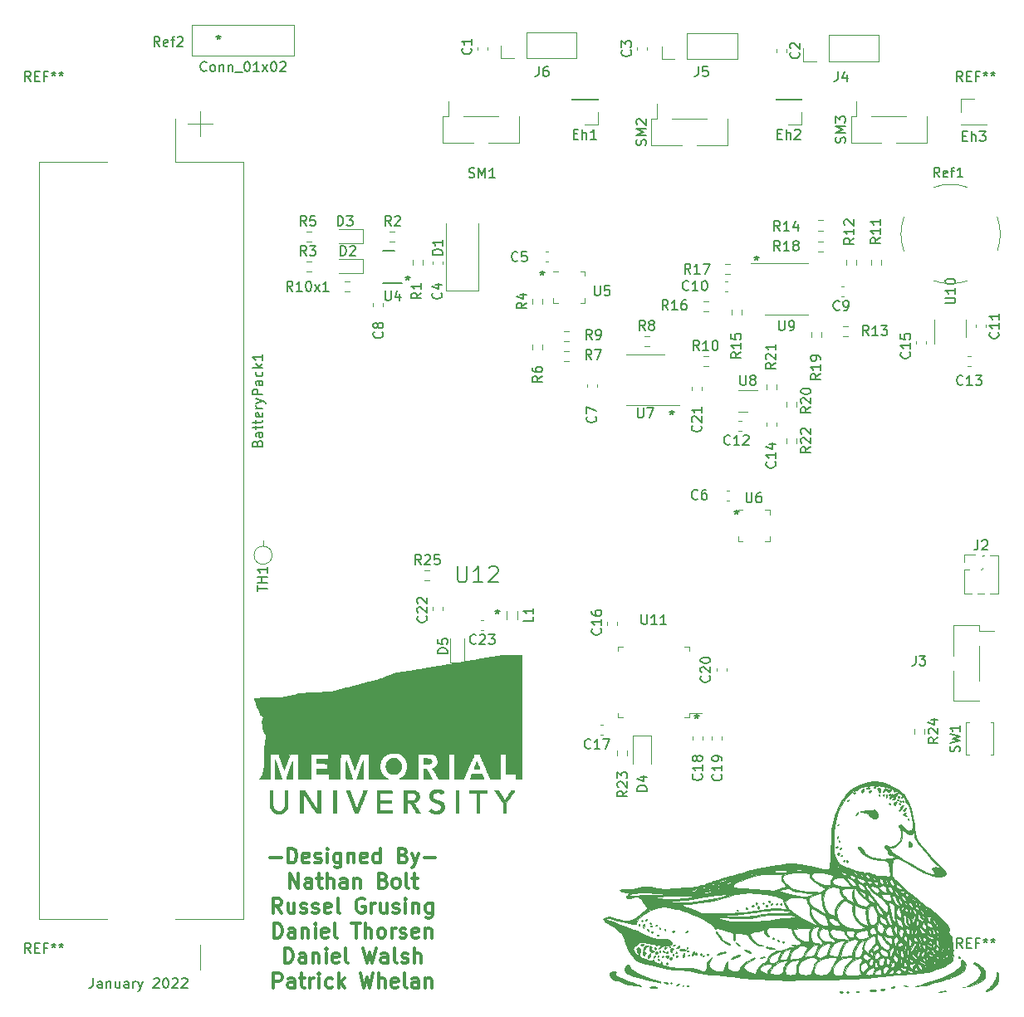
<source format=gbr>
%TF.GenerationSoftware,KiCad,Pcbnew,(5.1.10)-1*%
%TF.CreationDate,2022-01-27T16:49:40-03:30*%
%TF.ProjectId,mallard,6d616c6c-6172-4642-9e6b-696361645f70,rev?*%
%TF.SameCoordinates,Original*%
%TF.FileFunction,Legend,Top*%
%TF.FilePolarity,Positive*%
%FSLAX46Y46*%
G04 Gerber Fmt 4.6, Leading zero omitted, Abs format (unit mm)*
G04 Created by KiCad (PCBNEW (5.1.10)-1) date 2022-01-27 16:49:40*
%MOMM*%
%LPD*%
G01*
G04 APERTURE LIST*
%ADD10C,0.150000*%
%ADD11C,0.300000*%
%ADD12C,0.120000*%
%ADD13C,0.010000*%
G04 APERTURE END LIST*
D10*
X174752000Y-72604380D02*
X174752000Y-72842476D01*
X174513904Y-72747238D02*
X174752000Y-72842476D01*
X174990095Y-72747238D01*
X174609142Y-73032952D02*
X174752000Y-72842476D01*
X174894857Y-73032952D01*
X139192000Y-74636380D02*
X139192000Y-74874476D01*
X138953904Y-74779238D02*
X139192000Y-74874476D01*
X139430095Y-74779238D01*
X139049142Y-75064952D02*
X139192000Y-74874476D01*
X139334857Y-75064952D01*
X152908000Y-74128380D02*
X152908000Y-74366476D01*
X152669904Y-74271238D02*
X152908000Y-74366476D01*
X153146095Y-74271238D01*
X152765142Y-74556952D02*
X152908000Y-74366476D01*
X153050857Y-74556952D01*
X166116000Y-88352380D02*
X166116000Y-88590476D01*
X165877904Y-88495238D02*
X166116000Y-88590476D01*
X166354095Y-88495238D01*
X165973142Y-88780952D02*
X166116000Y-88590476D01*
X166258857Y-88780952D01*
X172720000Y-98512380D02*
X172720000Y-98750476D01*
X172481904Y-98655238D02*
X172720000Y-98750476D01*
X172958095Y-98655238D01*
X172577142Y-98940952D02*
X172720000Y-98750476D01*
X172862857Y-98940952D01*
X168656000Y-119340380D02*
X168656000Y-119578476D01*
X168417904Y-119483238D02*
X168656000Y-119578476D01*
X168894095Y-119483238D01*
X168513142Y-119768952D02*
X168656000Y-119578476D01*
X168798857Y-119768952D01*
X148336000Y-108672380D02*
X148336000Y-108910476D01*
X148097904Y-108815238D02*
X148336000Y-108910476D01*
X148574095Y-108815238D01*
X148193142Y-109100952D02*
X148336000Y-108910476D01*
X148478857Y-109100952D01*
X107117142Y-146264380D02*
X107117142Y-146978666D01*
X107069523Y-147121523D01*
X106974285Y-147216761D01*
X106831428Y-147264380D01*
X106736190Y-147264380D01*
X108021904Y-147264380D02*
X108021904Y-146740571D01*
X107974285Y-146645333D01*
X107879047Y-146597714D01*
X107688571Y-146597714D01*
X107593333Y-146645333D01*
X108021904Y-147216761D02*
X107926666Y-147264380D01*
X107688571Y-147264380D01*
X107593333Y-147216761D01*
X107545714Y-147121523D01*
X107545714Y-147026285D01*
X107593333Y-146931047D01*
X107688571Y-146883428D01*
X107926666Y-146883428D01*
X108021904Y-146835809D01*
X108498095Y-146597714D02*
X108498095Y-147264380D01*
X108498095Y-146692952D02*
X108545714Y-146645333D01*
X108640952Y-146597714D01*
X108783809Y-146597714D01*
X108879047Y-146645333D01*
X108926666Y-146740571D01*
X108926666Y-147264380D01*
X109831428Y-146597714D02*
X109831428Y-147264380D01*
X109402857Y-146597714D02*
X109402857Y-147121523D01*
X109450476Y-147216761D01*
X109545714Y-147264380D01*
X109688571Y-147264380D01*
X109783809Y-147216761D01*
X109831428Y-147169142D01*
X110736190Y-147264380D02*
X110736190Y-146740571D01*
X110688571Y-146645333D01*
X110593333Y-146597714D01*
X110402857Y-146597714D01*
X110307619Y-146645333D01*
X110736190Y-147216761D02*
X110640952Y-147264380D01*
X110402857Y-147264380D01*
X110307619Y-147216761D01*
X110260000Y-147121523D01*
X110260000Y-147026285D01*
X110307619Y-146931047D01*
X110402857Y-146883428D01*
X110640952Y-146883428D01*
X110736190Y-146835809D01*
X111212380Y-147264380D02*
X111212380Y-146597714D01*
X111212380Y-146788190D02*
X111260000Y-146692952D01*
X111307619Y-146645333D01*
X111402857Y-146597714D01*
X111498095Y-146597714D01*
X111736190Y-146597714D02*
X111974285Y-147264380D01*
X112212380Y-146597714D02*
X111974285Y-147264380D01*
X111879047Y-147502476D01*
X111831428Y-147550095D01*
X111736190Y-147597714D01*
X113307619Y-146359619D02*
X113355238Y-146312000D01*
X113450476Y-146264380D01*
X113688571Y-146264380D01*
X113783809Y-146312000D01*
X113831428Y-146359619D01*
X113879047Y-146454857D01*
X113879047Y-146550095D01*
X113831428Y-146692952D01*
X113260000Y-147264380D01*
X113879047Y-147264380D01*
X114498095Y-146264380D02*
X114593333Y-146264380D01*
X114688571Y-146312000D01*
X114736190Y-146359619D01*
X114783809Y-146454857D01*
X114831428Y-146645333D01*
X114831428Y-146883428D01*
X114783809Y-147073904D01*
X114736190Y-147169142D01*
X114688571Y-147216761D01*
X114593333Y-147264380D01*
X114498095Y-147264380D01*
X114402857Y-147216761D01*
X114355238Y-147169142D01*
X114307619Y-147073904D01*
X114260000Y-146883428D01*
X114260000Y-146645333D01*
X114307619Y-146454857D01*
X114355238Y-146359619D01*
X114402857Y-146312000D01*
X114498095Y-146264380D01*
X115212380Y-146359619D02*
X115260000Y-146312000D01*
X115355238Y-146264380D01*
X115593333Y-146264380D01*
X115688571Y-146312000D01*
X115736190Y-146359619D01*
X115783809Y-146454857D01*
X115783809Y-146550095D01*
X115736190Y-146692952D01*
X115164761Y-147264380D01*
X115783809Y-147264380D01*
X116164761Y-146359619D02*
X116212380Y-146312000D01*
X116307619Y-146264380D01*
X116545714Y-146264380D01*
X116640952Y-146312000D01*
X116688571Y-146359619D01*
X116736190Y-146454857D01*
X116736190Y-146550095D01*
X116688571Y-146692952D01*
X116117142Y-147264380D01*
X116736190Y-147264380D01*
D11*
X125175428Y-133940142D02*
X126318285Y-133940142D01*
X127032571Y-134511571D02*
X127032571Y-133011571D01*
X127389714Y-133011571D01*
X127604000Y-133083000D01*
X127746857Y-133225857D01*
X127818285Y-133368714D01*
X127889714Y-133654428D01*
X127889714Y-133868714D01*
X127818285Y-134154428D01*
X127746857Y-134297285D01*
X127604000Y-134440142D01*
X127389714Y-134511571D01*
X127032571Y-134511571D01*
X129104000Y-134440142D02*
X128961142Y-134511571D01*
X128675428Y-134511571D01*
X128532571Y-134440142D01*
X128461142Y-134297285D01*
X128461142Y-133725857D01*
X128532571Y-133583000D01*
X128675428Y-133511571D01*
X128961142Y-133511571D01*
X129104000Y-133583000D01*
X129175428Y-133725857D01*
X129175428Y-133868714D01*
X128461142Y-134011571D01*
X129746857Y-134440142D02*
X129889714Y-134511571D01*
X130175428Y-134511571D01*
X130318285Y-134440142D01*
X130389714Y-134297285D01*
X130389714Y-134225857D01*
X130318285Y-134083000D01*
X130175428Y-134011571D01*
X129961142Y-134011571D01*
X129818285Y-133940142D01*
X129746857Y-133797285D01*
X129746857Y-133725857D01*
X129818285Y-133583000D01*
X129961142Y-133511571D01*
X130175428Y-133511571D01*
X130318285Y-133583000D01*
X131032571Y-134511571D02*
X131032571Y-133511571D01*
X131032571Y-133011571D02*
X130961142Y-133083000D01*
X131032571Y-133154428D01*
X131104000Y-133083000D01*
X131032571Y-133011571D01*
X131032571Y-133154428D01*
X132389714Y-133511571D02*
X132389714Y-134725857D01*
X132318285Y-134868714D01*
X132246857Y-134940142D01*
X132104000Y-135011571D01*
X131889714Y-135011571D01*
X131746857Y-134940142D01*
X132389714Y-134440142D02*
X132246857Y-134511571D01*
X131961142Y-134511571D01*
X131818285Y-134440142D01*
X131746857Y-134368714D01*
X131675428Y-134225857D01*
X131675428Y-133797285D01*
X131746857Y-133654428D01*
X131818285Y-133583000D01*
X131961142Y-133511571D01*
X132246857Y-133511571D01*
X132389714Y-133583000D01*
X133104000Y-133511571D02*
X133104000Y-134511571D01*
X133104000Y-133654428D02*
X133175428Y-133583000D01*
X133318285Y-133511571D01*
X133532571Y-133511571D01*
X133675428Y-133583000D01*
X133746857Y-133725857D01*
X133746857Y-134511571D01*
X135032571Y-134440142D02*
X134889714Y-134511571D01*
X134604000Y-134511571D01*
X134461142Y-134440142D01*
X134389714Y-134297285D01*
X134389714Y-133725857D01*
X134461142Y-133583000D01*
X134604000Y-133511571D01*
X134889714Y-133511571D01*
X135032571Y-133583000D01*
X135104000Y-133725857D01*
X135104000Y-133868714D01*
X134389714Y-134011571D01*
X136389714Y-134511571D02*
X136389714Y-133011571D01*
X136389714Y-134440142D02*
X136246857Y-134511571D01*
X135961142Y-134511571D01*
X135818285Y-134440142D01*
X135746857Y-134368714D01*
X135675428Y-134225857D01*
X135675428Y-133797285D01*
X135746857Y-133654428D01*
X135818285Y-133583000D01*
X135961142Y-133511571D01*
X136246857Y-133511571D01*
X136389714Y-133583000D01*
X138746857Y-133725857D02*
X138961142Y-133797285D01*
X139032571Y-133868714D01*
X139104000Y-134011571D01*
X139104000Y-134225857D01*
X139032571Y-134368714D01*
X138961142Y-134440142D01*
X138818285Y-134511571D01*
X138246857Y-134511571D01*
X138246857Y-133011571D01*
X138746857Y-133011571D01*
X138889714Y-133083000D01*
X138961142Y-133154428D01*
X139032571Y-133297285D01*
X139032571Y-133440142D01*
X138961142Y-133583000D01*
X138889714Y-133654428D01*
X138746857Y-133725857D01*
X138246857Y-133725857D01*
X139604000Y-133511571D02*
X139961142Y-134511571D01*
X140318285Y-133511571D02*
X139961142Y-134511571D01*
X139818285Y-134868714D01*
X139746857Y-134940142D01*
X139604000Y-135011571D01*
X140889714Y-133940142D02*
X142032571Y-133940142D01*
X127211142Y-137061571D02*
X127211142Y-135561571D01*
X128068285Y-137061571D01*
X128068285Y-135561571D01*
X129425428Y-137061571D02*
X129425428Y-136275857D01*
X129354000Y-136133000D01*
X129211142Y-136061571D01*
X128925428Y-136061571D01*
X128782571Y-136133000D01*
X129425428Y-136990142D02*
X129282571Y-137061571D01*
X128925428Y-137061571D01*
X128782571Y-136990142D01*
X128711142Y-136847285D01*
X128711142Y-136704428D01*
X128782571Y-136561571D01*
X128925428Y-136490142D01*
X129282571Y-136490142D01*
X129425428Y-136418714D01*
X129925428Y-136061571D02*
X130496857Y-136061571D01*
X130139714Y-135561571D02*
X130139714Y-136847285D01*
X130211142Y-136990142D01*
X130354000Y-137061571D01*
X130496857Y-137061571D01*
X130996857Y-137061571D02*
X130996857Y-135561571D01*
X131639714Y-137061571D02*
X131639714Y-136275857D01*
X131568285Y-136133000D01*
X131425428Y-136061571D01*
X131211142Y-136061571D01*
X131068285Y-136133000D01*
X130996857Y-136204428D01*
X132996857Y-137061571D02*
X132996857Y-136275857D01*
X132925428Y-136133000D01*
X132782571Y-136061571D01*
X132496857Y-136061571D01*
X132354000Y-136133000D01*
X132996857Y-136990142D02*
X132854000Y-137061571D01*
X132496857Y-137061571D01*
X132354000Y-136990142D01*
X132282571Y-136847285D01*
X132282571Y-136704428D01*
X132354000Y-136561571D01*
X132496857Y-136490142D01*
X132854000Y-136490142D01*
X132996857Y-136418714D01*
X133711142Y-136061571D02*
X133711142Y-137061571D01*
X133711142Y-136204428D02*
X133782571Y-136133000D01*
X133925428Y-136061571D01*
X134139714Y-136061571D01*
X134282571Y-136133000D01*
X134354000Y-136275857D01*
X134354000Y-137061571D01*
X136711142Y-136275857D02*
X136925428Y-136347285D01*
X136996857Y-136418714D01*
X137068285Y-136561571D01*
X137068285Y-136775857D01*
X136996857Y-136918714D01*
X136925428Y-136990142D01*
X136782571Y-137061571D01*
X136211142Y-137061571D01*
X136211142Y-135561571D01*
X136711142Y-135561571D01*
X136854000Y-135633000D01*
X136925428Y-135704428D01*
X136996857Y-135847285D01*
X136996857Y-135990142D01*
X136925428Y-136133000D01*
X136854000Y-136204428D01*
X136711142Y-136275857D01*
X136211142Y-136275857D01*
X137925428Y-137061571D02*
X137782571Y-136990142D01*
X137711142Y-136918714D01*
X137639714Y-136775857D01*
X137639714Y-136347285D01*
X137711142Y-136204428D01*
X137782571Y-136133000D01*
X137925428Y-136061571D01*
X138139714Y-136061571D01*
X138282571Y-136133000D01*
X138354000Y-136204428D01*
X138425428Y-136347285D01*
X138425428Y-136775857D01*
X138354000Y-136918714D01*
X138282571Y-136990142D01*
X138139714Y-137061571D01*
X137925428Y-137061571D01*
X139282571Y-137061571D02*
X139139714Y-136990142D01*
X139068285Y-136847285D01*
X139068285Y-135561571D01*
X139639714Y-136061571D02*
X140211142Y-136061571D01*
X139854000Y-135561571D02*
X139854000Y-136847285D01*
X139925428Y-136990142D01*
X140068285Y-137061571D01*
X140211142Y-137061571D01*
X126354000Y-139611571D02*
X125854000Y-138897285D01*
X125496857Y-139611571D02*
X125496857Y-138111571D01*
X126068285Y-138111571D01*
X126211142Y-138183000D01*
X126282571Y-138254428D01*
X126354000Y-138397285D01*
X126354000Y-138611571D01*
X126282571Y-138754428D01*
X126211142Y-138825857D01*
X126068285Y-138897285D01*
X125496857Y-138897285D01*
X127639714Y-138611571D02*
X127639714Y-139611571D01*
X126996857Y-138611571D02*
X126996857Y-139397285D01*
X127068285Y-139540142D01*
X127211142Y-139611571D01*
X127425428Y-139611571D01*
X127568285Y-139540142D01*
X127639714Y-139468714D01*
X128282571Y-139540142D02*
X128425428Y-139611571D01*
X128711142Y-139611571D01*
X128854000Y-139540142D01*
X128925428Y-139397285D01*
X128925428Y-139325857D01*
X128854000Y-139183000D01*
X128711142Y-139111571D01*
X128496857Y-139111571D01*
X128354000Y-139040142D01*
X128282571Y-138897285D01*
X128282571Y-138825857D01*
X128354000Y-138683000D01*
X128496857Y-138611571D01*
X128711142Y-138611571D01*
X128854000Y-138683000D01*
X129496857Y-139540142D02*
X129639714Y-139611571D01*
X129925428Y-139611571D01*
X130068285Y-139540142D01*
X130139714Y-139397285D01*
X130139714Y-139325857D01*
X130068285Y-139183000D01*
X129925428Y-139111571D01*
X129711142Y-139111571D01*
X129568285Y-139040142D01*
X129496857Y-138897285D01*
X129496857Y-138825857D01*
X129568285Y-138683000D01*
X129711142Y-138611571D01*
X129925428Y-138611571D01*
X130068285Y-138683000D01*
X131354000Y-139540142D02*
X131211142Y-139611571D01*
X130925428Y-139611571D01*
X130782571Y-139540142D01*
X130711142Y-139397285D01*
X130711142Y-138825857D01*
X130782571Y-138683000D01*
X130925428Y-138611571D01*
X131211142Y-138611571D01*
X131354000Y-138683000D01*
X131425428Y-138825857D01*
X131425428Y-138968714D01*
X130711142Y-139111571D01*
X132282571Y-139611571D02*
X132139714Y-139540142D01*
X132068285Y-139397285D01*
X132068285Y-138111571D01*
X134782571Y-138183000D02*
X134639714Y-138111571D01*
X134425428Y-138111571D01*
X134211142Y-138183000D01*
X134068285Y-138325857D01*
X133996857Y-138468714D01*
X133925428Y-138754428D01*
X133925428Y-138968714D01*
X133996857Y-139254428D01*
X134068285Y-139397285D01*
X134211142Y-139540142D01*
X134425428Y-139611571D01*
X134568285Y-139611571D01*
X134782571Y-139540142D01*
X134854000Y-139468714D01*
X134854000Y-138968714D01*
X134568285Y-138968714D01*
X135496857Y-139611571D02*
X135496857Y-138611571D01*
X135496857Y-138897285D02*
X135568285Y-138754428D01*
X135639714Y-138683000D01*
X135782571Y-138611571D01*
X135925428Y-138611571D01*
X137068285Y-138611571D02*
X137068285Y-139611571D01*
X136425428Y-138611571D02*
X136425428Y-139397285D01*
X136496857Y-139540142D01*
X136639714Y-139611571D01*
X136854000Y-139611571D01*
X136996857Y-139540142D01*
X137068285Y-139468714D01*
X137711142Y-139540142D02*
X137854000Y-139611571D01*
X138139714Y-139611571D01*
X138282571Y-139540142D01*
X138354000Y-139397285D01*
X138354000Y-139325857D01*
X138282571Y-139183000D01*
X138139714Y-139111571D01*
X137925428Y-139111571D01*
X137782571Y-139040142D01*
X137711142Y-138897285D01*
X137711142Y-138825857D01*
X137782571Y-138683000D01*
X137925428Y-138611571D01*
X138139714Y-138611571D01*
X138282571Y-138683000D01*
X138996857Y-139611571D02*
X138996857Y-138611571D01*
X138996857Y-138111571D02*
X138925428Y-138183000D01*
X138996857Y-138254428D01*
X139068285Y-138183000D01*
X138996857Y-138111571D01*
X138996857Y-138254428D01*
X139711142Y-138611571D02*
X139711142Y-139611571D01*
X139711142Y-138754428D02*
X139782571Y-138683000D01*
X139925428Y-138611571D01*
X140139714Y-138611571D01*
X140282571Y-138683000D01*
X140354000Y-138825857D01*
X140354000Y-139611571D01*
X141711142Y-138611571D02*
X141711142Y-139825857D01*
X141639714Y-139968714D01*
X141568285Y-140040142D01*
X141425428Y-140111571D01*
X141211142Y-140111571D01*
X141068285Y-140040142D01*
X141711142Y-139540142D02*
X141568285Y-139611571D01*
X141282571Y-139611571D01*
X141139714Y-139540142D01*
X141068285Y-139468714D01*
X140996857Y-139325857D01*
X140996857Y-138897285D01*
X141068285Y-138754428D01*
X141139714Y-138683000D01*
X141282571Y-138611571D01*
X141568285Y-138611571D01*
X141711142Y-138683000D01*
X125568285Y-142161571D02*
X125568285Y-140661571D01*
X125925428Y-140661571D01*
X126139714Y-140733000D01*
X126282571Y-140875857D01*
X126354000Y-141018714D01*
X126425428Y-141304428D01*
X126425428Y-141518714D01*
X126354000Y-141804428D01*
X126282571Y-141947285D01*
X126139714Y-142090142D01*
X125925428Y-142161571D01*
X125568285Y-142161571D01*
X127711142Y-142161571D02*
X127711142Y-141375857D01*
X127639714Y-141233000D01*
X127496857Y-141161571D01*
X127211142Y-141161571D01*
X127068285Y-141233000D01*
X127711142Y-142090142D02*
X127568285Y-142161571D01*
X127211142Y-142161571D01*
X127068285Y-142090142D01*
X126996857Y-141947285D01*
X126996857Y-141804428D01*
X127068285Y-141661571D01*
X127211142Y-141590142D01*
X127568285Y-141590142D01*
X127711142Y-141518714D01*
X128425428Y-141161571D02*
X128425428Y-142161571D01*
X128425428Y-141304428D02*
X128496857Y-141233000D01*
X128639714Y-141161571D01*
X128854000Y-141161571D01*
X128996857Y-141233000D01*
X129068285Y-141375857D01*
X129068285Y-142161571D01*
X129782571Y-142161571D02*
X129782571Y-141161571D01*
X129782571Y-140661571D02*
X129711142Y-140733000D01*
X129782571Y-140804428D01*
X129854000Y-140733000D01*
X129782571Y-140661571D01*
X129782571Y-140804428D01*
X131068285Y-142090142D02*
X130925428Y-142161571D01*
X130639714Y-142161571D01*
X130496857Y-142090142D01*
X130425428Y-141947285D01*
X130425428Y-141375857D01*
X130496857Y-141233000D01*
X130639714Y-141161571D01*
X130925428Y-141161571D01*
X131068285Y-141233000D01*
X131139714Y-141375857D01*
X131139714Y-141518714D01*
X130425428Y-141661571D01*
X131996857Y-142161571D02*
X131854000Y-142090142D01*
X131782571Y-141947285D01*
X131782571Y-140661571D01*
X133496857Y-140661571D02*
X134354000Y-140661571D01*
X133925428Y-142161571D02*
X133925428Y-140661571D01*
X134854000Y-142161571D02*
X134854000Y-140661571D01*
X135496857Y-142161571D02*
X135496857Y-141375857D01*
X135425428Y-141233000D01*
X135282571Y-141161571D01*
X135068285Y-141161571D01*
X134925428Y-141233000D01*
X134854000Y-141304428D01*
X136425428Y-142161571D02*
X136282571Y-142090142D01*
X136211142Y-142018714D01*
X136139714Y-141875857D01*
X136139714Y-141447285D01*
X136211142Y-141304428D01*
X136282571Y-141233000D01*
X136425428Y-141161571D01*
X136639714Y-141161571D01*
X136782571Y-141233000D01*
X136854000Y-141304428D01*
X136925428Y-141447285D01*
X136925428Y-141875857D01*
X136854000Y-142018714D01*
X136782571Y-142090142D01*
X136639714Y-142161571D01*
X136425428Y-142161571D01*
X137568285Y-142161571D02*
X137568285Y-141161571D01*
X137568285Y-141447285D02*
X137639714Y-141304428D01*
X137711142Y-141233000D01*
X137854000Y-141161571D01*
X137996857Y-141161571D01*
X138425428Y-142090142D02*
X138568285Y-142161571D01*
X138854000Y-142161571D01*
X138996857Y-142090142D01*
X139068285Y-141947285D01*
X139068285Y-141875857D01*
X138996857Y-141733000D01*
X138854000Y-141661571D01*
X138639714Y-141661571D01*
X138496857Y-141590142D01*
X138425428Y-141447285D01*
X138425428Y-141375857D01*
X138496857Y-141233000D01*
X138639714Y-141161571D01*
X138854000Y-141161571D01*
X138996857Y-141233000D01*
X140282571Y-142090142D02*
X140139714Y-142161571D01*
X139854000Y-142161571D01*
X139711142Y-142090142D01*
X139639714Y-141947285D01*
X139639714Y-141375857D01*
X139711142Y-141233000D01*
X139854000Y-141161571D01*
X140139714Y-141161571D01*
X140282571Y-141233000D01*
X140354000Y-141375857D01*
X140354000Y-141518714D01*
X139639714Y-141661571D01*
X140996857Y-141161571D02*
X140996857Y-142161571D01*
X140996857Y-141304428D02*
X141068285Y-141233000D01*
X141211142Y-141161571D01*
X141425428Y-141161571D01*
X141568285Y-141233000D01*
X141639714Y-141375857D01*
X141639714Y-142161571D01*
X126675428Y-144711571D02*
X126675428Y-143211571D01*
X127032571Y-143211571D01*
X127246857Y-143283000D01*
X127389714Y-143425857D01*
X127461142Y-143568714D01*
X127532571Y-143854428D01*
X127532571Y-144068714D01*
X127461142Y-144354428D01*
X127389714Y-144497285D01*
X127246857Y-144640142D01*
X127032571Y-144711571D01*
X126675428Y-144711571D01*
X128818285Y-144711571D02*
X128818285Y-143925857D01*
X128746857Y-143783000D01*
X128604000Y-143711571D01*
X128318285Y-143711571D01*
X128175428Y-143783000D01*
X128818285Y-144640142D02*
X128675428Y-144711571D01*
X128318285Y-144711571D01*
X128175428Y-144640142D01*
X128104000Y-144497285D01*
X128104000Y-144354428D01*
X128175428Y-144211571D01*
X128318285Y-144140142D01*
X128675428Y-144140142D01*
X128818285Y-144068714D01*
X129532571Y-143711571D02*
X129532571Y-144711571D01*
X129532571Y-143854428D02*
X129604000Y-143783000D01*
X129746857Y-143711571D01*
X129961142Y-143711571D01*
X130104000Y-143783000D01*
X130175428Y-143925857D01*
X130175428Y-144711571D01*
X130889714Y-144711571D02*
X130889714Y-143711571D01*
X130889714Y-143211571D02*
X130818285Y-143283000D01*
X130889714Y-143354428D01*
X130961142Y-143283000D01*
X130889714Y-143211571D01*
X130889714Y-143354428D01*
X132175428Y-144640142D02*
X132032571Y-144711571D01*
X131746857Y-144711571D01*
X131604000Y-144640142D01*
X131532571Y-144497285D01*
X131532571Y-143925857D01*
X131604000Y-143783000D01*
X131746857Y-143711571D01*
X132032571Y-143711571D01*
X132175428Y-143783000D01*
X132246857Y-143925857D01*
X132246857Y-144068714D01*
X131532571Y-144211571D01*
X133104000Y-144711571D02*
X132961142Y-144640142D01*
X132889714Y-144497285D01*
X132889714Y-143211571D01*
X134675428Y-143211571D02*
X135032571Y-144711571D01*
X135318285Y-143640142D01*
X135604000Y-144711571D01*
X135961142Y-143211571D01*
X137175428Y-144711571D02*
X137175428Y-143925857D01*
X137104000Y-143783000D01*
X136961142Y-143711571D01*
X136675428Y-143711571D01*
X136532571Y-143783000D01*
X137175428Y-144640142D02*
X137032571Y-144711571D01*
X136675428Y-144711571D01*
X136532571Y-144640142D01*
X136461142Y-144497285D01*
X136461142Y-144354428D01*
X136532571Y-144211571D01*
X136675428Y-144140142D01*
X137032571Y-144140142D01*
X137175428Y-144068714D01*
X138104000Y-144711571D02*
X137961142Y-144640142D01*
X137889714Y-144497285D01*
X137889714Y-143211571D01*
X138604000Y-144640142D02*
X138746857Y-144711571D01*
X139032571Y-144711571D01*
X139175428Y-144640142D01*
X139246857Y-144497285D01*
X139246857Y-144425857D01*
X139175428Y-144283000D01*
X139032571Y-144211571D01*
X138818285Y-144211571D01*
X138675428Y-144140142D01*
X138604000Y-143997285D01*
X138604000Y-143925857D01*
X138675428Y-143783000D01*
X138818285Y-143711571D01*
X139032571Y-143711571D01*
X139175428Y-143783000D01*
X139889714Y-144711571D02*
X139889714Y-143211571D01*
X140532571Y-144711571D02*
X140532571Y-143925857D01*
X140461142Y-143783000D01*
X140318285Y-143711571D01*
X140104000Y-143711571D01*
X139961142Y-143783000D01*
X139889714Y-143854428D01*
X125532571Y-147261571D02*
X125532571Y-145761571D01*
X126104000Y-145761571D01*
X126246857Y-145833000D01*
X126318285Y-145904428D01*
X126389714Y-146047285D01*
X126389714Y-146261571D01*
X126318285Y-146404428D01*
X126246857Y-146475857D01*
X126104000Y-146547285D01*
X125532571Y-146547285D01*
X127675428Y-147261571D02*
X127675428Y-146475857D01*
X127604000Y-146333000D01*
X127461142Y-146261571D01*
X127175428Y-146261571D01*
X127032571Y-146333000D01*
X127675428Y-147190142D02*
X127532571Y-147261571D01*
X127175428Y-147261571D01*
X127032571Y-147190142D01*
X126961142Y-147047285D01*
X126961142Y-146904428D01*
X127032571Y-146761571D01*
X127175428Y-146690142D01*
X127532571Y-146690142D01*
X127675428Y-146618714D01*
X128175428Y-146261571D02*
X128746857Y-146261571D01*
X128389714Y-145761571D02*
X128389714Y-147047285D01*
X128461142Y-147190142D01*
X128604000Y-147261571D01*
X128746857Y-147261571D01*
X129246857Y-147261571D02*
X129246857Y-146261571D01*
X129246857Y-146547285D02*
X129318285Y-146404428D01*
X129389714Y-146333000D01*
X129532571Y-146261571D01*
X129675428Y-146261571D01*
X130175428Y-147261571D02*
X130175428Y-146261571D01*
X130175428Y-145761571D02*
X130104000Y-145833000D01*
X130175428Y-145904428D01*
X130246857Y-145833000D01*
X130175428Y-145761571D01*
X130175428Y-145904428D01*
X131532571Y-147190142D02*
X131389714Y-147261571D01*
X131104000Y-147261571D01*
X130961142Y-147190142D01*
X130889714Y-147118714D01*
X130818285Y-146975857D01*
X130818285Y-146547285D01*
X130889714Y-146404428D01*
X130961142Y-146333000D01*
X131104000Y-146261571D01*
X131389714Y-146261571D01*
X131532571Y-146333000D01*
X132175428Y-147261571D02*
X132175428Y-145761571D01*
X132318285Y-146690142D02*
X132746857Y-147261571D01*
X132746857Y-146261571D02*
X132175428Y-146833000D01*
X134389714Y-145761571D02*
X134746857Y-147261571D01*
X135032571Y-146190142D01*
X135318285Y-147261571D01*
X135675428Y-145761571D01*
X136246857Y-147261571D02*
X136246857Y-145761571D01*
X136889714Y-147261571D02*
X136889714Y-146475857D01*
X136818285Y-146333000D01*
X136675428Y-146261571D01*
X136461142Y-146261571D01*
X136318285Y-146333000D01*
X136246857Y-146404428D01*
X138175428Y-147190142D02*
X138032571Y-147261571D01*
X137746857Y-147261571D01*
X137604000Y-147190142D01*
X137532571Y-147047285D01*
X137532571Y-146475857D01*
X137604000Y-146333000D01*
X137746857Y-146261571D01*
X138032571Y-146261571D01*
X138175428Y-146333000D01*
X138246857Y-146475857D01*
X138246857Y-146618714D01*
X137532571Y-146761571D01*
X139104000Y-147261571D02*
X138961142Y-147190142D01*
X138889714Y-147047285D01*
X138889714Y-145761571D01*
X140318285Y-147261571D02*
X140318285Y-146475857D01*
X140246857Y-146333000D01*
X140104000Y-146261571D01*
X139818285Y-146261571D01*
X139675428Y-146333000D01*
X140318285Y-147190142D02*
X140175428Y-147261571D01*
X139818285Y-147261571D01*
X139675428Y-147190142D01*
X139604000Y-147047285D01*
X139604000Y-146904428D01*
X139675428Y-146761571D01*
X139818285Y-146690142D01*
X140175428Y-146690142D01*
X140318285Y-146618714D01*
X141032571Y-146261571D02*
X141032571Y-147261571D01*
X141032571Y-146404428D02*
X141104000Y-146333000D01*
X141246857Y-146261571D01*
X141461142Y-146261571D01*
X141604000Y-146333000D01*
X141675428Y-146475857D01*
X141675428Y-147261571D01*
D12*
%TO.C,C3*%
X163578000Y-51315233D02*
X163578000Y-51607767D01*
X162558000Y-51315233D02*
X162558000Y-51607767D01*
%TO.C,C2*%
X177802000Y-51516233D02*
X177802000Y-51808767D01*
X176782000Y-51516233D02*
X176782000Y-51808767D01*
%TO.C,C11*%
X198122000Y-79609733D02*
X198122000Y-79902267D01*
X197102000Y-79609733D02*
X197102000Y-79902267D01*
%TO.C,U10*%
X196150000Y-80914000D02*
X196150000Y-79114000D01*
X192930000Y-79114000D02*
X192930000Y-81564000D01*
%TO.C,C15*%
X192026000Y-81287233D02*
X192026000Y-81579767D01*
X191006000Y-81287233D02*
X191006000Y-81579767D01*
%TO.C,C13*%
X196296233Y-82802000D02*
X196588767Y-82802000D01*
X196296233Y-83822000D02*
X196588767Y-83822000D01*
%TO.C,C20*%
X171706000Y-114661733D02*
X171706000Y-114954267D01*
X170686000Y-114661733D02*
X170686000Y-114954267D01*
D13*
%TO.C,G\u002A\u002A\u002A*%
G36*
X183523819Y-147617846D02*
G01*
X183544308Y-147671692D01*
X183430902Y-147744393D01*
X183388000Y-147749846D01*
X183256906Y-147700297D01*
X183231693Y-147671692D01*
X183259724Y-147614075D01*
X183388000Y-147593538D01*
X183523819Y-147617846D01*
G37*
X183523819Y-147617846D02*
X183544308Y-147671692D01*
X183430902Y-147744393D01*
X183388000Y-147749846D01*
X183256906Y-147700297D01*
X183231693Y-147671692D01*
X183259724Y-147614075D01*
X183388000Y-147593538D01*
X183523819Y-147617846D01*
G36*
X184117236Y-147635739D02*
G01*
X184130462Y-147671692D01*
X184067161Y-147741028D01*
X184013231Y-147749846D01*
X183909226Y-147707645D01*
X183896000Y-147671692D01*
X183959302Y-147602355D01*
X184013231Y-147593538D01*
X184117236Y-147635739D01*
G37*
X184117236Y-147635739D02*
X184130462Y-147671692D01*
X184067161Y-147741028D01*
X184013231Y-147749846D01*
X183909226Y-147707645D01*
X183896000Y-147671692D01*
X183959302Y-147602355D01*
X184013231Y-147593538D01*
X184117236Y-147635739D01*
G36*
X194057091Y-147563454D02*
G01*
X194016923Y-147583695D01*
X193837515Y-147638839D01*
X193595560Y-147690491D01*
X193548000Y-147698380D01*
X193377927Y-147717897D01*
X193351525Y-147701776D01*
X193391693Y-147681535D01*
X193571101Y-147626391D01*
X193813056Y-147574739D01*
X193860616Y-147566850D01*
X194030690Y-147547333D01*
X194057091Y-147563454D01*
G37*
X194057091Y-147563454D02*
X194016923Y-147583695D01*
X193837515Y-147638839D01*
X193595560Y-147690491D01*
X193548000Y-147698380D01*
X193377927Y-147717897D01*
X193351525Y-147701776D01*
X193391693Y-147681535D01*
X193571101Y-147626391D01*
X193813056Y-147574739D01*
X193860616Y-147566850D01*
X194030690Y-147547333D01*
X194057091Y-147563454D01*
G36*
X185167488Y-147620428D02*
G01*
X185170086Y-147646085D01*
X185047739Y-147656563D01*
X185029231Y-147656456D01*
X184908018Y-147645186D01*
X184919589Y-147621399D01*
X184933026Y-147617532D01*
X185103270Y-147606090D01*
X185167488Y-147620428D01*
G37*
X185167488Y-147620428D02*
X185170086Y-147646085D01*
X185047739Y-147656563D01*
X185029231Y-147656456D01*
X184908018Y-147645186D01*
X184919589Y-147621399D01*
X184933026Y-147617532D01*
X185103270Y-147606090D01*
X185167488Y-147620428D01*
G36*
X186827146Y-147454564D02*
G01*
X186936029Y-147497865D01*
X186944000Y-147515384D01*
X186874666Y-147564324D01*
X186701461Y-147591545D01*
X186631385Y-147593538D01*
X186435624Y-147576204D01*
X186326741Y-147532903D01*
X186318770Y-147515384D01*
X186388104Y-147466444D01*
X186561309Y-147439223D01*
X186631385Y-147437230D01*
X186827146Y-147454564D01*
G37*
X186827146Y-147454564D02*
X186936029Y-147497865D01*
X186944000Y-147515384D01*
X186874666Y-147564324D01*
X186701461Y-147591545D01*
X186631385Y-147593538D01*
X186435624Y-147576204D01*
X186326741Y-147532903D01*
X186318770Y-147515384D01*
X186388104Y-147466444D01*
X186561309Y-147439223D01*
X186631385Y-147437230D01*
X186827146Y-147454564D01*
G36*
X199324864Y-145662857D02*
G01*
X199398849Y-145803152D01*
X199436554Y-146076867D01*
X199403223Y-146415823D01*
X199309668Y-146752093D01*
X199217169Y-146944562D01*
X199049680Y-147131749D01*
X198796040Y-147318598D01*
X198665911Y-147391401D01*
X198385052Y-147525014D01*
X198215739Y-147583763D01*
X198135414Y-147573087D01*
X198120000Y-147523030D01*
X198185717Y-147451291D01*
X198344838Y-147374201D01*
X198354462Y-147370787D01*
X198517519Y-147280705D01*
X198588801Y-147175488D01*
X198588923Y-147171641D01*
X198648990Y-147030070D01*
X198694283Y-146991729D01*
X198796985Y-146892586D01*
X198938970Y-146711245D01*
X199014091Y-146601902D01*
X199160860Y-146325746D01*
X199206148Y-146074332D01*
X199201808Y-145976671D01*
X199205457Y-145757465D01*
X199252516Y-145647541D01*
X199324864Y-145662857D01*
G37*
X199324864Y-145662857D02*
X199398849Y-145803152D01*
X199436554Y-146076867D01*
X199403223Y-146415823D01*
X199309668Y-146752093D01*
X199217169Y-146944562D01*
X199049680Y-147131749D01*
X198796040Y-147318598D01*
X198665911Y-147391401D01*
X198385052Y-147525014D01*
X198215739Y-147583763D01*
X198135414Y-147573087D01*
X198120000Y-147523030D01*
X198185717Y-147451291D01*
X198344838Y-147374201D01*
X198354462Y-147370787D01*
X198517519Y-147280705D01*
X198588801Y-147175488D01*
X198588923Y-147171641D01*
X198648990Y-147030070D01*
X198694283Y-146991729D01*
X198796985Y-146892586D01*
X198938970Y-146711245D01*
X199014091Y-146601902D01*
X199160860Y-146325746D01*
X199206148Y-146074332D01*
X199201808Y-145976671D01*
X199205457Y-145757465D01*
X199252516Y-145647541D01*
X199324864Y-145662857D01*
G36*
X187808234Y-147380243D02*
G01*
X187844311Y-147434549D01*
X187842770Y-147437230D01*
X187735040Y-147497728D01*
X187603696Y-147515384D01*
X187459042Y-147488043D01*
X187412923Y-147437230D01*
X187480940Y-147382766D01*
X187645266Y-147359107D01*
X187651997Y-147359076D01*
X187808234Y-147380243D01*
G37*
X187808234Y-147380243D02*
X187844311Y-147434549D01*
X187842770Y-147437230D01*
X187735040Y-147497728D01*
X187603696Y-147515384D01*
X187459042Y-147488043D01*
X187412923Y-147437230D01*
X187480940Y-147382766D01*
X187645266Y-147359107D01*
X187651997Y-147359076D01*
X187808234Y-147380243D01*
G36*
X164511813Y-147149130D02*
G01*
X164622195Y-147190804D01*
X164628320Y-147198308D01*
X164586366Y-147240965D01*
X164420965Y-147265566D01*
X164281240Y-147268960D01*
X164057678Y-147254571D01*
X163915478Y-147221093D01*
X163888616Y-147195267D01*
X163956385Y-147151334D01*
X164121268Y-147129158D01*
X164325623Y-147128503D01*
X164511813Y-147149130D01*
G37*
X164511813Y-147149130D02*
X164622195Y-147190804D01*
X164628320Y-147198308D01*
X164586366Y-147240965D01*
X164420965Y-147265566D01*
X164281240Y-147268960D01*
X164057678Y-147254571D01*
X163915478Y-147221093D01*
X163888616Y-147195267D01*
X163956385Y-147151334D01*
X164121268Y-147129158D01*
X164325623Y-147128503D01*
X164511813Y-147149130D01*
G36*
X188852119Y-147104939D02*
G01*
X188859971Y-147198300D01*
X188852032Y-147213670D01*
X188756420Y-147268400D01*
X188618843Y-147277099D01*
X188518793Y-147240180D01*
X188507077Y-147211884D01*
X188571128Y-147141162D01*
X188706984Y-147092402D01*
X188830197Y-147091778D01*
X188852119Y-147104939D01*
G37*
X188852119Y-147104939D02*
X188859971Y-147198300D01*
X188852032Y-147213670D01*
X188756420Y-147268400D01*
X188618843Y-147277099D01*
X188518793Y-147240180D01*
X188507077Y-147211884D01*
X188571128Y-147141162D01*
X188706984Y-147092402D01*
X188830197Y-147091778D01*
X188852119Y-147104939D01*
G36*
X195988680Y-147155551D02*
G01*
X195965371Y-147191073D01*
X195886103Y-147196599D01*
X195802710Y-147177512D01*
X195838885Y-147149381D01*
X195961030Y-147140064D01*
X195988680Y-147155551D01*
G37*
X195988680Y-147155551D02*
X195965371Y-147191073D01*
X195886103Y-147196599D01*
X195802710Y-147177512D01*
X195838885Y-147149381D01*
X195961030Y-147140064D01*
X195988680Y-147155551D01*
G36*
X160412595Y-145584086D02*
G01*
X160433525Y-145683185D01*
X160418352Y-145754538D01*
X160417999Y-145929951D01*
X160545384Y-146059777D01*
X160546648Y-146060588D01*
X160698358Y-146138397D01*
X160960960Y-146254595D01*
X161298190Y-146394867D01*
X161673786Y-146544899D01*
X162051484Y-146690378D01*
X162395021Y-146816988D01*
X162668134Y-146910416D01*
X162792048Y-146946911D01*
X162948436Y-147001815D01*
X162996669Y-147051348D01*
X162987433Y-147060562D01*
X162860462Y-147070383D01*
X162755385Y-147042175D01*
X162581512Y-147002034D01*
X162333627Y-146976992D01*
X162243022Y-146973800D01*
X162005620Y-146947862D01*
X161701446Y-146884978D01*
X161378953Y-146798850D01*
X161086594Y-146703179D01*
X160872824Y-146611666D01*
X160805446Y-146567294D01*
X160679945Y-146519008D01*
X160487673Y-146499384D01*
X160281487Y-146457176D01*
X160083206Y-146311495D01*
X159995304Y-146218313D01*
X159849044Y-146040385D01*
X159759572Y-145907014D01*
X159746462Y-145871052D01*
X159812536Y-145765159D01*
X159971396Y-145656359D01*
X160163995Y-145578884D01*
X160280324Y-145561538D01*
X160412595Y-145584086D01*
G37*
X160412595Y-145584086D02*
X160433525Y-145683185D01*
X160418352Y-145754538D01*
X160417999Y-145929951D01*
X160545384Y-146059777D01*
X160546648Y-146060588D01*
X160698358Y-146138397D01*
X160960960Y-146254595D01*
X161298190Y-146394867D01*
X161673786Y-146544899D01*
X162051484Y-146690378D01*
X162395021Y-146816988D01*
X162668134Y-146910416D01*
X162792048Y-146946911D01*
X162948436Y-147001815D01*
X162996669Y-147051348D01*
X162987433Y-147060562D01*
X162860462Y-147070383D01*
X162755385Y-147042175D01*
X162581512Y-147002034D01*
X162333627Y-146976992D01*
X162243022Y-146973800D01*
X162005620Y-146947862D01*
X161701446Y-146884978D01*
X161378953Y-146798850D01*
X161086594Y-146703179D01*
X160872824Y-146611666D01*
X160805446Y-146567294D01*
X160679945Y-146519008D01*
X160487673Y-146499384D01*
X160281487Y-146457176D01*
X160083206Y-146311495D01*
X159995304Y-146218313D01*
X159849044Y-146040385D01*
X159759572Y-145907014D01*
X159746462Y-145871052D01*
X159812536Y-145765159D01*
X159971396Y-145656359D01*
X160163995Y-145578884D01*
X160280324Y-145561538D01*
X160412595Y-145584086D01*
G36*
X167326489Y-147028774D02*
G01*
X167327385Y-147046461D01*
X167267304Y-147121612D01*
X167244619Y-147124615D01*
X167197942Y-147076735D01*
X167210154Y-147046461D01*
X167280384Y-146971904D01*
X167292920Y-146968307D01*
X167326489Y-147028774D01*
G37*
X167326489Y-147028774D02*
X167327385Y-147046461D01*
X167267304Y-147121612D01*
X167244619Y-147124615D01*
X167197942Y-147076735D01*
X167210154Y-147046461D01*
X167280384Y-146971904D01*
X167292920Y-146968307D01*
X167326489Y-147028774D01*
G36*
X167801708Y-147010722D02*
G01*
X167871008Y-147086168D01*
X167792078Y-147123086D01*
X167752619Y-147124615D01*
X167672124Y-147086163D01*
X167679865Y-147045186D01*
X167773528Y-147000101D01*
X167801708Y-147010722D01*
G37*
X167801708Y-147010722D02*
X167871008Y-147086168D01*
X167792078Y-147123086D01*
X167752619Y-147124615D01*
X167672124Y-147086163D01*
X167679865Y-147045186D01*
X167773528Y-147000101D01*
X167801708Y-147010722D01*
G36*
X189882268Y-147001307D02*
G01*
X189952923Y-147016004D01*
X190155369Y-147069755D01*
X190218951Y-147107121D01*
X190136816Y-147123189D01*
X190102718Y-147123418D01*
X189911362Y-147081473D01*
X189835693Y-147042890D01*
X189791576Y-146996276D01*
X189882268Y-147001307D01*
G37*
X189882268Y-147001307D02*
X189952923Y-147016004D01*
X190155369Y-147069755D01*
X190218951Y-147107121D01*
X190136816Y-147123189D01*
X190102718Y-147123418D01*
X189911362Y-147081473D01*
X189835693Y-147042890D01*
X189791576Y-146996276D01*
X189882268Y-147001307D01*
G36*
X195859897Y-144448126D02*
G01*
X195975816Y-144581348D01*
X196066663Y-144850744D01*
X196041891Y-145159443D01*
X195909618Y-145451247D01*
X195837095Y-145541502D01*
X195615367Y-145721545D01*
X195289642Y-145915363D01*
X194907547Y-146098765D01*
X194516713Y-146247557D01*
X194349617Y-146297057D01*
X194105751Y-146364636D01*
X193761855Y-146463995D01*
X193367230Y-146580741D01*
X193040000Y-146679458D01*
X192644201Y-146794283D01*
X192261263Y-146895339D01*
X191939045Y-146970549D01*
X191750462Y-147004897D01*
X191466432Y-147044016D01*
X191206500Y-147082385D01*
X191125231Y-147095308D01*
X190979414Y-147110789D01*
X190970984Y-147081379D01*
X191008000Y-147052400D01*
X191171775Y-146990683D01*
X191347634Y-146969504D01*
X191587420Y-146929711D01*
X191777480Y-146855998D01*
X191935927Y-146789324D01*
X192204936Y-146695435D01*
X192544152Y-146587822D01*
X192844616Y-146499303D01*
X193658258Y-146235518D01*
X194330696Y-145945019D01*
X194875754Y-145621061D01*
X195223355Y-145338942D01*
X195440431Y-145125329D01*
X195560638Y-144971213D01*
X195607672Y-144836612D01*
X195606386Y-144692622D01*
X195626653Y-144483004D01*
X195721325Y-144398442D01*
X195859897Y-144448126D01*
G37*
X195859897Y-144448126D02*
X195975816Y-144581348D01*
X196066663Y-144850744D01*
X196041891Y-145159443D01*
X195909618Y-145451247D01*
X195837095Y-145541502D01*
X195615367Y-145721545D01*
X195289642Y-145915363D01*
X194907547Y-146098765D01*
X194516713Y-146247557D01*
X194349617Y-146297057D01*
X194105751Y-146364636D01*
X193761855Y-146463995D01*
X193367230Y-146580741D01*
X193040000Y-146679458D01*
X192644201Y-146794283D01*
X192261263Y-146895339D01*
X191939045Y-146970549D01*
X191750462Y-147004897D01*
X191466432Y-147044016D01*
X191206500Y-147082385D01*
X191125231Y-147095308D01*
X190979414Y-147110789D01*
X190970984Y-147081379D01*
X191008000Y-147052400D01*
X191171775Y-146990683D01*
X191347634Y-146969504D01*
X191587420Y-146929711D01*
X191777480Y-146855998D01*
X191935927Y-146789324D01*
X192204936Y-146695435D01*
X192544152Y-146587822D01*
X192844616Y-146499303D01*
X193658258Y-146235518D01*
X194330696Y-145945019D01*
X194875754Y-145621061D01*
X195223355Y-145338942D01*
X195440431Y-145125329D01*
X195560638Y-144971213D01*
X195607672Y-144836612D01*
X195606386Y-144692622D01*
X195626653Y-144483004D01*
X195721325Y-144398442D01*
X195859897Y-144448126D01*
G36*
X197196703Y-144721920D02*
G01*
X197441994Y-144879847D01*
X197698447Y-145107115D01*
X197772251Y-145185424D01*
X197940789Y-145396393D01*
X198020181Y-145588039D01*
X198041674Y-145840729D01*
X198041847Y-145878784D01*
X198027628Y-146136520D01*
X197966613Y-146308867D01*
X197831263Y-146465553D01*
X197797846Y-146496594D01*
X197512884Y-146694844D01*
X197132581Y-146876401D01*
X196717677Y-147016192D01*
X196373277Y-147084622D01*
X196209587Y-147096132D01*
X196171118Y-147081370D01*
X196205231Y-147064760D01*
X196379979Y-146982860D01*
X196587699Y-146863667D01*
X196596000Y-146858418D01*
X196817973Y-146717801D01*
X197073288Y-146556612D01*
X197129691Y-146521084D01*
X197401832Y-146277854D01*
X197573728Y-145973990D01*
X197623696Y-145653279D01*
X197609811Y-145551570D01*
X197494383Y-145276443D01*
X197297758Y-145027139D01*
X197066337Y-144856949D01*
X196975695Y-144823281D01*
X196839265Y-144769692D01*
X196841445Y-144700728D01*
X196859626Y-144680497D01*
X196992579Y-144649937D01*
X197196703Y-144721920D01*
G37*
X197196703Y-144721920D02*
X197441994Y-144879847D01*
X197698447Y-145107115D01*
X197772251Y-145185424D01*
X197940789Y-145396393D01*
X198020181Y-145588039D01*
X198041674Y-145840729D01*
X198041847Y-145878784D01*
X198027628Y-146136520D01*
X197966613Y-146308867D01*
X197831263Y-146465553D01*
X197797846Y-146496594D01*
X197512884Y-146694844D01*
X197132581Y-146876401D01*
X196717677Y-147016192D01*
X196373277Y-147084622D01*
X196209587Y-147096132D01*
X196171118Y-147081370D01*
X196205231Y-147064760D01*
X196379979Y-146982860D01*
X196587699Y-146863667D01*
X196596000Y-146858418D01*
X196817973Y-146717801D01*
X197073288Y-146556612D01*
X197129691Y-146521084D01*
X197401832Y-146277854D01*
X197573728Y-145973990D01*
X197623696Y-145653279D01*
X197609811Y-145551570D01*
X197494383Y-145276443D01*
X197297758Y-145027139D01*
X197066337Y-144856949D01*
X196975695Y-144823281D01*
X196839265Y-144769692D01*
X196841445Y-144700728D01*
X196859626Y-144680497D01*
X196992579Y-144649937D01*
X197196703Y-144721920D01*
G36*
X166908659Y-146864571D02*
G01*
X166815739Y-146948743D01*
X166791745Y-146962186D01*
X166644476Y-147003521D01*
X166588532Y-146974145D01*
X166614901Y-146897901D01*
X166706909Y-146849567D01*
X166866422Y-146823601D01*
X166908659Y-146864571D01*
G37*
X166908659Y-146864571D02*
X166815739Y-146948743D01*
X166791745Y-146962186D01*
X166644476Y-147003521D01*
X166588532Y-146974145D01*
X166614901Y-146897901D01*
X166706909Y-146849567D01*
X166866422Y-146823601D01*
X166908659Y-146864571D01*
G36*
X165604916Y-146695407D02*
G01*
X165686154Y-146733846D01*
X165752392Y-146792395D01*
X165676149Y-146809330D01*
X165647077Y-146809606D01*
X165454777Y-146772284D01*
X165373539Y-146733846D01*
X165307301Y-146675296D01*
X165383544Y-146658362D01*
X165412616Y-146658085D01*
X165604916Y-146695407D01*
G37*
X165604916Y-146695407D02*
X165686154Y-146733846D01*
X165752392Y-146792395D01*
X165676149Y-146809330D01*
X165647077Y-146809606D01*
X165454777Y-146772284D01*
X165373539Y-146733846D01*
X165307301Y-146675296D01*
X165383544Y-146658362D01*
X165412616Y-146658085D01*
X165604916Y-146695407D01*
G36*
X166152972Y-146715303D02*
G01*
X166155077Y-146733846D01*
X166091463Y-146802435D01*
X166033234Y-146812000D01*
X165952340Y-146774111D01*
X165959693Y-146733846D01*
X166059609Y-146658673D01*
X166081536Y-146655692D01*
X166152972Y-146715303D01*
G37*
X166152972Y-146715303D02*
X166155077Y-146733846D01*
X166091463Y-146802435D01*
X166033234Y-146812000D01*
X165952340Y-146774111D01*
X165959693Y-146733846D01*
X166059609Y-146658673D01*
X166081536Y-146655692D01*
X166152972Y-146715303D01*
G36*
X161756583Y-144911022D02*
G01*
X161853268Y-145033706D01*
X161870092Y-145104689D01*
X161892326Y-145189645D01*
X161947383Y-145271775D01*
X162057705Y-145369347D01*
X162245732Y-145500630D01*
X162533904Y-145683891D01*
X162732993Y-145807158D01*
X162922215Y-145903821D01*
X163208692Y-146026769D01*
X163555436Y-146162682D01*
X163925456Y-146298237D01*
X164281763Y-146420112D01*
X164587365Y-146514984D01*
X164805272Y-146569531D01*
X164872022Y-146577538D01*
X164971796Y-146621873D01*
X164982770Y-146655692D01*
X164967937Y-146724657D01*
X164963231Y-146724780D01*
X164881147Y-146702660D01*
X164787385Y-146680918D01*
X163955534Y-146492964D01*
X163264679Y-146329460D01*
X162702287Y-146185527D01*
X162255824Y-146056286D01*
X161912754Y-145936857D01*
X161660545Y-145822360D01*
X161486660Y-145707918D01*
X161378566Y-145588649D01*
X161323729Y-145459675D01*
X161309539Y-145327076D01*
X161356052Y-145116518D01*
X161470829Y-144967165D01*
X161616721Y-144893753D01*
X161756583Y-144911022D01*
G37*
X161756583Y-144911022D02*
X161853268Y-145033706D01*
X161870092Y-145104689D01*
X161892326Y-145189645D01*
X161947383Y-145271775D01*
X162057705Y-145369347D01*
X162245732Y-145500630D01*
X162533904Y-145683891D01*
X162732993Y-145807158D01*
X162922215Y-145903821D01*
X163208692Y-146026769D01*
X163555436Y-146162682D01*
X163925456Y-146298237D01*
X164281763Y-146420112D01*
X164587365Y-146514984D01*
X164805272Y-146569531D01*
X164872022Y-146577538D01*
X164971796Y-146621873D01*
X164982770Y-146655692D01*
X164967937Y-146724657D01*
X164963231Y-146724780D01*
X164881147Y-146702660D01*
X164787385Y-146680918D01*
X163955534Y-146492964D01*
X163264679Y-146329460D01*
X162702287Y-146185527D01*
X162255824Y-146056286D01*
X161912754Y-145936857D01*
X161660545Y-145822360D01*
X161486660Y-145707918D01*
X161378566Y-145588649D01*
X161323729Y-145459675D01*
X161309539Y-145327076D01*
X161356052Y-145116518D01*
X161470829Y-144967165D01*
X161616721Y-144893753D01*
X161756583Y-144911022D01*
G36*
X187534865Y-126287723D02*
G01*
X188268500Y-126531129D01*
X189001528Y-126927350D01*
X189317470Y-127146230D01*
X189606544Y-127367682D01*
X189807685Y-127552162D01*
X189960877Y-127748312D01*
X190106107Y-128004775D01*
X190228237Y-128254179D01*
X190388830Y-128620261D01*
X190521190Y-128996612D01*
X190632770Y-129414171D01*
X190731023Y-129903876D01*
X190823403Y-130496667D01*
X190890020Y-131001122D01*
X190958739Y-131479087D01*
X191038884Y-131842404D01*
X191147718Y-132132623D01*
X191302505Y-132391295D01*
X191520509Y-132659971D01*
X191628630Y-132778850D01*
X191872775Y-133053769D01*
X192146496Y-133379365D01*
X192366830Y-133654947D01*
X192588015Y-133916968D01*
X192882337Y-134232722D01*
X193204151Y-134554341D01*
X193397197Y-134735455D01*
X193752367Y-135079061D01*
X193975555Y-135349211D01*
X194067209Y-135555477D01*
X194027782Y-135707428D01*
X193857723Y-135814635D01*
X193557483Y-135886670D01*
X193452093Y-135901594D01*
X193128204Y-135905134D01*
X192748991Y-135836270D01*
X192303035Y-135690198D01*
X191778918Y-135462113D01*
X191165220Y-135147210D01*
X190450525Y-134740683D01*
X189889710Y-134402516D01*
X189577407Y-134213296D01*
X189364342Y-134096229D01*
X189217594Y-134040011D01*
X189104239Y-134033333D01*
X188991356Y-134064892D01*
X188951864Y-134080447D01*
X188765378Y-134172052D01*
X188649186Y-134258428D01*
X188645043Y-134263870D01*
X188620268Y-134373620D01*
X188600598Y-134601133D01*
X188588708Y-134907885D01*
X188586428Y-135108236D01*
X188585231Y-135870011D01*
X188868389Y-136183432D01*
X189209227Y-136533916D01*
X189653636Y-136950183D01*
X190175641Y-137410549D01*
X190749270Y-137893330D01*
X191348548Y-138376841D01*
X191947504Y-138839399D01*
X192520162Y-139259320D01*
X192723043Y-139401521D01*
X193431186Y-139958074D01*
X194019297Y-140562174D01*
X194225248Y-140825418D01*
X194369288Y-141061797D01*
X194440366Y-141260001D01*
X194430807Y-141388232D01*
X194368616Y-141419384D01*
X194294607Y-141468670D01*
X194332333Y-141605556D01*
X194476887Y-141813587D01*
X194491213Y-141830784D01*
X194631140Y-142047883D01*
X194648816Y-142239031D01*
X194644156Y-142259850D01*
X194640542Y-142448009D01*
X194686593Y-142559076D01*
X194738680Y-142713896D01*
X194728670Y-142859737D01*
X194724511Y-143077148D01*
X194772531Y-143253641D01*
X194824042Y-143436642D01*
X194778939Y-143541245D01*
X194735310Y-143686410D01*
X194768640Y-143793125D01*
X194810512Y-144000756D01*
X194788367Y-144239933D01*
X194716267Y-144455355D01*
X194608273Y-144591722D01*
X194560588Y-144611340D01*
X194396980Y-144682111D01*
X194215334Y-144814380D01*
X194212308Y-144817127D01*
X194075612Y-144933325D01*
X193931241Y-145030387D01*
X193747884Y-145123171D01*
X193494233Y-145226531D01*
X193138979Y-145355324D01*
X192909698Y-145435204D01*
X192579951Y-145543340D01*
X192282444Y-145623741D01*
X191975295Y-145683855D01*
X191616624Y-145731131D01*
X191164547Y-145773016D01*
X190890770Y-145794237D01*
X190323428Y-145838226D01*
X189676250Y-145891133D01*
X189024960Y-145946622D01*
X188445283Y-145998357D01*
X188389847Y-146003481D01*
X187483817Y-146086783D01*
X186708941Y-146155866D01*
X186040867Y-146212310D01*
X185455240Y-146257694D01*
X184927708Y-146293599D01*
X184433917Y-146321606D01*
X183949515Y-146343294D01*
X183450149Y-146360245D01*
X182911464Y-146374037D01*
X182567385Y-146381292D01*
X181901419Y-146394642D01*
X181184639Y-146409201D01*
X180463408Y-146424017D01*
X179784088Y-146438133D01*
X179193044Y-146450594D01*
X178960448Y-146455576D01*
X178487617Y-146464560D01*
X178071020Y-146470169D01*
X177734809Y-146472267D01*
X177503137Y-146470719D01*
X177400156Y-146465390D01*
X177397371Y-146464324D01*
X177315248Y-146454607D01*
X177097410Y-146439535D01*
X176764314Y-146420228D01*
X176336419Y-146397805D01*
X175834182Y-146373387D01*
X175278061Y-146348095D01*
X175260000Y-146347301D01*
X174678503Y-146319360D01*
X174128432Y-146288427D01*
X173635181Y-146256278D01*
X173224141Y-146224691D01*
X172920705Y-146195443D01*
X172759077Y-146172270D01*
X172432698Y-146115387D01*
X171982657Y-146056872D01*
X171400201Y-145995781D01*
X170676579Y-145931173D01*
X170062770Y-145881911D01*
X168933089Y-145745203D01*
X167912418Y-145519419D01*
X167796824Y-145486096D01*
X167575201Y-145444058D01*
X167267949Y-145414603D01*
X166976209Y-145404640D01*
X166357718Y-145374650D01*
X165698044Y-145281790D01*
X164956098Y-145119742D01*
X164709231Y-145056135D01*
X164320248Y-144958270D01*
X163915397Y-144865083D01*
X163568393Y-144793350D01*
X163497847Y-144780477D01*
X163183276Y-144712147D01*
X162889364Y-144626378D01*
X162720283Y-144559906D01*
X162438551Y-144355720D01*
X162144181Y-144023145D01*
X161854426Y-143587219D01*
X161586538Y-143072975D01*
X161417089Y-142668818D01*
X161187337Y-142127808D01*
X160945206Y-141709679D01*
X160664069Y-141381656D01*
X160317301Y-141110964D01*
X160003419Y-140928624D01*
X159714351Y-140762842D01*
X159456503Y-140590848D01*
X159283257Y-140448410D01*
X159276999Y-140441885D01*
X159153419Y-140301143D01*
X159131380Y-140220026D01*
X159160628Y-140190031D01*
X159462252Y-140190031D01*
X159476831Y-140238050D01*
X159571185Y-140285084D01*
X159788524Y-140373979D01*
X160104198Y-140495258D01*
X160493556Y-140639444D01*
X160918770Y-140792388D01*
X161392787Y-140965829D01*
X161851262Y-141143102D01*
X162259316Y-141310024D01*
X162582069Y-141452416D01*
X162755385Y-141539120D01*
X163382214Y-141849879D01*
X164001512Y-142084316D01*
X164578103Y-142231110D01*
X165054593Y-142279076D01*
X165504563Y-142303676D01*
X165843066Y-142374572D01*
X166054177Y-142487410D01*
X166111083Y-142567982D01*
X166111329Y-142734628D01*
X165973365Y-142848288D01*
X165708557Y-142901344D01*
X165609088Y-142904307D01*
X165340182Y-142926008D01*
X165150729Y-143008556D01*
X165031320Y-143111533D01*
X164884603Y-143231254D01*
X164780528Y-143268388D01*
X164766785Y-143261451D01*
X164774201Y-143178007D01*
X164846123Y-143104224D01*
X164956878Y-142986178D01*
X164982770Y-142915230D01*
X164923273Y-142841079D01*
X164787760Y-142834000D01*
X164640697Y-142892530D01*
X164602764Y-142923846D01*
X164507618Y-142976013D01*
X164431531Y-142892969D01*
X164317465Y-142808331D01*
X164069616Y-142732842D01*
X163704221Y-142666992D01*
X163236419Y-142615800D01*
X162899178Y-142619897D01*
X162698095Y-142678695D01*
X162638154Y-142779084D01*
X162572964Y-142879426D01*
X162414932Y-142977684D01*
X162403693Y-142982461D01*
X162221623Y-143102692D01*
X162169231Y-143264248D01*
X162209763Y-143408757D01*
X162310625Y-143578924D01*
X162440715Y-143739023D01*
X162568933Y-143853329D01*
X162664176Y-143886118D01*
X162689347Y-143861692D01*
X162769536Y-143768872D01*
X162838732Y-143793907D01*
X162838756Y-143903871D01*
X162842293Y-143985723D01*
X162923684Y-144069435D01*
X163106642Y-144172034D01*
X163390675Y-144300162D01*
X163726269Y-144433679D01*
X163943611Y-144492791D01*
X164059514Y-144481769D01*
X164070663Y-144472906D01*
X164190479Y-144395484D01*
X164261316Y-144417666D01*
X164254522Y-144497603D01*
X164282984Y-144580282D01*
X164441863Y-144666974D01*
X164656468Y-144740163D01*
X164963989Y-144833455D01*
X165338254Y-144947351D01*
X165686154Y-145053504D01*
X165960982Y-145129346D01*
X166229683Y-145181711D01*
X166532697Y-145215023D01*
X166910463Y-145233705D01*
X167403421Y-145242182D01*
X167411414Y-145242250D01*
X167878867Y-145249085D01*
X168220755Y-145262825D01*
X168467786Y-145286967D01*
X168650666Y-145325012D01*
X168800101Y-145380460D01*
X168854247Y-145406689D01*
X169199996Y-145543219D01*
X169454433Y-145554564D01*
X169616148Y-145441289D01*
X169683726Y-145203957D01*
X169684134Y-145075389D01*
X169699384Y-144801399D01*
X169798158Y-144570262D01*
X169884157Y-144447289D01*
X170023942Y-144282501D01*
X170135315Y-144181834D01*
X170195665Y-144156939D01*
X170182383Y-144219466D01*
X170110591Y-144330615D01*
X169935040Y-144609853D01*
X169873132Y-144824249D01*
X169918323Y-145008902D01*
X169969380Y-145088335D01*
X170278127Y-145375806D01*
X170678934Y-145546085D01*
X171013076Y-145590095D01*
X171410058Y-145600615D01*
X171538884Y-145098663D01*
X171628104Y-144800771D01*
X171707173Y-144624607D01*
X171767573Y-144577390D01*
X171800787Y-144666340D01*
X171799818Y-144877499D01*
X171800792Y-145108458D01*
X171830713Y-145280454D01*
X171845245Y-145311285D01*
X171959755Y-145389110D01*
X172171789Y-145472569D01*
X172424090Y-145545485D01*
X172659404Y-145591681D01*
X172820475Y-145594979D01*
X172834574Y-145590820D01*
X172926973Y-145500240D01*
X173037332Y-145319907D01*
X173072724Y-145246636D01*
X173181889Y-145032887D01*
X173308527Y-144867362D01*
X173486525Y-144720358D01*
X173749772Y-144562174D01*
X174009650Y-144425437D01*
X174294357Y-144280488D01*
X174467672Y-144197252D01*
X174557238Y-144166019D01*
X174590697Y-144177077D01*
X174595693Y-144219563D01*
X174530750Y-144285350D01*
X174363111Y-144387402D01*
X174197837Y-144470703D01*
X173928797Y-144624575D01*
X173692368Y-144808644D01*
X173519682Y-144992957D01*
X173441872Y-145147561D01*
X173444618Y-145195391D01*
X173552563Y-145330711D01*
X173765783Y-145481382D01*
X174038159Y-145623876D01*
X174323570Y-145734666D01*
X174575896Y-145790224D01*
X174615231Y-145792569D01*
X174716174Y-145750341D01*
X174751276Y-145595549D01*
X174752000Y-145553723D01*
X174818655Y-145317602D01*
X174900678Y-145201322D01*
X175100483Y-145201322D01*
X175102108Y-145320466D01*
X175138519Y-145397289D01*
X175270008Y-145539534D01*
X175479458Y-145680741D01*
X175694707Y-145776335D01*
X175779066Y-145792940D01*
X175833929Y-145729848D01*
X175874873Y-145614062D01*
X175887811Y-145586304D01*
X176100226Y-145586304D01*
X176106932Y-145744540D01*
X176251204Y-145830072D01*
X176256462Y-145831246D01*
X176677906Y-145902454D01*
X176989810Y-145902784D01*
X177223257Y-145829608D01*
X177350616Y-145738721D01*
X177460797Y-145563384D01*
X177474163Y-145496167D01*
X177644016Y-145496167D01*
X177724236Y-145800464D01*
X177724596Y-145801137D01*
X177816093Y-145898430D01*
X177983178Y-145943704D01*
X178187127Y-145952307D01*
X178438540Y-145942940D01*
X178637000Y-145919224D01*
X178692378Y-145904869D01*
X178768735Y-145829298D01*
X178807289Y-145656777D01*
X178816292Y-145416407D01*
X178830819Y-145270994D01*
X178985064Y-145270994D01*
X178990936Y-145337142D01*
X179032440Y-145585872D01*
X179095657Y-145780660D01*
X179126464Y-145832483D01*
X179265477Y-145903845D01*
X179501095Y-145944223D01*
X179776488Y-145952487D01*
X180034832Y-145927506D01*
X180219299Y-145868151D01*
X180239155Y-145854615D01*
X180325717Y-145730127D01*
X180370554Y-145627731D01*
X180633662Y-145627731D01*
X180730795Y-145809311D01*
X180944518Y-145913361D01*
X181288986Y-145951532D01*
X181362117Y-145952307D01*
X181662669Y-145940676D01*
X181865700Y-145895536D01*
X182028941Y-145801520D01*
X182078708Y-145761551D01*
X182248547Y-145559467D01*
X182299284Y-145461756D01*
X182522701Y-145461756D01*
X182522798Y-145747319D01*
X182632783Y-145921964D01*
X182853440Y-145986706D01*
X182928434Y-145985698D01*
X183184331Y-145971611D01*
X183368462Y-145962385D01*
X183527665Y-145927173D01*
X183581028Y-145812748D01*
X183583385Y-145754412D01*
X183588988Y-145726759D01*
X183751774Y-145726759D01*
X183819198Y-145922230D01*
X183837385Y-145942676D01*
X183962339Y-145988524D01*
X184196283Y-146014185D01*
X184493379Y-146020913D01*
X184807787Y-146009964D01*
X185093667Y-145982592D01*
X185305181Y-145940052D01*
X185386150Y-145900278D01*
X185416657Y-145829065D01*
X185849847Y-145829065D01*
X185890959Y-145909925D01*
X186035169Y-145946708D01*
X186193372Y-145952307D01*
X186408399Y-145941797D01*
X186537140Y-145884666D01*
X186584550Y-145818249D01*
X186804266Y-145818249D01*
X186912501Y-145895011D01*
X187165447Y-145935113D01*
X187317981Y-145943241D01*
X187487328Y-145940159D01*
X187531772Y-145894940D01*
X187486801Y-145788010D01*
X187431944Y-145596006D01*
X187437658Y-145475394D01*
X187437376Y-145472623D01*
X187600782Y-145472623D01*
X187621024Y-145648505D01*
X187638100Y-145689602D01*
X187719696Y-145827732D01*
X187808342Y-145855652D01*
X187884135Y-145800396D01*
X188128340Y-145800396D01*
X188204978Y-145856747D01*
X188404214Y-145859333D01*
X188607374Y-145821243D01*
X188710347Y-145727297D01*
X188710634Y-145726504D01*
X188897847Y-145726504D01*
X188964931Y-145773587D01*
X189125483Y-145794375D01*
X189318454Y-145786155D01*
X189468998Y-145751865D01*
X189524098Y-145699810D01*
X189473023Y-145603068D01*
X189472476Y-145602482D01*
X190176878Y-145602482D01*
X190191744Y-145646745D01*
X190285307Y-145694629D01*
X190445403Y-145715780D01*
X190603664Y-145708500D01*
X190691718Y-145671094D01*
X190694891Y-145659230D01*
X190633534Y-145584725D01*
X190484612Y-145481457D01*
X190466139Y-145470757D01*
X190306637Y-145391061D01*
X190228412Y-145396547D01*
X190192841Y-145458272D01*
X190176878Y-145602482D01*
X189472476Y-145602482D01*
X189383089Y-145506809D01*
X189182167Y-145305887D01*
X189040007Y-145481447D01*
X188936566Y-145631139D01*
X188897847Y-145726504D01*
X188710634Y-145726504D01*
X188749047Y-145620527D01*
X188776697Y-145445343D01*
X188726348Y-145383079D01*
X188583438Y-145429975D01*
X188409385Y-145532838D01*
X188196492Y-145691387D01*
X188128340Y-145800396D01*
X187884135Y-145800396D01*
X187930780Y-145766391D01*
X188100909Y-145569007D01*
X188346131Y-145263860D01*
X188269789Y-145213839D01*
X189436698Y-145213839D01*
X189483056Y-145323837D01*
X189618621Y-145439876D01*
X189824844Y-145548072D01*
X189955436Y-145525401D01*
X190011176Y-145418497D01*
X190001782Y-145313808D01*
X189886268Y-145238495D01*
X189746753Y-145194894D01*
X189527607Y-145165105D01*
X189436698Y-145213839D01*
X188269789Y-145213839D01*
X188155815Y-145139161D01*
X188054567Y-145085041D01*
X188442054Y-145085041D01*
X188497610Y-145160583D01*
X188596309Y-145183763D01*
X188754441Y-145143778D01*
X188757882Y-145139019D01*
X189011673Y-145139019D01*
X189053857Y-145170769D01*
X189150939Y-145108111D01*
X189183493Y-145050167D01*
X189204703Y-144914491D01*
X189149219Y-144896312D01*
X189057736Y-145007767D01*
X189011673Y-145139019D01*
X188757882Y-145139019D01*
X188851597Y-145009447D01*
X188869713Y-144836726D01*
X188790723Y-144681570D01*
X188765335Y-144660221D01*
X188631434Y-144597977D01*
X188539813Y-144659187D01*
X188472373Y-144858866D01*
X188461005Y-144912667D01*
X188442054Y-145085041D01*
X188054567Y-145085041D01*
X187959939Y-145034460D01*
X187829270Y-145049235D01*
X187715197Y-145195827D01*
X187680860Y-145259756D01*
X187600782Y-145472623D01*
X187437376Y-145472623D01*
X187425445Y-145355531D01*
X187321781Y-145329596D01*
X187157808Y-145394543D01*
X186994490Y-145518729D01*
X186833882Y-145695822D01*
X186804266Y-145818249D01*
X186584550Y-145818249D01*
X186638615Y-145742511D01*
X186699986Y-145622675D01*
X186797074Y-145370584D01*
X186782726Y-145225162D01*
X186654508Y-145181051D01*
X186509862Y-145203939D01*
X186311885Y-145296584D01*
X186105912Y-145455937D01*
X185937646Y-145638710D01*
X185852791Y-145801615D01*
X185849847Y-145829065D01*
X185416657Y-145829065D01*
X185431109Y-145795331D01*
X185362639Y-145645951D01*
X185350891Y-145628888D01*
X185237269Y-145341477D01*
X185238228Y-145283267D01*
X185366870Y-145283267D01*
X185464968Y-145527966D01*
X185476073Y-145542000D01*
X185593377Y-145628767D01*
X185724977Y-145595842D01*
X185894534Y-145434222D01*
X185956329Y-145359310D01*
X186092677Y-145161679D01*
X186119864Y-145037640D01*
X186093098Y-144991990D01*
X186016761Y-144842103D01*
X186015658Y-144834017D01*
X186212974Y-144834017D01*
X186248505Y-144906737D01*
X186379374Y-145005804D01*
X186492173Y-144957626D01*
X186586595Y-144772266D01*
X186801051Y-144772266D01*
X186808227Y-145018458D01*
X186916747Y-145149379D01*
X187028063Y-145170769D01*
X187146836Y-145143211D01*
X187140284Y-145040267D01*
X187137696Y-145034000D01*
X187073504Y-144843522D01*
X187041445Y-144718116D01*
X187023002Y-144682326D01*
X187203919Y-144682326D01*
X187238127Y-144869035D01*
X187257458Y-144898245D01*
X187412633Y-144997495D01*
X187586500Y-144999684D01*
X187696889Y-144919436D01*
X187736759Y-144785855D01*
X187765030Y-144567527D01*
X187769651Y-144490830D01*
X187960000Y-144490830D01*
X187998157Y-144724939D01*
X188095732Y-144888109D01*
X188202447Y-144936307D01*
X188262562Y-144870647D01*
X188335844Y-144710534D01*
X188343092Y-144690276D01*
X188379409Y-144445999D01*
X188297061Y-144288249D01*
X188106739Y-144232923D01*
X188002208Y-144270142D01*
X187962574Y-144407304D01*
X187960000Y-144490830D01*
X187769651Y-144490830D01*
X187769726Y-144489590D01*
X187769426Y-144278949D01*
X187731256Y-144181523D01*
X187634872Y-144155205D01*
X187607948Y-144154769D01*
X187431944Y-144195390D01*
X187350622Y-144252898D01*
X187244831Y-144453301D01*
X187203919Y-144682326D01*
X187023002Y-144682326D01*
X186973483Y-144586234D01*
X186883724Y-144588964D01*
X186812093Y-144717313D01*
X186801051Y-144772266D01*
X186586595Y-144772266D01*
X186593786Y-144758150D01*
X186616367Y-144690226D01*
X186672885Y-144427900D01*
X186639579Y-144288021D01*
X186638708Y-144287138D01*
X186525185Y-144257086D01*
X186400019Y-144337765D01*
X186289041Y-144488158D01*
X186218082Y-144667248D01*
X186212974Y-144834017D01*
X186015658Y-144834017D01*
X186006154Y-144764369D01*
X185952495Y-144649432D01*
X185817226Y-144632864D01*
X185638911Y-144713078D01*
X185551968Y-144783044D01*
X185397674Y-145016916D01*
X185366870Y-145283267D01*
X185238228Y-145283267D01*
X185242622Y-145016869D01*
X185362999Y-144714411D01*
X185416631Y-144641949D01*
X185534683Y-144443893D01*
X185510501Y-144307043D01*
X185347310Y-144239090D01*
X185244948Y-144232923D01*
X184962541Y-144287955D01*
X184669486Y-144436689D01*
X184385992Y-144654578D01*
X184132266Y-144917075D01*
X183928516Y-145199636D01*
X183794949Y-145477712D01*
X183751774Y-145726759D01*
X183588988Y-145726759D01*
X183656602Y-145393082D01*
X183871823Y-144996197D01*
X184164860Y-144636779D01*
X184345514Y-144436628D01*
X184473738Y-144281169D01*
X184521231Y-144205279D01*
X184452098Y-144168354D01*
X184276504Y-144155267D01*
X184042153Y-144164081D01*
X183796751Y-144192855D01*
X183588005Y-144239652D01*
X183575509Y-144243716D01*
X183124528Y-144465789D01*
X182792349Y-144788383D01*
X182582367Y-145207568D01*
X182522701Y-145461756D01*
X182299284Y-145461756D01*
X182384480Y-145297686D01*
X182406277Y-145234013D01*
X182522782Y-144955055D01*
X182689982Y-144671259D01*
X182743223Y-144599096D01*
X182883330Y-144389473D01*
X182905872Y-144247784D01*
X182801132Y-144163555D01*
X182559391Y-144126310D01*
X182301211Y-144122616D01*
X181776186Y-144191144D01*
X181329035Y-144372580D01*
X180976802Y-144654267D01*
X180736529Y-145023551D01*
X180638967Y-145356966D01*
X180633662Y-145627731D01*
X180370554Y-145627731D01*
X180423570Y-145506661D01*
X180495057Y-145288000D01*
X180602476Y-144991924D01*
X180739782Y-144727029D01*
X180834965Y-144598348D01*
X180964890Y-144452179D01*
X180994281Y-144368089D01*
X180931658Y-144296178D01*
X180891678Y-144266194D01*
X180639428Y-144168423D01*
X180311171Y-144161987D01*
X179949505Y-144236415D01*
X179597028Y-144381235D01*
X179296337Y-144585975D01*
X179200391Y-144681974D01*
X179048933Y-144875791D01*
X178985645Y-145045582D01*
X178985064Y-145270994D01*
X178830819Y-145270994D01*
X178857034Y-145008608D01*
X178972600Y-144719495D01*
X179073307Y-144542953D01*
X179126252Y-144427963D01*
X179128616Y-144415795D01*
X179062392Y-144384966D01*
X178893435Y-144396720D01*
X178666313Y-144441351D01*
X178425594Y-144509156D01*
X178215848Y-144590431D01*
X178139654Y-144631132D01*
X177865471Y-144872751D01*
X177695677Y-145174013D01*
X177644016Y-145496167D01*
X177474163Y-145496167D01*
X177487385Y-145429684D01*
X177522348Y-145202467D01*
X177609964Y-144958537D01*
X177724319Y-144755738D01*
X177835100Y-144653481D01*
X177918523Y-144581742D01*
X177875351Y-144508680D01*
X177731129Y-144468812D01*
X177697696Y-144467820D01*
X177278978Y-144534005D01*
X176875802Y-144736680D01*
X176498346Y-145055460D01*
X176230794Y-145356300D01*
X176100226Y-145586304D01*
X175887811Y-145586304D01*
X175958651Y-145434320D01*
X176102963Y-145235897D01*
X176122627Y-145214065D01*
X176255708Y-145019548D01*
X176271184Y-144868548D01*
X176170274Y-144787445D01*
X176102607Y-144780435D01*
X175831631Y-144819239D01*
X175526861Y-144915566D01*
X175271019Y-145041418D01*
X175216774Y-145080260D01*
X175100483Y-145201322D01*
X174900678Y-145201322D01*
X174990741Y-145073647D01*
X175226436Y-144866460D01*
X175483921Y-144740640D01*
X175523175Y-144731272D01*
X175703886Y-144659895D01*
X175814935Y-144504885D01*
X175824008Y-144480410D01*
X176002754Y-144480410D01*
X176067697Y-144617785D01*
X176237400Y-144688256D01*
X176473035Y-144686683D01*
X176735775Y-144607925D01*
X176785192Y-144583999D01*
X176932205Y-144475277D01*
X176976339Y-144371554D01*
X176974433Y-144365432D01*
X176974723Y-144362692D01*
X177138712Y-144362692D01*
X177138882Y-144393367D01*
X177224624Y-144410406D01*
X177413433Y-144405200D01*
X177538097Y-144393367D01*
X177766580Y-144357533D01*
X177886004Y-144297818D01*
X177943401Y-144182127D01*
X177946203Y-144169955D01*
X178112616Y-144169955D01*
X178126207Y-144332610D01*
X178196848Y-144378070D01*
X178327539Y-144355293D01*
X178532310Y-144316156D01*
X178810264Y-144275535D01*
X178956514Y-144258040D01*
X179203133Y-144222741D01*
X179301742Y-144180789D01*
X179567751Y-144180789D01*
X179758491Y-144127643D01*
X179958391Y-144082337D01*
X180219086Y-144035538D01*
X180289946Y-144024683D01*
X180337807Y-144015814D01*
X180861870Y-144015814D01*
X180864148Y-144035646D01*
X180941212Y-144082690D01*
X181073264Y-144157379D01*
X181185923Y-144218128D01*
X181212752Y-144230546D01*
X181285274Y-144204085D01*
X181455409Y-144134034D01*
X181533060Y-144101058D01*
X183324327Y-144101058D01*
X183629702Y-144050620D01*
X183919076Y-144016816D01*
X184230089Y-143999772D01*
X184271844Y-143999321D01*
X184475545Y-143983463D01*
X184563964Y-143942391D01*
X184561423Y-143922110D01*
X184547945Y-143790380D01*
X184755693Y-143790380D01*
X184769553Y-144021532D01*
X184833183Y-144131941D01*
X184979653Y-144143478D01*
X185078850Y-144119355D01*
X185575401Y-144119355D01*
X185664801Y-144283218D01*
X185837030Y-144378788D01*
X185992489Y-144435825D01*
X186061217Y-144461214D01*
X186120778Y-144416528D01*
X186245419Y-144299052D01*
X186264653Y-144279935D01*
X186452102Y-144092485D01*
X186307823Y-144011395D01*
X186781644Y-144011395D01*
X186784990Y-144199273D01*
X186871289Y-144311387D01*
X187018555Y-144322309D01*
X187204802Y-144206612D01*
X187233405Y-144178163D01*
X187344253Y-144047020D01*
X187358465Y-143940615D01*
X187283189Y-143783296D01*
X187272482Y-143764429D01*
X187169862Y-143607274D01*
X187094349Y-143531305D01*
X187088444Y-143530032D01*
X187017525Y-143589188D01*
X186907496Y-143735828D01*
X186883239Y-143773182D01*
X186781644Y-144011395D01*
X186307823Y-144011395D01*
X186159872Y-143928242D01*
X185933674Y-143810031D01*
X185796137Y-143775026D01*
X185704172Y-143822323D01*
X185635452Y-143917218D01*
X185575401Y-144119355D01*
X185078850Y-144119355D01*
X185206295Y-144088363D01*
X185416742Y-143956970D01*
X185561605Y-143736087D01*
X185564105Y-143723170D01*
X186321875Y-143723170D01*
X186354558Y-143846413D01*
X186370872Y-143868205D01*
X186510560Y-143918588D01*
X186650409Y-143865521D01*
X186673676Y-143836953D01*
X186656629Y-143739768D01*
X186555928Y-143623065D01*
X186425209Y-143542043D01*
X186377385Y-143532024D01*
X186330001Y-143591725D01*
X186321875Y-143723170D01*
X185564105Y-143723170D01*
X185610201Y-143485007D01*
X185585102Y-143356380D01*
X185549551Y-143191685D01*
X185575730Y-143014569D01*
X185708448Y-143014569D01*
X185721336Y-143244610D01*
X185843621Y-143464586D01*
X185855519Y-143479921D01*
X186009125Y-143639050D01*
X186117938Y-143680729D01*
X186162707Y-143598182D01*
X186162942Y-143588153D01*
X186213090Y-143486168D01*
X186332764Y-143324817D01*
X186638598Y-143324817D01*
X186645539Y-143467885D01*
X186732379Y-143529417D01*
X186738076Y-143529538D01*
X186869610Y-143484173D01*
X186878420Y-143478559D01*
X187342750Y-143478559D01*
X187426662Y-143680567D01*
X187590016Y-143866064D01*
X187669021Y-143922439D01*
X187899522Y-144036664D01*
X188075199Y-144075268D01*
X188167459Y-144036487D01*
X188163747Y-143952992D01*
X188133388Y-143819552D01*
X188299815Y-143819552D01*
X188338706Y-143964117D01*
X188435106Y-144175692D01*
X188444766Y-144156743D01*
X188668719Y-144156743D01*
X188751212Y-144387140D01*
X188819693Y-144467384D01*
X188982779Y-144599175D01*
X189088394Y-144593430D01*
X189108900Y-144551028D01*
X189387471Y-144551028D01*
X189402925Y-144676585D01*
X189458897Y-144897230D01*
X189537648Y-144712805D01*
X189770897Y-144712805D01*
X189775211Y-144933378D01*
X189861117Y-145060777D01*
X189972226Y-145076019D01*
X190077846Y-144990492D01*
X190081924Y-144910302D01*
X190333199Y-144910302D01*
X190374492Y-145064733D01*
X190416912Y-145135129D01*
X190549497Y-145289205D01*
X190648898Y-145314861D01*
X190663654Y-145280499D01*
X190862982Y-145280499D01*
X190877939Y-145360900D01*
X190965740Y-145457614D01*
X191081987Y-145479189D01*
X191158251Y-145419677D01*
X191163111Y-145385692D01*
X191122687Y-145237056D01*
X191088212Y-145171422D01*
X190993784Y-145111112D01*
X190903666Y-145161025D01*
X190862982Y-145280499D01*
X190663654Y-145280499D01*
X190694468Y-145208746D01*
X190695385Y-145180338D01*
X190752148Y-145007659D01*
X190812616Y-144936307D01*
X190902528Y-144837974D01*
X191185979Y-144837974D01*
X191216726Y-144977294D01*
X191294911Y-145146054D01*
X191381050Y-145268461D01*
X191522968Y-145389781D01*
X191607412Y-145366220D01*
X191633231Y-145214277D01*
X191590903Y-145092615D01*
X191867693Y-145092615D01*
X191927166Y-145168498D01*
X191945847Y-145170769D01*
X192021729Y-145111296D01*
X192024000Y-145092615D01*
X191964527Y-145016732D01*
X191945847Y-145014461D01*
X191869964Y-145073934D01*
X191867693Y-145092615D01*
X191590903Y-145092615D01*
X191571962Y-145038176D01*
X191511374Y-144969647D01*
X192225925Y-144969647D01*
X192233777Y-145034000D01*
X192296369Y-145090304D01*
X192328358Y-144999334D01*
X192330442Y-144907651D01*
X192492923Y-144907651D01*
X192537303Y-145031898D01*
X192545026Y-145040512D01*
X192628725Y-145059054D01*
X192637508Y-145052235D01*
X192626722Y-144971943D01*
X192585405Y-144919374D01*
X192506721Y-144875315D01*
X192492923Y-144907651D01*
X192330442Y-144907651D01*
X192331123Y-144877692D01*
X192321641Y-144739828D01*
X192294832Y-144746272D01*
X192262748Y-144819076D01*
X192225925Y-144969647D01*
X191511374Y-144969647D01*
X191427067Y-144874291D01*
X191256913Y-144783935D01*
X191219806Y-144780000D01*
X191185979Y-144837974D01*
X190902528Y-144837974D01*
X190918288Y-144820738D01*
X190882524Y-144763120D01*
X190702439Y-144760309D01*
X190655584Y-144765251D01*
X190423021Y-144816479D01*
X190333199Y-144910302D01*
X190081924Y-144910302D01*
X190082561Y-144897798D01*
X189999125Y-144725764D01*
X189926253Y-144651907D01*
X189821492Y-144601318D01*
X189776159Y-144683692D01*
X189770897Y-144712805D01*
X189537648Y-144712805D01*
X189559014Y-144662769D01*
X189611319Y-144473258D01*
X189591104Y-144354061D01*
X189494404Y-144317035D01*
X189418706Y-144396093D01*
X189387471Y-144551028D01*
X189108900Y-144551028D01*
X189159339Y-144446736D01*
X189167666Y-144415299D01*
X189172133Y-144311076D01*
X189992000Y-144311076D01*
X190020947Y-144438131D01*
X190061039Y-144467384D01*
X190091815Y-144439951D01*
X190314009Y-144439951D01*
X190330862Y-144501208D01*
X190433754Y-144595712D01*
X190590743Y-144622543D01*
X190717592Y-144570083D01*
X190728007Y-144555983D01*
X190710819Y-144473251D01*
X191320616Y-144473251D01*
X191382961Y-144574391D01*
X191532230Y-144698219D01*
X191711770Y-144805628D01*
X191864929Y-144857514D01*
X191878232Y-144858153D01*
X191997713Y-144832082D01*
X192020430Y-144799538D01*
X191958703Y-144736604D01*
X191811154Y-144648668D01*
X191626400Y-144558399D01*
X191453056Y-144488463D01*
X191339739Y-144461527D01*
X191320616Y-144473251D01*
X190710819Y-144473251D01*
X190708147Y-144460395D01*
X190641288Y-144380126D01*
X191694946Y-144380126D01*
X191787845Y-144504765D01*
X191917001Y-144545538D01*
X191984041Y-144521893D01*
X191983493Y-144519964D01*
X192771438Y-144519964D01*
X192781727Y-144619229D01*
X192846814Y-144745923D01*
X192920037Y-144775330D01*
X192953602Y-144698692D01*
X192948039Y-144649707D01*
X192936560Y-144628304D01*
X193196308Y-144628304D01*
X193255919Y-144699741D01*
X193274462Y-144701846D01*
X193343051Y-144638231D01*
X193352616Y-144580002D01*
X193314727Y-144499109D01*
X193274462Y-144506461D01*
X193199289Y-144606377D01*
X193196308Y-144628304D01*
X192936560Y-144628304D01*
X192878284Y-144519657D01*
X192831227Y-144488936D01*
X192771438Y-144519964D01*
X191983493Y-144519964D01*
X191956336Y-144424472D01*
X191926970Y-144369692D01*
X191844107Y-144223541D01*
X191804828Y-144157032D01*
X191751559Y-144179171D01*
X191711606Y-144232565D01*
X191694946Y-144380126D01*
X190641288Y-144380126D01*
X190613541Y-144346814D01*
X190459119Y-144269225D01*
X190344326Y-144308436D01*
X190314009Y-144439951D01*
X190091815Y-144439951D01*
X190134008Y-144402343D01*
X190170953Y-144311076D01*
X190164704Y-144180501D01*
X190101914Y-144154769D01*
X190012789Y-144219875D01*
X189992000Y-144311076D01*
X189172133Y-144311076D01*
X189175389Y-144235139D01*
X189077581Y-144068728D01*
X189017420Y-144004991D01*
X188876203Y-143880117D01*
X188792905Y-143863692D01*
X188740324Y-143920307D01*
X188668719Y-144156743D01*
X188444766Y-144156743D01*
X188584543Y-143882580D01*
X188688392Y-143629671D01*
X188734299Y-143452628D01*
X188990631Y-143452628D01*
X189008369Y-143632840D01*
X189065543Y-143779506D01*
X189164901Y-143959384D01*
X189190436Y-143826135D01*
X189398548Y-143826135D01*
X189438596Y-143976707D01*
X189553351Y-144116548D01*
X189691926Y-144153086D01*
X189791725Y-144084528D01*
X189787955Y-143977353D01*
X189728951Y-143785540D01*
X189683812Y-143676295D01*
X189646346Y-143592610D01*
X190084411Y-143592610D01*
X190102370Y-143782814D01*
X190152230Y-143885956D01*
X190238414Y-143975855D01*
X190284150Y-143965548D01*
X190301990Y-143834799D01*
X190302158Y-143822290D01*
X190614934Y-143822290D01*
X190633461Y-143957555D01*
X190702920Y-144110389D01*
X190746575Y-144168153D01*
X190881231Y-144272420D01*
X191010618Y-144312236D01*
X191081351Y-144274251D01*
X191083684Y-144252461D01*
X191034738Y-144160204D01*
X191007368Y-144124996D01*
X192024000Y-144124996D01*
X192047538Y-144281009D01*
X192077405Y-144338430D01*
X192169837Y-144341696D01*
X192210825Y-144311821D01*
X192233147Y-144201652D01*
X192171231Y-144117219D01*
X193054481Y-144117219D01*
X193109702Y-144252477D01*
X193238199Y-144311076D01*
X193323750Y-144272795D01*
X193319588Y-144232923D01*
X193743385Y-144232923D01*
X193802858Y-144308805D01*
X193821539Y-144311076D01*
X193897422Y-144251603D01*
X193899693Y-144232923D01*
X193840220Y-144157040D01*
X193821539Y-144154769D01*
X193745656Y-144214242D01*
X193743385Y-144232923D01*
X193319588Y-144232923D01*
X193309539Y-144136673D01*
X193309097Y-144135230D01*
X193266580Y-144021107D01*
X194003422Y-144021107D01*
X194060426Y-144130046D01*
X194134154Y-144154769D01*
X194234390Y-144097839D01*
X194255594Y-144069805D01*
X194264723Y-143950615D01*
X194182035Y-143870649D01*
X194068618Y-143880304D01*
X194047179Y-143897867D01*
X194003422Y-144021107D01*
X193266580Y-144021107D01*
X193245101Y-143963457D01*
X193183996Y-143922171D01*
X193106474Y-143978880D01*
X193054481Y-144117219D01*
X192171231Y-144117219D01*
X192157420Y-144098386D01*
X192058020Y-144010804D01*
X192026430Y-144045471D01*
X192024000Y-144124996D01*
X191007368Y-144124996D01*
X190922084Y-144015293D01*
X190894450Y-143984648D01*
X191122057Y-143984648D01*
X191193776Y-144072406D01*
X191222875Y-144076615D01*
X191290175Y-144011250D01*
X191346052Y-143900769D01*
X191520299Y-143900769D01*
X191520576Y-144041166D01*
X191610557Y-144079636D01*
X191751790Y-144003735D01*
X191773908Y-143982830D01*
X191831289Y-143874717D01*
X192336616Y-143874717D01*
X192395707Y-144000218D01*
X192434308Y-144024855D01*
X192594650Y-144063954D01*
X192741345Y-144064649D01*
X192805539Y-144026615D01*
X192744785Y-143936246D01*
X192723372Y-143920307D01*
X193430770Y-143920307D01*
X193496227Y-143983806D01*
X193587077Y-143998461D01*
X193714075Y-143965732D01*
X193743385Y-143920307D01*
X193677927Y-143856808D01*
X193587077Y-143842153D01*
X193460080Y-143874882D01*
X193430770Y-143920307D01*
X192723372Y-143920307D01*
X192608637Y-143834903D01*
X192466264Y-143771054D01*
X192434308Y-143766485D01*
X192346563Y-143826439D01*
X192336616Y-143874717D01*
X191831289Y-143874717D01*
X191840853Y-143856699D01*
X191866111Y-143695670D01*
X191845992Y-143566118D01*
X191799108Y-143529538D01*
X191678792Y-143599658D01*
X191564717Y-143782006D01*
X191520299Y-143900769D01*
X191346052Y-143900769D01*
X191371054Y-143851335D01*
X191380990Y-143825877D01*
X191430391Y-143617805D01*
X191405580Y-143515562D01*
X192050578Y-143515562D01*
X192061589Y-143605283D01*
X192142595Y-143642837D01*
X192268067Y-143559922D01*
X192364546Y-143427388D01*
X192569193Y-143427388D01*
X192603320Y-143554103D01*
X192700421Y-143699230D01*
X192845582Y-143824352D01*
X192941954Y-143811515D01*
X192987846Y-143730821D01*
X192984300Y-143718410D01*
X194374786Y-143718410D01*
X194389155Y-143819776D01*
X194415834Y-143820987D01*
X194434490Y-143716386D01*
X194422004Y-143671192D01*
X194387301Y-143641589D01*
X194374786Y-143718410D01*
X192984300Y-143718410D01*
X192957657Y-143625166D01*
X192843860Y-143496983D01*
X192775727Y-143449852D01*
X193606447Y-143449852D01*
X193638513Y-143552284D01*
X193698660Y-143565152D01*
X193751374Y-143485273D01*
X193803640Y-143313332D01*
X193812892Y-143256000D01*
X194212308Y-143256000D01*
X194274868Y-143359613D01*
X194329539Y-143373230D01*
X194433153Y-143310671D01*
X194446770Y-143256000D01*
X194384210Y-143152386D01*
X194329539Y-143138769D01*
X194225925Y-143201328D01*
X194212308Y-143256000D01*
X193812892Y-143256000D01*
X193816046Y-143236461D01*
X193785183Y-143145202D01*
X193707903Y-143163409D01*
X193632620Y-143276298D01*
X193626376Y-143294377D01*
X193606447Y-143449852D01*
X192775727Y-143449852D01*
X192700489Y-143397807D01*
X192612904Y-143373230D01*
X192569193Y-143427388D01*
X192364546Y-143427388D01*
X192365413Y-143426198D01*
X192337904Y-143343257D01*
X192233115Y-143323897D01*
X192119705Y-143398056D01*
X192050578Y-143515562D01*
X191405580Y-143515562D01*
X191403143Y-143505523D01*
X191318343Y-143509105D01*
X191202068Y-143637811D01*
X191123998Y-143822440D01*
X191122057Y-143984648D01*
X190894450Y-143984648D01*
X190790859Y-143869774D01*
X190686201Y-143775691D01*
X190660057Y-143764000D01*
X190614934Y-143822290D01*
X190302158Y-143822290D01*
X190304616Y-143640256D01*
X190292110Y-143448271D01*
X190460923Y-143448271D01*
X190494736Y-143530509D01*
X190590309Y-143480274D01*
X190594315Y-143475535D01*
X190934845Y-143475535D01*
X190939843Y-143724923D01*
X191065884Y-143471705D01*
X191136865Y-143293591D01*
X191149756Y-143180200D01*
X191144239Y-143170802D01*
X191050260Y-143148970D01*
X190972503Y-143247838D01*
X190935290Y-143432008D01*
X190934845Y-143475535D01*
X190594315Y-143475535D01*
X190738841Y-143304568D01*
X190853600Y-143135797D01*
X190971691Y-142932101D01*
X191277330Y-142932101D01*
X191355259Y-143103894D01*
X191473293Y-143260314D01*
X191529164Y-143273541D01*
X191528558Y-143259222D01*
X192992438Y-143259222D01*
X193004640Y-143379224D01*
X193005282Y-143380283D01*
X193119740Y-143448592D01*
X193250331Y-143410183D01*
X193299070Y-143343677D01*
X193284919Y-143205666D01*
X193187957Y-143087236D01*
X193110885Y-143060615D01*
X193037269Y-143124517D01*
X192992438Y-143259222D01*
X191528558Y-143259222D01*
X191523655Y-143143456D01*
X191510962Y-143080153D01*
X191484279Y-142966830D01*
X191633231Y-142966830D01*
X191683044Y-143140554D01*
X191727574Y-143201850D01*
X191844703Y-143241249D01*
X191948782Y-143171969D01*
X191994279Y-143038226D01*
X191979434Y-142957260D01*
X191882381Y-142850283D01*
X191751030Y-142830494D01*
X191651053Y-142896077D01*
X191633231Y-142966830D01*
X191484279Y-142966830D01*
X191451117Y-142825999D01*
X191430073Y-142769381D01*
X192102154Y-142769381D01*
X192155775Y-142936324D01*
X192284626Y-143065226D01*
X192440687Y-143128628D01*
X192575942Y-143099073D01*
X192610495Y-143060063D01*
X192600254Y-143016662D01*
X192758708Y-143016662D01*
X192772756Y-143080447D01*
X192827660Y-143253432D01*
X192897575Y-143064434D01*
X192934312Y-142872929D01*
X192920336Y-142753102D01*
X192862372Y-142690649D01*
X192803579Y-142741561D01*
X192762757Y-142864133D01*
X192758708Y-143016662D01*
X192600254Y-143016662D01*
X192590348Y-142974689D01*
X192517415Y-142930953D01*
X192340403Y-142837839D01*
X192238923Y-142763084D01*
X192135651Y-142687302D01*
X192103842Y-142722888D01*
X192102154Y-142769381D01*
X191430073Y-142769381D01*
X191406048Y-142704748D01*
X191362138Y-142695598D01*
X191309125Y-142771740D01*
X191277330Y-142932101D01*
X190971691Y-142932101D01*
X191006216Y-142872550D01*
X191053737Y-142719319D01*
X190996683Y-142670895D01*
X190897671Y-142695460D01*
X190797891Y-142787763D01*
X190672467Y-142968735D01*
X190554090Y-143182027D01*
X190475448Y-143371293D01*
X190460923Y-143448271D01*
X190292110Y-143448271D01*
X190289452Y-143407473D01*
X190241143Y-143314184D01*
X190206923Y-143314129D01*
X190121494Y-143413046D01*
X190084411Y-143592610D01*
X189646346Y-143592610D01*
X189549452Y-143376191D01*
X189779464Y-143376191D01*
X189817765Y-143464710D01*
X189897718Y-143428074D01*
X189960718Y-143331840D01*
X190025062Y-143161907D01*
X190026050Y-143052481D01*
X189933412Y-142984177D01*
X189846624Y-143060613D01*
X189802697Y-143181440D01*
X189779464Y-143376191D01*
X189549452Y-143376191D01*
X189532488Y-143338302D01*
X189444977Y-143568474D01*
X189398548Y-143826135D01*
X189190436Y-143826135D01*
X189209833Y-143724923D01*
X189208213Y-143501820D01*
X189134921Y-143398044D01*
X189035601Y-143351792D01*
X188992364Y-143442595D01*
X188990631Y-143452628D01*
X188734299Y-143452628D01*
X188752389Y-143382868D01*
X188757298Y-143344579D01*
X188755534Y-143171483D01*
X188688643Y-143105786D01*
X188624308Y-143099692D01*
X188485305Y-143169400D01*
X188374000Y-143345568D01*
X188306726Y-143578764D01*
X188299815Y-143819552D01*
X188133388Y-143819552D01*
X188120324Y-143762135D01*
X188116247Y-143698992D01*
X188054922Y-143600541D01*
X187903332Y-143485725D01*
X187709938Y-143379520D01*
X187523201Y-143306898D01*
X187391582Y-143292834D01*
X187363850Y-143311251D01*
X187342750Y-143478559D01*
X186878420Y-143478559D01*
X187042004Y-143374319D01*
X187050691Y-143367558D01*
X187206924Y-143228474D01*
X187244979Y-143119031D01*
X187177306Y-142983030D01*
X187145684Y-142938783D01*
X187064713Y-142844227D01*
X186989880Y-142843992D01*
X186867193Y-142944601D01*
X186833068Y-142976546D01*
X186703719Y-143145832D01*
X186638598Y-143324817D01*
X186332764Y-143324817D01*
X186344768Y-143308634D01*
X186530599Y-143092119D01*
X186550829Y-143070033D01*
X186750644Y-142846599D01*
X186862274Y-142690047D01*
X186906090Y-142554797D01*
X186902466Y-142395272D01*
X186891418Y-142308033D01*
X186848164Y-142090162D01*
X186781409Y-141989407D01*
X186677646Y-141966461D01*
X186488456Y-142025912D01*
X186259143Y-142178907D01*
X186033953Y-142387403D01*
X185857132Y-142613362D01*
X185801060Y-142720105D01*
X185708448Y-143014569D01*
X185575730Y-143014569D01*
X185577461Y-143002860D01*
X185676313Y-142736145D01*
X185765873Y-142511600D01*
X185818633Y-142354263D01*
X185825007Y-142306340D01*
X185738588Y-142319763D01*
X185584176Y-142423821D01*
X185394280Y-142589434D01*
X185201410Y-142787522D01*
X185038073Y-142989003D01*
X185001395Y-143043098D01*
X184835359Y-143350249D01*
X184763786Y-143631444D01*
X184755693Y-143790380D01*
X184547945Y-143790380D01*
X184546204Y-143773373D01*
X184602537Y-143533075D01*
X184717011Y-143240856D01*
X184876216Y-142936354D01*
X184917819Y-142868642D01*
X185051293Y-142650175D01*
X185106324Y-142521820D01*
X185091423Y-142443799D01*
X185022037Y-142381383D01*
X184778754Y-142294649D01*
X184475450Y-142323789D01*
X184146918Y-142460408D01*
X183868146Y-142659732D01*
X183673840Y-142902671D01*
X183506744Y-143243073D01*
X183393838Y-143622093D01*
X183374241Y-143736894D01*
X183324327Y-144101058D01*
X181533060Y-144101058D01*
X181573707Y-144083797D01*
X181816438Y-143952769D01*
X181943299Y-143804479D01*
X181949886Y-143785701D01*
X182098462Y-143785701D01*
X182174663Y-143863726D01*
X182395665Y-143943962D01*
X182750066Y-144022875D01*
X182998207Y-144064509D01*
X183057846Y-144001725D01*
X183137993Y-143825517D01*
X183220901Y-143575321D01*
X183327344Y-143263152D01*
X183455761Y-142968909D01*
X183552079Y-142797929D01*
X183667634Y-142618642D01*
X183733698Y-142498253D01*
X183739693Y-142478607D01*
X183670833Y-142450183D01*
X183501246Y-142435812D01*
X183462273Y-142435384D01*
X183063271Y-142511117D01*
X182705965Y-142730138D01*
X182595743Y-142838266D01*
X182454460Y-143026361D01*
X182307585Y-143271748D01*
X182182935Y-143521428D01*
X182108329Y-143722402D01*
X182098462Y-143785701D01*
X181949886Y-143785701D01*
X181975541Y-143712566D01*
X182043383Y-143503250D01*
X182149121Y-143243545D01*
X182190997Y-143152473D01*
X182290435Y-142890450D01*
X182279495Y-142737505D01*
X182151777Y-142686008D01*
X181900881Y-142728328D01*
X181848014Y-142743556D01*
X181474356Y-142932613D01*
X181166957Y-143239268D01*
X180959934Y-143628148D01*
X180942302Y-143682473D01*
X180886317Y-143887031D01*
X180861870Y-144015814D01*
X180337807Y-144015814D01*
X180471528Y-143991035D01*
X180593053Y-143932380D01*
X180689908Y-143814163D01*
X180797480Y-143601825D01*
X180856562Y-143471379D01*
X180989621Y-143166701D01*
X181058291Y-142976406D01*
X181065799Y-142873949D01*
X181015369Y-142832788D01*
X180934987Y-142826153D01*
X180717441Y-142887046D01*
X180454093Y-143049026D01*
X180182644Y-143281044D01*
X179940792Y-143552053D01*
X179804144Y-143757471D01*
X179567751Y-144180789D01*
X179301742Y-144180789D01*
X179352705Y-144159108D01*
X179464092Y-144027698D01*
X179562904Y-143851703D01*
X179693390Y-143614279D01*
X179809315Y-143416020D01*
X179852236Y-143348795D01*
X179902003Y-143231621D01*
X179843887Y-143126083D01*
X179764727Y-143055719D01*
X179588683Y-142942104D01*
X179411925Y-142915898D01*
X179188142Y-142978525D01*
X178970453Y-143080153D01*
X178676452Y-143278053D01*
X178414828Y-143541352D01*
X178218056Y-143828789D01*
X178118614Y-144099107D01*
X178112616Y-144169955D01*
X177946203Y-144169955D01*
X177961249Y-144104609D01*
X178036953Y-143874222D01*
X178159470Y-143621034D01*
X178185544Y-143577071D01*
X178359826Y-143295076D01*
X178124986Y-143295076D01*
X177849746Y-143367978D01*
X177579934Y-143569643D01*
X177345806Y-143874511D01*
X177269967Y-144017418D01*
X177182360Y-144221946D01*
X177138712Y-144362692D01*
X176974723Y-144362692D01*
X176987247Y-144244665D01*
X177061516Y-144042035D01*
X177136782Y-143886685D01*
X177337781Y-143508659D01*
X177093728Y-143557469D01*
X176704613Y-143682685D01*
X176375761Y-143878365D01*
X176135659Y-144120410D01*
X176012797Y-144384717D01*
X176002754Y-144480410D01*
X175824008Y-144480410D01*
X175853965Y-144399607D01*
X175958733Y-144144648D01*
X176086672Y-143915263D01*
X176093268Y-143905709D01*
X176268342Y-143745641D01*
X176535393Y-143595158D01*
X176837991Y-143477113D01*
X177119708Y-143414361D01*
X177293438Y-143419652D01*
X177518417Y-143403937D01*
X177696683Y-143298095D01*
X177997352Y-143157115D01*
X178187844Y-143141564D01*
X178402086Y-143147930D01*
X178553617Y-143146890D01*
X178562000Y-143146341D01*
X178654682Y-143102772D01*
X178625930Y-143023001D01*
X178491037Y-142946580D01*
X178483847Y-142944215D01*
X178368808Y-142898228D01*
X178396394Y-142865864D01*
X178448524Y-142850493D01*
X178620603Y-142860576D01*
X178691659Y-142898406D01*
X178816963Y-142938731D01*
X179017418Y-142889272D01*
X179076213Y-142865762D01*
X179269967Y-142750827D01*
X179308404Y-142629967D01*
X179191484Y-142498898D01*
X179072195Y-142426834D01*
X178836401Y-142238650D01*
X178613184Y-141956878D01*
X178443854Y-141641572D01*
X178376458Y-141415439D01*
X178343550Y-141209640D01*
X178488790Y-141209640D01*
X178535813Y-141444754D01*
X178674638Y-141777668D01*
X178929764Y-142081910D01*
X179261207Y-142325957D01*
X179628986Y-142478286D01*
X179891298Y-142513476D01*
X180145981Y-142513538D01*
X180097082Y-142097484D01*
X180086094Y-141857457D01*
X180239920Y-141857457D01*
X180247646Y-142011322D01*
X180352000Y-142362785D01*
X180531677Y-142579836D01*
X180791227Y-142667426D01*
X180852376Y-142669846D01*
X181057450Y-142688540D01*
X181187244Y-142734804D01*
X181199693Y-142748000D01*
X181307600Y-142822365D01*
X181445432Y-142744538D01*
X181457411Y-142644325D01*
X181349668Y-142474455D01*
X181262449Y-142374047D01*
X181095554Y-142164526D01*
X180976912Y-141965852D01*
X180950070Y-141894803D01*
X180931834Y-141767031D01*
X180945844Y-141662880D01*
X181109915Y-141662880D01*
X181137131Y-141904179D01*
X181303035Y-142175642D01*
X181416776Y-142305095D01*
X181588313Y-142470422D01*
X181733778Y-142541830D01*
X181925810Y-142546592D01*
X182031697Y-142535971D01*
X182296300Y-142528060D01*
X182437483Y-142574616D01*
X182446927Y-142586471D01*
X182524849Y-142637322D01*
X182613420Y-142585917D01*
X182707378Y-142481459D01*
X182723693Y-142439021D01*
X182662393Y-142366577D01*
X182521640Y-142275508D01*
X182288626Y-142069392D01*
X182138721Y-141770320D01*
X182098462Y-141502908D01*
X182097310Y-141496019D01*
X182260393Y-141496019D01*
X182310192Y-141750252D01*
X182369110Y-141882718D01*
X182465798Y-142035318D01*
X182590609Y-142138532D01*
X182777937Y-142206336D01*
X183062177Y-142252710D01*
X183348923Y-142280916D01*
X183643458Y-142306967D01*
X183879798Y-142329181D01*
X184012266Y-142343241D01*
X184019744Y-142344286D01*
X184141014Y-142318289D01*
X184153770Y-142307870D01*
X184133833Y-142229845D01*
X184024353Y-142094174D01*
X183971411Y-142042053D01*
X183807510Y-141837372D01*
X183739875Y-141640394D01*
X183739693Y-141631605D01*
X183716875Y-141554488D01*
X183910321Y-141554488D01*
X183952460Y-141748976D01*
X184082615Y-141925719D01*
X184276903Y-142066931D01*
X184467439Y-142123302D01*
X184614232Y-142092441D01*
X184677291Y-141971953D01*
X184677539Y-141961323D01*
X184701638Y-141828412D01*
X184856716Y-141828412D01*
X184861285Y-141956006D01*
X184989014Y-142104829D01*
X185004891Y-142119724D01*
X185174464Y-142235794D01*
X185372850Y-142270979D01*
X185640159Y-142226797D01*
X185879903Y-142152829D01*
X186104336Y-142062928D01*
X186201021Y-141981908D01*
X186200102Y-141919808D01*
X187041797Y-141919808D01*
X187043811Y-142126292D01*
X187056759Y-142237422D01*
X187182302Y-142610081D01*
X187420662Y-142951293D01*
X187731185Y-143207846D01*
X187841316Y-143264318D01*
X188049957Y-143346659D01*
X188165810Y-143350044D01*
X188236923Y-143263329D01*
X188278278Y-143162953D01*
X188312403Y-143036118D01*
X188285620Y-142929590D01*
X188175996Y-142802443D01*
X188002805Y-142648872D01*
X187811261Y-142461120D01*
X187682223Y-142288641D01*
X187647385Y-142193693D01*
X187589999Y-142064348D01*
X187541720Y-142017639D01*
X187725539Y-142017639D01*
X187782223Y-142145518D01*
X187924378Y-142323086D01*
X188110152Y-142509358D01*
X188297698Y-142663347D01*
X188445164Y-142744069D01*
X188471291Y-142748000D01*
X188551418Y-142692024D01*
X188582462Y-142517676D01*
X188742433Y-142517676D01*
X188796434Y-142771433D01*
X188833187Y-142850830D01*
X188924835Y-143021538D01*
X188953838Y-142951424D01*
X189173467Y-142951424D01*
X189187138Y-143005179D01*
X189281656Y-143032340D01*
X189446954Y-142996640D01*
X189619038Y-142914392D01*
X189660713Y-142884453D01*
X189711073Y-142801983D01*
X189627985Y-142705977D01*
X189621636Y-142701119D01*
X189466869Y-142614831D01*
X189383790Y-142594177D01*
X189286836Y-142657023D01*
X189204918Y-142800789D01*
X189173467Y-142951424D01*
X188953838Y-142951424D01*
X189009033Y-142817993D01*
X189110488Y-142617800D01*
X189196347Y-142490835D01*
X189244709Y-142337831D01*
X189201207Y-142171098D01*
X189091643Y-142059010D01*
X189027958Y-142044615D01*
X188868539Y-142111449D01*
X188769916Y-142283409D01*
X188742433Y-142517676D01*
X188582462Y-142517676D01*
X188583737Y-142510519D01*
X188585231Y-142435384D01*
X188576736Y-142235187D01*
X188525904Y-142146212D01*
X188394717Y-142123434D01*
X188321262Y-142122769D01*
X188111246Y-142089929D01*
X187964269Y-142010409D01*
X187960000Y-142005538D01*
X187830437Y-141899372D01*
X187745066Y-141924536D01*
X187725539Y-142017639D01*
X187541720Y-142017639D01*
X187451515Y-141930370D01*
X187282439Y-141825837D01*
X187133282Y-141784823D01*
X187073014Y-141806186D01*
X187041797Y-141919808D01*
X186200102Y-141919808D01*
X186199791Y-141898829D01*
X186150079Y-141729673D01*
X186108921Y-141531931D01*
X186106127Y-141515325D01*
X186253944Y-141515325D01*
X186269348Y-141601375D01*
X186347648Y-141760396D01*
X186504937Y-141808561D01*
X186535182Y-141808957D01*
X186737811Y-141782751D01*
X186861452Y-141736370D01*
X186929895Y-141650988D01*
X186927726Y-141496012D01*
X186900529Y-141372271D01*
X186817022Y-141140986D01*
X186707271Y-141058249D01*
X186549501Y-141116365D01*
X186432764Y-141206959D01*
X186287003Y-141364035D01*
X186253944Y-141515325D01*
X186106127Y-141515325D01*
X186068678Y-141292786D01*
X185588031Y-141391657D01*
X185227145Y-141495186D01*
X185000590Y-141627089D01*
X184970616Y-141658999D01*
X184856716Y-141828412D01*
X184701638Y-141828412D01*
X184715012Y-141754652D01*
X184757414Y-141650629D01*
X184792008Y-141533776D01*
X184707128Y-141470865D01*
X184643402Y-141452717D01*
X184421102Y-141413560D01*
X184192295Y-141392181D01*
X184008535Y-141403725D01*
X183927754Y-141480348D01*
X183910321Y-141554488D01*
X183716875Y-141554488D01*
X183693984Y-141477128D01*
X183543667Y-141384912D01*
X183268953Y-141345427D01*
X183139088Y-141342297D01*
X182884635Y-141315017D01*
X182680197Y-141261396D01*
X182456646Y-141229121D01*
X182312961Y-141314818D01*
X182260393Y-141496019D01*
X182097310Y-141496019D01*
X182067740Y-141319218D01*
X181952438Y-141231104D01*
X181911027Y-141219011D01*
X181585651Y-141196556D01*
X181328662Y-141312819D01*
X181216892Y-141432119D01*
X181109915Y-141662880D01*
X180945844Y-141662880D01*
X180951255Y-141622664D01*
X181018567Y-141417852D01*
X181120287Y-141165384D01*
X181131961Y-141061787D01*
X181024272Y-141029204D01*
X180990982Y-141028615D01*
X180720016Y-141100141D01*
X180484624Y-141288423D01*
X180314646Y-141554010D01*
X180239920Y-141857457D01*
X180086094Y-141857457D01*
X180082333Y-141775322D01*
X180133901Y-141529064D01*
X180180316Y-141425914D01*
X180258847Y-141252167D01*
X180284877Y-141147763D01*
X180281661Y-141139609D01*
X180196036Y-141131541D01*
X179986966Y-141132987D01*
X179686976Y-141143249D01*
X179369831Y-141159230D01*
X178488790Y-141209640D01*
X178343550Y-141209640D01*
X178330128Y-141125703D01*
X177563742Y-141071369D01*
X176997870Y-141049395D01*
X176511387Y-141066833D01*
X176129871Y-141121734D01*
X175904770Y-141197662D01*
X175792239Y-141332375D01*
X175780519Y-141531107D01*
X175867359Y-141740362D01*
X175930821Y-141816666D01*
X176045248Y-141959286D01*
X176035163Y-142024660D01*
X175902900Y-142001441D01*
X175893527Y-141997907D01*
X175775667Y-141901572D01*
X175654241Y-141733711D01*
X175567798Y-141557206D01*
X175552291Y-141441282D01*
X175518525Y-141356253D01*
X175511847Y-141352788D01*
X175409659Y-141358643D01*
X175201844Y-141400090D01*
X174931787Y-141465525D01*
X174642871Y-141543342D01*
X174378481Y-141621935D01*
X174182000Y-141689698D01*
X174100580Y-141730312D01*
X174078648Y-141847930D01*
X174162140Y-142026349D01*
X174326562Y-142239464D01*
X174547419Y-142461167D01*
X174800215Y-142665353D01*
X175060456Y-142825915D01*
X175178215Y-142878823D01*
X175416308Y-142970569D01*
X175180414Y-142976515D01*
X174942681Y-142918666D01*
X174665347Y-142755910D01*
X174384685Y-142519995D01*
X174136969Y-142242671D01*
X173958473Y-141955687D01*
X173926097Y-141878627D01*
X173859731Y-141807105D01*
X173704761Y-141757805D01*
X173433168Y-141723502D01*
X173280079Y-141711993D01*
X172986906Y-141697241D01*
X172756212Y-141694339D01*
X172630666Y-141703628D01*
X172622308Y-141706748D01*
X172587020Y-141798853D01*
X172566133Y-141991235D01*
X172563693Y-142092917D01*
X172548514Y-142309800D01*
X172506471Y-142399273D01*
X172484698Y-142395788D01*
X172439468Y-142293713D01*
X172423560Y-142099088D01*
X172426083Y-142030819D01*
X172432726Y-141879557D01*
X172414397Y-141768878D01*
X172347937Y-141682438D01*
X172210186Y-141603899D01*
X171977987Y-141516918D01*
X171628179Y-141405153D01*
X171469539Y-141355872D01*
X171093019Y-141248354D01*
X170828860Y-141193363D01*
X170691274Y-141193621D01*
X170677200Y-141204225D01*
X170587248Y-141244165D01*
X170491322Y-141182586D01*
X170453539Y-141074144D01*
X170393278Y-140988612D01*
X170239988Y-140852853D01*
X170034910Y-140696669D01*
X169819283Y-140549858D01*
X169634347Y-140442219D01*
X169525257Y-140403384D01*
X169437611Y-140341517D01*
X169412295Y-140294020D01*
X169315927Y-140202460D01*
X169128926Y-140111386D01*
X169071780Y-140091895D01*
X168901564Y-140033690D01*
X170777173Y-140033690D01*
X170781475Y-140066045D01*
X170907525Y-140126268D01*
X171125347Y-140204647D01*
X171404965Y-140291470D01*
X171716403Y-140377025D01*
X172029687Y-140451601D01*
X172133847Y-140473237D01*
X172399339Y-140504401D01*
X172787416Y-140521837D01*
X173265043Y-140526430D01*
X173799182Y-140519070D01*
X174356795Y-140500644D01*
X174904846Y-140472040D01*
X175410299Y-140434147D01*
X175840115Y-140387851D01*
X175963385Y-140370318D01*
X176401301Y-140308233D01*
X176910940Y-140244137D01*
X177408207Y-140188356D01*
X177604616Y-140168804D01*
X178062463Y-140123000D01*
X178382525Y-140083090D01*
X178582980Y-140044584D01*
X178682003Y-140002993D01*
X178697773Y-139953826D01*
X178663803Y-139907159D01*
X178543898Y-139867304D01*
X178275099Y-139834353D01*
X177864693Y-139808922D01*
X177319967Y-139791627D01*
X177289089Y-139790982D01*
X176765812Y-139783579D01*
X176360127Y-139787424D01*
X176033552Y-139805140D01*
X175747609Y-139839353D01*
X175463819Y-139892684D01*
X175319461Y-139925283D01*
X174663119Y-140063517D01*
X174071069Y-140149163D01*
X173490107Y-140185429D01*
X172867026Y-140175526D01*
X172148622Y-140122660D01*
X172108922Y-140118916D01*
X171683572Y-140081041D01*
X171306986Y-140052345D01*
X171009508Y-140034771D01*
X170821481Y-140030260D01*
X170777173Y-140033690D01*
X168901564Y-140033690D01*
X168806321Y-140001122D01*
X168558552Y-139903922D01*
X168538770Y-139895286D01*
X168386615Y-139828056D01*
X171181858Y-139828056D01*
X171183256Y-139830537D01*
X171317382Y-139885168D01*
X171579765Y-139927507D01*
X171942848Y-139957659D01*
X172379070Y-139975730D01*
X172860875Y-139981823D01*
X173360704Y-139976044D01*
X173850998Y-139958499D01*
X174304200Y-139929291D01*
X174692751Y-139888526D01*
X174989092Y-139836309D01*
X175064616Y-139815756D01*
X175301232Y-139758696D01*
X175614974Y-139714188D01*
X176027931Y-139680193D01*
X176562192Y-139654671D01*
X176936772Y-139642937D01*
X177447574Y-139627597D01*
X177819007Y-139611950D01*
X178068001Y-139594176D01*
X178211489Y-139572455D01*
X178266400Y-139544967D01*
X178249667Y-139509893D01*
X178240567Y-139502790D01*
X178057802Y-139427000D01*
X177754390Y-139364369D01*
X177365748Y-139319304D01*
X176927291Y-139296212D01*
X176580042Y-139296130D01*
X176320866Y-139313052D01*
X175944580Y-139351781D01*
X175488151Y-139407819D01*
X174988548Y-139476667D01*
X174548042Y-139543405D01*
X173783177Y-139655183D01*
X173129209Y-139728888D01*
X172546445Y-139768322D01*
X172101282Y-139777749D01*
X171738463Y-139781808D01*
X171445893Y-139792603D01*
X171251161Y-139808548D01*
X171181858Y-139828056D01*
X168386615Y-139828056D01*
X168337716Y-139806450D01*
X168063404Y-139685504D01*
X167854081Y-139593340D01*
X167581612Y-139488698D01*
X167214057Y-139367989D01*
X166808840Y-139249402D01*
X166567717Y-139185882D01*
X165907510Y-139049456D01*
X165337738Y-139001694D01*
X164818497Y-139044991D01*
X164309878Y-139181738D01*
X163916081Y-139344872D01*
X163594581Y-139517235D01*
X163274546Y-139727487D01*
X162979314Y-139955007D01*
X162732221Y-140179179D01*
X162556605Y-140379384D01*
X162475804Y-140535004D01*
X162488176Y-140606395D01*
X162525620Y-140706824D01*
X162505180Y-140736778D01*
X162385699Y-140744861D01*
X162150245Y-140718164D01*
X161833506Y-140663534D01*
X161470171Y-140587822D01*
X161094928Y-140497876D01*
X160742467Y-140400545D01*
X160636751Y-140367871D01*
X160323951Y-140279910D01*
X160020886Y-140214876D01*
X159756771Y-140176038D01*
X159560821Y-140166667D01*
X159462252Y-140190031D01*
X159160628Y-140190031D01*
X159203740Y-140145820D01*
X159233861Y-140123547D01*
X159428788Y-140038930D01*
X159703180Y-140021864D01*
X160075247Y-140073764D01*
X160563199Y-140196044D01*
X160705812Y-140237892D01*
X161244009Y-140371767D01*
X161684072Y-140410582D01*
X162056417Y-140348202D01*
X162391458Y-140178491D01*
X162719609Y-139895314D01*
X162794462Y-139816569D01*
X162979735Y-139642574D01*
X163220529Y-139448780D01*
X163324805Y-139373398D01*
X163659763Y-139141555D01*
X163380609Y-138743231D01*
X167092923Y-138743231D01*
X167158960Y-138804207D01*
X167326022Y-138890251D01*
X167425077Y-138931413D01*
X167652361Y-139021849D01*
X167966863Y-139149800D01*
X168311755Y-139292088D01*
X168421539Y-139337816D01*
X169085847Y-139615269D01*
X171039693Y-139616931D01*
X171741002Y-139614628D01*
X172318301Y-139605295D01*
X172803794Y-139587273D01*
X173229685Y-139558905D01*
X173628179Y-139518532D01*
X174031480Y-139464494D01*
X174048616Y-139461958D01*
X174713315Y-139364106D01*
X175247188Y-139288194D01*
X175673837Y-139232009D01*
X176016865Y-139193338D01*
X176299877Y-139169967D01*
X176546475Y-139159684D01*
X176780263Y-139160275D01*
X177024844Y-139169527D01*
X177116139Y-139174334D01*
X177439448Y-139189466D01*
X177694682Y-139196306D01*
X177848435Y-139194250D01*
X177878154Y-139188094D01*
X177838315Y-139112513D01*
X177737572Y-138953971D01*
X177678583Y-138865779D01*
X177549915Y-138623188D01*
X177532128Y-138522461D01*
X177619460Y-138522461D01*
X177819169Y-138824242D01*
X178109951Y-139178775D01*
X178512226Y-139550007D01*
X178988316Y-139907944D01*
X179500545Y-140222589D01*
X179714770Y-140333340D01*
X180204311Y-140568226D01*
X180563914Y-140732136D01*
X180801746Y-140827300D01*
X180925972Y-140855950D01*
X180944758Y-140820318D01*
X180866271Y-140722635D01*
X180757581Y-140618307D01*
X180409370Y-140211758D01*
X180208705Y-139768552D01*
X180164863Y-139350817D01*
X180300923Y-139350817D01*
X180376698Y-139753280D01*
X180595242Y-140147021D01*
X180943379Y-140512623D01*
X181234532Y-140727012D01*
X181560162Y-140898384D01*
X181817972Y-140944211D01*
X182008637Y-140881174D01*
X182058578Y-140817383D01*
X182054942Y-140697809D01*
X181993533Y-140486938D01*
X181946330Y-140353889D01*
X181900162Y-140236105D01*
X182114374Y-140236105D01*
X182156376Y-140364859D01*
X182242017Y-140502298D01*
X182464963Y-140769424D01*
X182717344Y-140908838D01*
X183023717Y-140947975D01*
X183362818Y-140950461D01*
X183163340Y-140696461D01*
X182956769Y-140439746D01*
X182808533Y-140283414D01*
X182683320Y-140202701D01*
X182545817Y-140172842D01*
X182411077Y-140168923D01*
X182194229Y-140180743D01*
X182114374Y-140236105D01*
X181900162Y-140236105D01*
X181858924Y-140130903D01*
X181768477Y-139970813D01*
X181641403Y-139838159D01*
X181444119Y-139697482D01*
X181159576Y-139523210D01*
X180805584Y-139319260D01*
X180561143Y-139201422D01*
X180407869Y-139166005D01*
X180327377Y-139209318D01*
X180301283Y-139327669D01*
X180300923Y-139350817D01*
X180164863Y-139350817D01*
X180159212Y-139296983D01*
X180162018Y-139256746D01*
X180171505Y-138988259D01*
X180137483Y-138822156D01*
X180053334Y-138711196D01*
X179944643Y-138536668D01*
X179912809Y-138377787D01*
X180068807Y-138377787D01*
X180165347Y-138625101D01*
X180224260Y-138707220D01*
X180350664Y-138827203D01*
X180557996Y-138981987D01*
X180816984Y-139154370D01*
X181098356Y-139327151D01*
X181372840Y-139483128D01*
X181611162Y-139605102D01*
X181784050Y-139675870D01*
X181862233Y-139678232D01*
X181864000Y-139670766D01*
X181829060Y-139592159D01*
X181739025Y-139420451D01*
X181653846Y-139265526D01*
X181535761Y-139018912D01*
X181463089Y-138760473D01*
X181421872Y-138431635D01*
X181409634Y-138240640D01*
X181408254Y-138214347D01*
X181556484Y-138214347D01*
X181598430Y-138637506D01*
X181740304Y-139059468D01*
X181886216Y-139316564D01*
X182051329Y-139514708D01*
X182257689Y-139700555D01*
X182464022Y-139843216D01*
X182629059Y-139911801D01*
X182679276Y-139910129D01*
X182731449Y-139821710D01*
X182739033Y-139650941D01*
X182752491Y-139504173D01*
X182932837Y-139504173D01*
X182969123Y-139947744D01*
X183160338Y-140405250D01*
X183164195Y-140411862D01*
X183452465Y-140754671D01*
X183854573Y-141013392D01*
X184346747Y-141178070D01*
X184905214Y-141238746D01*
X185124316Y-141232818D01*
X185413783Y-141208450D01*
X185644563Y-141177697D01*
X185769571Y-141146937D01*
X185773151Y-141144945D01*
X185764706Y-141077253D01*
X185689683Y-141006603D01*
X187026559Y-141006603D01*
X187074556Y-141324651D01*
X187187480Y-141530329D01*
X187375616Y-141698093D01*
X187543863Y-141713816D01*
X187642436Y-141615696D01*
X187908191Y-141615696D01*
X188038154Y-141810153D01*
X188262143Y-141941264D01*
X188513975Y-141952482D01*
X188651916Y-141897050D01*
X188717125Y-141807890D01*
X188671454Y-141668923D01*
X188602258Y-141459498D01*
X188585231Y-141310041D01*
X188555935Y-141224000D01*
X188741539Y-141224000D01*
X188810280Y-141526321D01*
X188917385Y-141673384D01*
X189093231Y-141849230D01*
X189105119Y-141684003D01*
X189293060Y-141684003D01*
X189323340Y-141904410D01*
X189382400Y-142028984D01*
X189498300Y-142112731D01*
X189579629Y-142073678D01*
X189790245Y-142073678D01*
X189793982Y-142235354D01*
X189840373Y-142323792D01*
X189898685Y-142439998D01*
X189888656Y-142486626D01*
X189886583Y-142576507D01*
X189934869Y-142713721D01*
X190000234Y-142814662D01*
X190023809Y-142826153D01*
X190041614Y-142757007D01*
X190052750Y-142585586D01*
X190053844Y-142533076D01*
X190056392Y-142468069D01*
X190226462Y-142468069D01*
X190247783Y-142764597D01*
X190306618Y-142931686D01*
X190395275Y-142961201D01*
X190506060Y-142845006D01*
X190535110Y-142794489D01*
X190592419Y-142639277D01*
X190553152Y-142501062D01*
X190489701Y-142406175D01*
X190418146Y-142322766D01*
X190773539Y-142322766D01*
X190806935Y-142468308D01*
X190936740Y-142512879D01*
X190968923Y-142513538D01*
X191116886Y-142478463D01*
X191164308Y-142411245D01*
X191119984Y-142257897D01*
X191017871Y-142125861D01*
X190927347Y-142078704D01*
X191294267Y-142078704D01*
X191311364Y-142190990D01*
X191388529Y-142355593D01*
X191489590Y-142509544D01*
X191578373Y-142589877D01*
X191588969Y-142591692D01*
X191587703Y-142570330D01*
X192339182Y-142570330D01*
X192402220Y-142701549D01*
X192427281Y-142729249D01*
X192552610Y-142784855D01*
X192637063Y-142706190D01*
X192649231Y-142626156D01*
X192639072Y-142570333D01*
X193045582Y-142570333D01*
X193101864Y-142763391D01*
X193136954Y-142827214D01*
X193247535Y-142949859D01*
X193345091Y-142986368D01*
X193388322Y-142935970D01*
X193355365Y-142831291D01*
X193287220Y-142629268D01*
X193274462Y-142518676D01*
X193226790Y-142387357D01*
X193157231Y-142357230D01*
X193064741Y-142418653D01*
X193045582Y-142570333D01*
X192639072Y-142570333D01*
X192630799Y-142524880D01*
X192616546Y-142513538D01*
X192524678Y-142489225D01*
X192460239Y-142466099D01*
X192360681Y-142474603D01*
X192339182Y-142570330D01*
X191587703Y-142570330D01*
X191584998Y-142524720D01*
X191548091Y-142356726D01*
X191528073Y-142279076D01*
X191493296Y-142177238D01*
X191663914Y-142177238D01*
X191703730Y-142342847D01*
X191706894Y-142348840D01*
X191821775Y-142492071D01*
X191933380Y-142479377D01*
X192024671Y-142355977D01*
X192064360Y-142228061D01*
X191981735Y-142151360D01*
X191929728Y-142129681D01*
X191745181Y-142100346D01*
X191663914Y-142177238D01*
X191493296Y-142177238D01*
X191449429Y-142048784D01*
X191376408Y-141972649D01*
X191306735Y-142048719D01*
X191294267Y-142078704D01*
X190927347Y-142078704D01*
X190904257Y-142066676D01*
X190863549Y-142076364D01*
X190793688Y-142190363D01*
X190773539Y-142322766D01*
X190418146Y-142322766D01*
X190350490Y-142243902D01*
X190267173Y-142225858D01*
X190230365Y-142354252D01*
X190226462Y-142468069D01*
X190056392Y-142468069D01*
X190063201Y-142294358D01*
X190081089Y-142101477D01*
X190083400Y-142086686D01*
X190051131Y-141945487D01*
X189979139Y-141906395D01*
X189858680Y-141943825D01*
X189790245Y-142073678D01*
X189579629Y-142073678D01*
X189586081Y-142070580D01*
X189666840Y-141923707D01*
X189702596Y-141799957D01*
X192107559Y-141799957D01*
X192159372Y-141921404D01*
X192264134Y-142073152D01*
X192416596Y-142207960D01*
X192584337Y-142277016D01*
X192724130Y-142274644D01*
X192792749Y-142195171D01*
X192790933Y-142142307D01*
X192718205Y-142049227D01*
X193118154Y-142049227D01*
X193177765Y-142120664D01*
X193196308Y-142122769D01*
X193264897Y-142059154D01*
X193274462Y-142000926D01*
X193236574Y-141920032D01*
X193196308Y-141927384D01*
X193121135Y-142027300D01*
X193118154Y-142049227D01*
X192718205Y-142049227D01*
X192700661Y-142026775D01*
X192570279Y-141978874D01*
X192359396Y-141908306D01*
X192238923Y-141829992D01*
X192133212Y-141761148D01*
X192107559Y-141799957D01*
X189702596Y-141799957D01*
X189751757Y-141629820D01*
X189720825Y-141396783D01*
X189656698Y-141327956D01*
X189930896Y-141327956D01*
X189983628Y-141519688D01*
X190035228Y-141610135D01*
X190164384Y-141772170D01*
X190251577Y-141785427D01*
X190279019Y-141720185D01*
X190498571Y-141720185D01*
X190506337Y-141742252D01*
X190583169Y-141788497D01*
X190654481Y-141699089D01*
X190683518Y-141582814D01*
X190888220Y-141582814D01*
X190896259Y-141679047D01*
X190974476Y-141799538D01*
X191044144Y-141778039D01*
X191083506Y-141628310D01*
X191086154Y-141558945D01*
X191078144Y-141396057D01*
X191039771Y-141365744D01*
X190966052Y-141427838D01*
X190888220Y-141582814D01*
X190683518Y-141582814D01*
X190705595Y-141494413D01*
X190710133Y-141459185D01*
X190717587Y-141278882D01*
X190694749Y-141187662D01*
X190687337Y-141184923D01*
X190623479Y-141251183D01*
X190556526Y-141406221D01*
X190507787Y-141584426D01*
X190498571Y-141720185D01*
X190279019Y-141720185D01*
X190309576Y-141647539D01*
X190326440Y-141556153D01*
X190340125Y-141338965D01*
X190276682Y-141225374D01*
X190112064Y-141171916D01*
X189975628Y-141201082D01*
X189930896Y-141327956D01*
X189656698Y-141327956D01*
X189591292Y-141257757D01*
X189447119Y-141209097D01*
X189360199Y-141271164D01*
X189358027Y-141274546D01*
X189303834Y-141449632D01*
X189293060Y-141684003D01*
X189105119Y-141684003D01*
X189117545Y-141511300D01*
X189112390Y-141276109D01*
X189070071Y-141096826D01*
X189049361Y-141061916D01*
X188905957Y-140951477D01*
X188797939Y-140986500D01*
X188744258Y-141157005D01*
X188741539Y-141224000D01*
X188555935Y-141224000D01*
X188515440Y-141105069D01*
X188414401Y-141020843D01*
X188283447Y-140975621D01*
X188171902Y-141025300D01*
X188062709Y-141139682D01*
X187909643Y-141389816D01*
X187908191Y-141615696D01*
X187642436Y-141615696D01*
X187676583Y-141581706D01*
X187745054Y-141380307D01*
X187775965Y-141167731D01*
X187742931Y-141039398D01*
X187631006Y-140931771D01*
X187446459Y-140782246D01*
X187321670Y-140670878D01*
X187214969Y-140590678D01*
X187144204Y-140638643D01*
X187106747Y-140703969D01*
X187026559Y-141006603D01*
X185689683Y-141006603D01*
X185640711Y-140960487D01*
X185521758Y-140877825D01*
X185063635Y-140530673D01*
X184752213Y-140160691D01*
X184577998Y-139750903D01*
X184531495Y-139284335D01*
X184532470Y-139268892D01*
X184739128Y-139268892D01*
X184758042Y-139564605D01*
X184804924Y-139833650D01*
X184858939Y-139986850D01*
X184987251Y-140173875D01*
X185171792Y-140369393D01*
X185388997Y-140558029D01*
X185615299Y-140724411D01*
X185827134Y-140853166D01*
X186000936Y-140928919D01*
X186113140Y-140936299D01*
X186140180Y-140859930D01*
X186126383Y-140813692D01*
X186036823Y-140527345D01*
X185960522Y-140187225D01*
X185906760Y-139848282D01*
X185896035Y-139710045D01*
X186098949Y-139710045D01*
X186113015Y-140062159D01*
X186183285Y-140402331D01*
X186273139Y-140625173D01*
X186408448Y-140815007D01*
X186569658Y-140867684D01*
X186745114Y-140823759D01*
X186890268Y-140696228D01*
X187008148Y-140467676D01*
X187085629Y-140191401D01*
X187090542Y-140135882D01*
X187273474Y-140135882D01*
X187294001Y-140239375D01*
X187389888Y-140461070D01*
X187551732Y-140652603D01*
X187739455Y-140780417D01*
X187912976Y-140810958D01*
X187957943Y-140795255D01*
X188043692Y-140737845D01*
X188057481Y-140662495D01*
X187998686Y-140519419D01*
X187953351Y-140429419D01*
X187767227Y-140179807D01*
X187558476Y-140036068D01*
X187503055Y-140016807D01*
X187991582Y-140016807D01*
X188038488Y-140276994D01*
X188227798Y-140597311D01*
X188243601Y-140618307D01*
X188406354Y-140799490D01*
X188522042Y-140865169D01*
X188574188Y-140811312D01*
X188563185Y-140696461D01*
X188509091Y-140501287D01*
X188432060Y-140264661D01*
X188425865Y-140247076D01*
X188346146Y-140021807D01*
X188281787Y-139839001D01*
X188277432Y-139826557D01*
X188230330Y-139726751D01*
X188164780Y-139744875D01*
X188087372Y-139818254D01*
X187991582Y-140016807D01*
X187503055Y-140016807D01*
X187360577Y-139967291D01*
X187273962Y-139994117D01*
X187273474Y-140135882D01*
X187090542Y-140135882D01*
X187109586Y-139920700D01*
X187066895Y-139708873D01*
X187032431Y-139657015D01*
X186967207Y-139544512D01*
X186876953Y-139340973D01*
X186826429Y-139211538D01*
X186722883Y-138977980D01*
X186660345Y-138908917D01*
X186944000Y-138908917D01*
X186995749Y-139174227D01*
X187126971Y-139447830D01*
X187301632Y-139663894D01*
X187393090Y-139729309D01*
X187588254Y-139806794D01*
X187671119Y-139775723D01*
X187641813Y-139635901D01*
X187558047Y-139478888D01*
X187320057Y-139101545D01*
X187143044Y-138863667D01*
X187023743Y-138762224D01*
X186958889Y-138794186D01*
X186944000Y-138908917D01*
X186660345Y-138908917D01*
X186620899Y-138865356D01*
X186515406Y-138840307D01*
X186349317Y-138911119D01*
X186221567Y-139101618D01*
X186136622Y-139378896D01*
X186098949Y-139710045D01*
X185896035Y-139710045D01*
X185884818Y-139565468D01*
X185893043Y-139431988D01*
X185915181Y-139272391D01*
X185878772Y-139189187D01*
X185747828Y-139145464D01*
X185588649Y-139119781D01*
X185323001Y-139052108D01*
X185091277Y-138947892D01*
X185040194Y-138913122D01*
X184888903Y-138825186D01*
X184799155Y-138833356D01*
X184797828Y-138835359D01*
X184751337Y-139005984D01*
X184739128Y-139268892D01*
X184532470Y-139268892D01*
X184541526Y-139125510D01*
X184557116Y-138895359D01*
X184530548Y-138767870D01*
X184438010Y-138690476D01*
X184320530Y-138637664D01*
X184134539Y-138544566D01*
X184020092Y-138459120D01*
X184013963Y-138450722D01*
X183883570Y-138367523D01*
X183691376Y-138400845D01*
X183467433Y-138540734D01*
X183323146Y-138679570D01*
X183051003Y-139079721D01*
X182932837Y-139504173D01*
X182752491Y-139504173D01*
X182768160Y-139333311D01*
X182895425Y-138986336D01*
X183092491Y-138659780D01*
X183331021Y-138403406D01*
X183514318Y-138289466D01*
X183668752Y-138217510D01*
X183694896Y-138152487D01*
X183609172Y-138042247D01*
X183596546Y-138028342D01*
X183357406Y-137681909D01*
X183275685Y-137357519D01*
X183447850Y-137357519D01*
X183503950Y-137547378D01*
X183506329Y-137553658D01*
X183615839Y-137743203D01*
X183795050Y-137955762D01*
X184013315Y-138165721D01*
X184239990Y-138347469D01*
X184444428Y-138475394D01*
X184595985Y-138523883D01*
X184646538Y-138506590D01*
X184647374Y-138416579D01*
X184601572Y-138259905D01*
X184544079Y-138011292D01*
X184522726Y-137710597D01*
X184540277Y-137436570D01*
X184568670Y-137322699D01*
X184638249Y-137204291D01*
X184689799Y-137222822D01*
X184710080Y-137358997D01*
X184698803Y-137512326D01*
X184712724Y-137882240D01*
X184829444Y-138266218D01*
X185024711Y-138594738D01*
X185107652Y-138684250D01*
X185292486Y-138812307D01*
X185556050Y-138908370D01*
X185936782Y-138986376D01*
X185944494Y-138987627D01*
X186031987Y-138942961D01*
X186156103Y-138829128D01*
X186312141Y-138661641D01*
X186139609Y-138443616D01*
X185960499Y-138269582D01*
X185767287Y-138151660D01*
X185762672Y-138149912D01*
X185616186Y-138052146D01*
X185419927Y-137864709D01*
X185213656Y-137626052D01*
X185191488Y-137597578D01*
X184990935Y-137336943D01*
X185274021Y-137336943D01*
X185298643Y-137417729D01*
X185421124Y-137600135D01*
X185513662Y-137726615D01*
X185679558Y-137919002D01*
X185798996Y-137975690D01*
X185884565Y-137909514D01*
X185896145Y-137757148D01*
X185872058Y-137725168D01*
X186060263Y-137725168D01*
X186076214Y-137903383D01*
X186085704Y-137947730D01*
X186136162Y-138147055D01*
X186200286Y-138267260D01*
X186322692Y-138369791D01*
X186454947Y-138456258D01*
X186664480Y-138574071D01*
X186764801Y-138586746D01*
X186761790Y-138494907D01*
X186759405Y-138488550D01*
X186674041Y-138329001D01*
X186535144Y-138126405D01*
X186375498Y-137922164D01*
X186227888Y-137757683D01*
X186125101Y-137674365D01*
X186112077Y-137671048D01*
X186060263Y-137725168D01*
X185872058Y-137725168D01*
X185769558Y-137589087D01*
X185519422Y-137424452D01*
X185347526Y-137343832D01*
X185274021Y-137336943D01*
X184990935Y-137336943D01*
X184824711Y-137120923D01*
X184162518Y-137120923D01*
X183801668Y-137128897D01*
X183576048Y-137161904D01*
X183464995Y-137233570D01*
X183447850Y-137357519D01*
X183275685Y-137357519D01*
X183271029Y-137339040D01*
X183270770Y-137319511D01*
X183199280Y-137132390D01*
X182995851Y-137003357D01*
X182677039Y-136941708D01*
X182591453Y-136938080D01*
X182242714Y-136999732D01*
X181957584Y-137182684D01*
X181743326Y-137462437D01*
X181607204Y-137814491D01*
X181556484Y-138214347D01*
X181408254Y-138214347D01*
X181375577Y-137591762D01*
X181170404Y-137641792D01*
X180667515Y-137792673D01*
X180317728Y-137964009D01*
X180118880Y-138158235D01*
X180068807Y-138377787D01*
X179912809Y-138377787D01*
X179910154Y-138364538D01*
X179860477Y-138170022D01*
X179769031Y-138102665D01*
X179624804Y-138082689D01*
X179359318Y-138068908D01*
X179007525Y-138062038D01*
X178604378Y-138062793D01*
X178216632Y-138070886D01*
X178054027Y-138128613D01*
X177868589Y-138264514D01*
X177833285Y-138299276D01*
X177619460Y-138522461D01*
X177532128Y-138522461D01*
X177515832Y-138430181D01*
X177519483Y-138410441D01*
X177524332Y-138300202D01*
X177464040Y-138205830D01*
X177318221Y-138115821D01*
X177066487Y-138018669D01*
X176688450Y-137902869D01*
X176550683Y-137863706D01*
X175677838Y-137672290D01*
X174763859Y-137569044D01*
X173873541Y-137559801D01*
X173492909Y-137588390D01*
X173145183Y-137628081D01*
X172854967Y-137670783D01*
X172581585Y-137725993D01*
X172284364Y-137803203D01*
X171922628Y-137911909D01*
X171455703Y-138061606D01*
X171430462Y-138069817D01*
X170928941Y-138212345D01*
X170333291Y-138348899D01*
X169689192Y-138471789D01*
X169042325Y-138573325D01*
X168438369Y-138645816D01*
X167923006Y-138681572D01*
X167782390Y-138684000D01*
X167476007Y-138690208D01*
X167239572Y-138706817D01*
X167108301Y-138730800D01*
X167092923Y-138743231D01*
X163380609Y-138743231D01*
X163294035Y-138619700D01*
X163162673Y-138434257D01*
X166035591Y-138434257D01*
X166188779Y-138501776D01*
X166474325Y-138545137D01*
X166870190Y-138564529D01*
X167354332Y-138560142D01*
X167904710Y-138532163D01*
X168499284Y-138480781D01*
X169103171Y-138407965D01*
X169628941Y-138326803D01*
X170140998Y-138232152D01*
X170616631Y-138129797D01*
X171033129Y-138025518D01*
X171367780Y-137925098D01*
X171597875Y-137834320D01*
X171700701Y-137758965D01*
X171704000Y-137745789D01*
X171629939Y-137717109D01*
X171418849Y-137715169D01*
X171087370Y-137738111D01*
X170652142Y-137784076D01*
X170129806Y-137851205D01*
X169537001Y-137937642D01*
X168890369Y-138041526D01*
X168577847Y-138094934D01*
X168097552Y-138173019D01*
X167597821Y-138244884D01*
X167133821Y-138303147D01*
X166760724Y-138340427D01*
X166720300Y-138343452D01*
X166411390Y-138369472D01*
X166176998Y-138397280D01*
X166048953Y-138422655D01*
X166035591Y-138434257D01*
X163162673Y-138434257D01*
X163076302Y-138312328D01*
X162915789Y-138113313D01*
X162779324Y-138004883D01*
X164474770Y-138004883D01*
X164748308Y-138109881D01*
X164948573Y-138150797D01*
X165273512Y-138175908D01*
X165692352Y-138185777D01*
X166174319Y-138180967D01*
X166688639Y-138162038D01*
X167204539Y-138129555D01*
X167691245Y-138084078D01*
X167952616Y-138051328D01*
X168352454Y-137989548D01*
X168596757Y-137938224D01*
X168685951Y-137897438D01*
X168620462Y-137867271D01*
X168400718Y-137847802D01*
X168027146Y-137839112D01*
X167500172Y-137841282D01*
X166897539Y-137852529D01*
X166355288Y-137867274D01*
X165851083Y-137884652D01*
X165410628Y-137903487D01*
X165059631Y-137922602D01*
X164823799Y-137940822D01*
X164748308Y-137950829D01*
X164474770Y-138004883D01*
X162779324Y-138004883D01*
X162778401Y-138004150D01*
X162630045Y-137966333D01*
X162436626Y-137981358D01*
X162197391Y-138024474D01*
X161811161Y-138080911D01*
X161569363Y-138077865D01*
X161471862Y-138015277D01*
X161518518Y-137893092D01*
X161524158Y-137887221D01*
X161734361Y-137887221D01*
X161843466Y-137885061D01*
X162052000Y-137857735D01*
X162252523Y-137839704D01*
X162577487Y-137821767D01*
X162995028Y-137805181D01*
X163473286Y-137791201D01*
X163980396Y-137781085D01*
X164005847Y-137780704D01*
X164503428Y-137769510D01*
X164964154Y-137751932D01*
X165358848Y-137729647D01*
X165658333Y-137704333D01*
X165833434Y-137677666D01*
X165842462Y-137675146D01*
X165941169Y-137638884D01*
X165932214Y-137618525D01*
X165801759Y-137612739D01*
X165535969Y-137620197D01*
X165353723Y-137628209D01*
X164972565Y-137636510D01*
X164602752Y-137628358D01*
X164303822Y-137605643D01*
X164212399Y-137591964D01*
X163913915Y-137552200D01*
X169290166Y-137552200D01*
X169390599Y-137578325D01*
X169528839Y-137584892D01*
X169775789Y-137578099D01*
X169969631Y-137555172D01*
X170017301Y-137542407D01*
X170137856Y-137471001D01*
X170123412Y-137415908D01*
X169995258Y-137391149D01*
X169808770Y-137405054D01*
X169507087Y-137460530D01*
X169331607Y-137511256D01*
X169290166Y-137552200D01*
X163913915Y-137552200D01*
X163786434Y-137535217D01*
X163327145Y-137514001D01*
X162870240Y-137525757D01*
X162451426Y-137567925D01*
X162106412Y-137637945D01*
X161870903Y-137733259D01*
X161831120Y-137762649D01*
X161737732Y-137849640D01*
X161734361Y-137887221D01*
X161524158Y-137887221D01*
X161622154Y-137785230D01*
X161753736Y-137638302D01*
X161745796Y-137551265D01*
X161592859Y-137513057D01*
X161485385Y-137508922D01*
X161368733Y-137494441D01*
X168656351Y-137494441D01*
X168714609Y-137509170D01*
X168734154Y-137509298D01*
X168901434Y-137468401D01*
X168968616Y-137433538D01*
X169046419Y-137372635D01*
X169034237Y-137369555D01*
X177077296Y-137369555D01*
X177112881Y-137426751D01*
X177295384Y-137475573D01*
X177301359Y-137476645D01*
X177499954Y-137516850D01*
X177805940Y-137584453D01*
X178174940Y-137669454D01*
X178503385Y-137747527D01*
X179002363Y-137862297D01*
X179383751Y-137932950D01*
X179679604Y-137960507D01*
X179921980Y-137945988D01*
X180142937Y-137890414D01*
X180349604Y-137806311D01*
X180730770Y-137632007D01*
X179988308Y-137581665D01*
X179595689Y-137542718D01*
X179197178Y-137482203D01*
X178826456Y-137407627D01*
X178517202Y-137326498D01*
X178303096Y-137246324D01*
X178223114Y-137188183D01*
X178103765Y-137131504D01*
X177873962Y-137130133D01*
X177569020Y-137182960D01*
X177457375Y-137212251D01*
X177191252Y-137299538D01*
X177077296Y-137369555D01*
X169034237Y-137369555D01*
X168988161Y-137357906D01*
X168968616Y-137357778D01*
X168801336Y-137398675D01*
X168734154Y-137433538D01*
X168656351Y-137494441D01*
X161368733Y-137494441D01*
X161231304Y-137477381D01*
X161009883Y-137404462D01*
X160996923Y-137397580D01*
X160880622Y-137332953D01*
X168120001Y-137332953D01*
X168143104Y-137440401D01*
X168157909Y-137456472D01*
X168255674Y-137460127D01*
X168411956Y-137397710D01*
X168564678Y-137302593D01*
X168651760Y-137208150D01*
X168653738Y-137199076D01*
X169632923Y-137199076D01*
X169648748Y-137257334D01*
X169767788Y-137267293D01*
X169944601Y-137228951D01*
X170023693Y-137199076D01*
X170066822Y-137175391D01*
X170556053Y-137175391D01*
X170637613Y-137196252D01*
X170702926Y-137197880D01*
X170822386Y-137180391D01*
X171737897Y-137180391D01*
X171814718Y-137192906D01*
X171916085Y-137178537D01*
X171917295Y-137151858D01*
X171812695Y-137133202D01*
X171767500Y-137145688D01*
X171737897Y-137180391D01*
X170822386Y-137180391D01*
X170875980Y-137172545D01*
X170961539Y-137120923D01*
X170947640Y-137060761D01*
X170839617Y-137047052D01*
X170692593Y-137079795D01*
X170609847Y-137120923D01*
X170556053Y-137175391D01*
X170066822Y-137175391D01*
X170107062Y-137153293D01*
X170059187Y-137132416D01*
X169930613Y-137126416D01*
X169743092Y-137144819D01*
X169634390Y-137196867D01*
X169632923Y-137199076D01*
X168653738Y-137199076D01*
X168656000Y-137188708D01*
X168598929Y-137141694D01*
X168519231Y-137160505D01*
X168322348Y-137232251D01*
X168245693Y-137256135D01*
X168120001Y-137332953D01*
X160880622Y-137332953D01*
X160801539Y-137289008D01*
X161036000Y-137198048D01*
X161293760Y-137147698D01*
X161655502Y-137146298D01*
X161780143Y-137156055D01*
X162159014Y-137171096D01*
X162502805Y-137126981D01*
X162806916Y-137045309D01*
X163100046Y-136963486D01*
X163340702Y-136926238D01*
X163597540Y-136928763D01*
X163938465Y-136966158D01*
X164294056Y-137017514D01*
X164644827Y-137075938D01*
X164917060Y-137129120D01*
X164925418Y-137130997D01*
X165109490Y-137159153D01*
X165356136Y-137170914D01*
X165686940Y-137165803D01*
X166123486Y-137143343D01*
X166687357Y-137103058D01*
X166879264Y-137087854D01*
X167245525Y-137057151D01*
X169203077Y-137057151D01*
X169264169Y-137087021D01*
X169399995Y-137072534D01*
X169539380Y-137025389D01*
X169587334Y-136993983D01*
X169583921Y-136928638D01*
X169483015Y-136913952D01*
X169335646Y-136953656D01*
X169222101Y-137020657D01*
X169203077Y-137057151D01*
X167245525Y-137057151D01*
X167537050Y-137032713D01*
X168065970Y-136981801D01*
X168493192Y-136930116D01*
X168724241Y-136892474D01*
X170410746Y-136892474D01*
X170414853Y-136955411D01*
X170539976Y-136946163D01*
X170571652Y-136935333D01*
X171615001Y-136935333D01*
X171718807Y-136948863D01*
X171743077Y-136949379D01*
X171876550Y-136940931D01*
X171888302Y-136916466D01*
X171881334Y-136913351D01*
X171726184Y-136897890D01*
X171646872Y-136910455D01*
X171615001Y-136935333D01*
X170571652Y-136935333D01*
X170769982Y-136867526D01*
X170914560Y-136805202D01*
X170985773Y-136767984D01*
X172363555Y-136767984D01*
X172370373Y-136865894D01*
X172432258Y-136944829D01*
X172510065Y-136990494D01*
X172655489Y-137031344D01*
X172882122Y-137068745D01*
X173203555Y-137104060D01*
X173633378Y-137138655D01*
X174185183Y-137173896D01*
X174872561Y-137211147D01*
X175289510Y-137231834D01*
X175629757Y-137251950D01*
X175908364Y-137275258D01*
X176090601Y-137298445D01*
X176142690Y-137313253D01*
X176270941Y-137354120D01*
X176477379Y-137349018D01*
X176693158Y-137305019D01*
X176832378Y-137242398D01*
X177004016Y-137156669D01*
X177253474Y-137069271D01*
X177377306Y-137035483D01*
X177602667Y-136977031D01*
X177755609Y-136931224D01*
X177791422Y-136916073D01*
X177760632Y-136849738D01*
X177649301Y-136704992D01*
X177529938Y-136567402D01*
X177348570Y-136339073D01*
X177278538Y-136147831D01*
X177296930Y-136015378D01*
X177415011Y-136015378D01*
X177455992Y-136224142D01*
X177639868Y-136476538D01*
X177775510Y-136613732D01*
X178061961Y-136869838D01*
X178328126Y-137061487D01*
X178606471Y-137200027D01*
X178929465Y-137296807D01*
X179329575Y-137363173D01*
X179839269Y-137410474D01*
X180105539Y-137428105D01*
X180489204Y-137451782D01*
X180829551Y-137473090D01*
X181088272Y-137489613D01*
X181222963Y-137498632D01*
X181412505Y-137446620D01*
X181599262Y-137299426D01*
X181722309Y-137155215D01*
X181743859Y-137071235D01*
X181673395Y-136997647D01*
X181658746Y-136986811D01*
X181489391Y-136903681D01*
X181395441Y-136886461D01*
X181236210Y-136838181D01*
X181004790Y-136712088D01*
X180743927Y-136536303D01*
X180496367Y-136338947D01*
X180349511Y-136198378D01*
X180190652Y-135980864D01*
X180157782Y-135788221D01*
X180161428Y-135765347D01*
X180164166Y-135733722D01*
X180333790Y-135733722D01*
X180354536Y-135908025D01*
X180497185Y-136104196D01*
X180732463Y-136304375D01*
X181031097Y-136490701D01*
X181363816Y-136645314D01*
X181701346Y-136750353D01*
X182014415Y-136787958D01*
X182059385Y-136786574D01*
X182266730Y-136758604D01*
X182345081Y-136697648D01*
X182344235Y-136652000D01*
X182327751Y-136379204D01*
X182489231Y-136379204D01*
X182564155Y-136568344D01*
X182781251Y-136724803D01*
X183129000Y-136844399D01*
X183595886Y-136922949D01*
X184072494Y-136954173D01*
X184444372Y-136964615D01*
X184111571Y-136542180D01*
X183830268Y-136226222D01*
X183574717Y-136040144D01*
X183511130Y-136022489D01*
X184022792Y-136022489D01*
X184028463Y-136131743D01*
X184135689Y-136324784D01*
X184177869Y-136382436D01*
X184401851Y-136639188D01*
X184607157Y-136808776D01*
X184773735Y-136881602D01*
X184881532Y-136848068D01*
X184912000Y-136733802D01*
X184853257Y-136586152D01*
X185068308Y-136586152D01*
X185115543Y-136748878D01*
X185228556Y-136953475D01*
X185364304Y-137129606D01*
X185439537Y-137192815D01*
X185604184Y-137256782D01*
X185759227Y-137272303D01*
X185843948Y-137235537D01*
X185847077Y-137218615D01*
X185810467Y-137111870D01*
X185746734Y-136984338D01*
X185645530Y-136867598D01*
X185501853Y-136755506D01*
X185876597Y-136755506D01*
X185880718Y-136859956D01*
X185986815Y-137072032D01*
X186190352Y-137384961D01*
X186486793Y-137791969D01*
X186871603Y-138286283D01*
X187050242Y-138508153D01*
X187327599Y-138847819D01*
X187569726Y-139140691D01*
X187760051Y-139367021D01*
X187882005Y-139507059D01*
X187919140Y-139543692D01*
X188006509Y-139519542D01*
X188070839Y-139496253D01*
X188169076Y-139382210D01*
X188189036Y-139172126D01*
X188126938Y-138907375D01*
X188125093Y-138902491D01*
X188039061Y-138760234D01*
X187928732Y-138621435D01*
X188218211Y-138621435D01*
X188229700Y-138703538D01*
X188341800Y-139080219D01*
X188419237Y-139367389D01*
X188476083Y-139624054D01*
X188526412Y-139909218D01*
X188544709Y-140024225D01*
X188601713Y-140217085D01*
X188701533Y-140429375D01*
X188815449Y-140610469D01*
X188914741Y-140709741D01*
X188937140Y-140716000D01*
X188938729Y-140651206D01*
X188904177Y-140501076D01*
X188877202Y-140323219D01*
X188875393Y-140294029D01*
X189024229Y-140294029D01*
X189089292Y-140508495D01*
X189204637Y-140737436D01*
X189328450Y-140904816D01*
X189481326Y-141029714D01*
X189618186Y-141080843D01*
X189698650Y-141050078D01*
X189700948Y-140979769D01*
X189573816Y-140606734D01*
X189414815Y-140331439D01*
X189263967Y-140195709D01*
X189111493Y-140138473D01*
X189031200Y-140149324D01*
X189024229Y-140294029D01*
X188875393Y-140294029D01*
X188859784Y-140042248D01*
X188854831Y-139711216D01*
X188855950Y-139623769D01*
X188992579Y-139623769D01*
X189068328Y-139789394D01*
X189162746Y-139893850D01*
X189343494Y-140031499D01*
X189465160Y-140030148D01*
X189488616Y-139970390D01*
X189674358Y-139970390D01*
X189723292Y-140101835D01*
X189757750Y-140129976D01*
X189794307Y-140232679D01*
X189766985Y-140310435D01*
X189739818Y-140516038D01*
X189835414Y-140736694D01*
X190003778Y-140903022D01*
X190185676Y-141007339D01*
X190283231Y-141020353D01*
X190276851Y-140949271D01*
X190183833Y-140836783D01*
X190066221Y-140687723D01*
X190008410Y-140507954D01*
X189992066Y-140237728D01*
X189992000Y-140211552D01*
X189988104Y-140065777D01*
X190127198Y-140065777D01*
X190141476Y-140320775D01*
X190186930Y-140535475D01*
X190264856Y-140696692D01*
X190351936Y-140782930D01*
X190424851Y-140772688D01*
X190460281Y-140644468D01*
X190460923Y-140615294D01*
X190428040Y-140445241D01*
X190617986Y-140445241D01*
X190660024Y-140730913D01*
X190743450Y-140914134D01*
X190867884Y-141068950D01*
X190938365Y-141098560D01*
X190932616Y-141009939D01*
X190932277Y-141009234D01*
X191370765Y-141009234D01*
X191392757Y-141192634D01*
X191457185Y-141399306D01*
X191548349Y-141571998D01*
X191606237Y-141633268D01*
X191779682Y-141706658D01*
X191897249Y-141648806D01*
X191927365Y-141569215D01*
X191914765Y-141540309D01*
X192302398Y-141540309D01*
X192366506Y-141704131D01*
X192467843Y-141803482D01*
X192500625Y-141810153D01*
X192548914Y-141742696D01*
X192557941Y-141578649D01*
X192556491Y-141562172D01*
X192536154Y-141482196D01*
X192732823Y-141482196D01*
X192760640Y-141696175D01*
X192821170Y-141794523D01*
X192948792Y-141881395D01*
X193017418Y-141855852D01*
X193003812Y-141751538D01*
X192948389Y-141571611D01*
X192906266Y-141393542D01*
X192897800Y-141367111D01*
X193072179Y-141367111D01*
X193088650Y-141507153D01*
X193123978Y-141586574D01*
X193198344Y-141700475D01*
X193254013Y-141681716D01*
X193288393Y-141626176D01*
X193302134Y-141519940D01*
X193677829Y-141519940D01*
X193696845Y-141563616D01*
X193775538Y-141647518D01*
X193820778Y-141630307D01*
X193821539Y-141619381D01*
X193766028Y-141553277D01*
X193731310Y-141529152D01*
X193677829Y-141519940D01*
X193302134Y-141519940D01*
X193308526Y-141470528D01*
X193244861Y-141378618D01*
X193130613Y-141313319D01*
X193072179Y-141367111D01*
X192897800Y-141367111D01*
X192861313Y-141253201D01*
X192807731Y-141259268D01*
X192795706Y-141276311D01*
X192732823Y-141482196D01*
X192536154Y-141482196D01*
X192507838Y-141370846D01*
X192426874Y-141283351D01*
X192340976Y-141319419D01*
X192307448Y-141382666D01*
X192302398Y-141540309D01*
X191914765Y-141540309D01*
X191879824Y-141460157D01*
X191736333Y-141339468D01*
X191712442Y-141325327D01*
X191532081Y-141173080D01*
X191476923Y-141027637D01*
X191474990Y-141019471D01*
X191648432Y-141019471D01*
X191727016Y-141169292D01*
X191881397Y-141255520D01*
X192021817Y-141232016D01*
X192057946Y-141193225D01*
X192057757Y-141082744D01*
X192003908Y-140894235D01*
X191980657Y-140835074D01*
X191910657Y-140692062D01*
X192099533Y-140692062D01*
X192167261Y-140844294D01*
X192263267Y-140955266D01*
X192436135Y-141067976D01*
X192598751Y-141081706D01*
X192700120Y-140992843D01*
X192702424Y-140986378D01*
X192676236Y-140846001D01*
X192540726Y-140707398D01*
X192337799Y-140611864D01*
X192317077Y-140606654D01*
X192150579Y-140605672D01*
X192099533Y-140692062D01*
X191910657Y-140692062D01*
X191893077Y-140656147D01*
X191820037Y-140603451D01*
X191746714Y-140640956D01*
X191649486Y-140809471D01*
X191648432Y-141019471D01*
X191474990Y-141019471D01*
X191450298Y-140915182D01*
X191406906Y-140906355D01*
X191370765Y-141009234D01*
X190932277Y-141009234D01*
X190867816Y-140875178D01*
X190787386Y-140713898D01*
X190783596Y-140620216D01*
X191007159Y-140620216D01*
X191011605Y-140789075D01*
X191061405Y-140899661D01*
X191148293Y-140908888D01*
X191223591Y-140803336D01*
X191245190Y-140716000D01*
X191248411Y-140503280D01*
X191177282Y-140411159D01*
X191125231Y-140403384D01*
X191047955Y-140468946D01*
X191007159Y-140620216D01*
X190783596Y-140620216D01*
X190782302Y-140588241D01*
X190854635Y-140421739D01*
X190881454Y-140371456D01*
X190964101Y-140163988D01*
X190983801Y-139993726D01*
X190977297Y-139967178D01*
X190977171Y-139966952D01*
X191170952Y-139966952D01*
X191231349Y-140143714D01*
X191356140Y-140289706D01*
X191498254Y-140425565D01*
X191589885Y-140472983D01*
X191691182Y-140453940D01*
X191747592Y-140432748D01*
X191824743Y-140385014D01*
X191778588Y-140318933D01*
X191714461Y-140271696D01*
X191565377Y-140122499D01*
X191450973Y-139950943D01*
X191633231Y-139950943D01*
X191665122Y-140087648D01*
X191685334Y-140116820D01*
X191792874Y-140167156D01*
X191864420Y-140123024D01*
X191867693Y-140100338D01*
X191814439Y-139998895D01*
X192019376Y-139998895D01*
X192024520Y-140041318D01*
X192082616Y-140068904D01*
X192173526Y-140161739D01*
X192180308Y-140198882D01*
X192231911Y-140330937D01*
X192342721Y-140448835D01*
X192421530Y-140481538D01*
X192469532Y-140413879D01*
X192474095Y-140395185D01*
X192752743Y-140395185D01*
X192753706Y-140422502D01*
X192788086Y-140609093D01*
X192887212Y-140689937D01*
X192945708Y-140702342D01*
X193075348Y-140752807D01*
X193079298Y-140871447D01*
X193077211Y-140878188D01*
X193078461Y-141000543D01*
X193150534Y-141023381D01*
X193235496Y-140935806D01*
X193246704Y-140910068D01*
X193221297Y-140774756D01*
X193087944Y-140630857D01*
X192947010Y-140490283D01*
X192883932Y-140368621D01*
X192883693Y-140363247D01*
X192838291Y-140235612D01*
X192812322Y-140212191D01*
X192767860Y-140248439D01*
X192752743Y-140395185D01*
X192474095Y-140395185D01*
X192508605Y-140253815D01*
X192513551Y-140091381D01*
X192434381Y-140017730D01*
X192302553Y-139989540D01*
X192122476Y-139977875D01*
X192019376Y-139998895D01*
X191814439Y-139998895D01*
X191814223Y-139998484D01*
X191750462Y-139934461D01*
X191657554Y-139878365D01*
X191633275Y-139944038D01*
X191633231Y-139950943D01*
X191450973Y-139950943D01*
X191430488Y-139920225D01*
X191429508Y-139918336D01*
X191335496Y-139767616D01*
X191267830Y-139749352D01*
X191235766Y-139786311D01*
X191170952Y-139966952D01*
X190977171Y-139966952D01*
X190929227Y-139881147D01*
X190856918Y-139902429D01*
X190771909Y-139975013D01*
X190655904Y-140172723D01*
X190617986Y-140445241D01*
X190428040Y-140445241D01*
X190425853Y-140433932D01*
X190338364Y-140200267D01*
X190304616Y-140129846D01*
X190205260Y-139963782D01*
X190146993Y-139941405D01*
X190127198Y-140065777D01*
X189988104Y-140065777D01*
X189985327Y-139961897D01*
X189980119Y-139938369D01*
X190394493Y-139938369D01*
X190419076Y-140005043D01*
X190457016Y-140000892D01*
X190540876Y-139935137D01*
X190544939Y-139912969D01*
X190493953Y-139852123D01*
X190415784Y-139896170D01*
X190394493Y-139938369D01*
X189980119Y-139938369D01*
X189956430Y-139831374D01*
X189891993Y-139783061D01*
X189835693Y-139778153D01*
X189717184Y-139838307D01*
X189674358Y-139970390D01*
X189488616Y-139970390D01*
X189519708Y-139891179D01*
X189521901Y-139832156D01*
X189498825Y-139662101D01*
X189442897Y-139448518D01*
X189371350Y-139241928D01*
X189301419Y-139092850D01*
X189262097Y-139056134D01*
X189539476Y-139056134D01*
X189544060Y-139241824D01*
X189648280Y-139453202D01*
X189763190Y-139579612D01*
X189816739Y-139577629D01*
X189782341Y-139461065D01*
X189748118Y-139401341D01*
X189715352Y-139318618D01*
X189880174Y-139318618D01*
X189887777Y-139354021D01*
X189980158Y-139454010D01*
X190090048Y-139444435D01*
X190140103Y-139348832D01*
X190334586Y-139348832D01*
X190386429Y-139483832D01*
X190469285Y-139543692D01*
X190526577Y-139478363D01*
X190539077Y-139391997D01*
X190514712Y-139291146D01*
X190703592Y-139291146D01*
X190704171Y-139425932D01*
X190758125Y-139567303D01*
X190789170Y-139606215D01*
X190929904Y-139694922D01*
X191037376Y-139635996D01*
X191050121Y-139616921D01*
X191039397Y-139509447D01*
X190951728Y-139368933D01*
X190943737Y-139361403D01*
X191481578Y-139361403D01*
X191506600Y-139488900D01*
X191606267Y-139635230D01*
X191745018Y-139752615D01*
X191842778Y-139771701D01*
X191867693Y-139717389D01*
X191822060Y-139598077D01*
X191760565Y-139510192D01*
X192134622Y-139510192D01*
X192181875Y-139584657D01*
X192283640Y-139664583D01*
X192332556Y-139639967D01*
X192300752Y-139548891D01*
X192194435Y-139469661D01*
X192166126Y-139465538D01*
X192134622Y-139510192D01*
X191760565Y-139510192D01*
X191718072Y-139449465D01*
X191605090Y-139335102D01*
X191550646Y-139309230D01*
X191481578Y-139361403D01*
X190943737Y-139361403D01*
X190833876Y-139257880D01*
X190761426Y-139231076D01*
X190703592Y-139291146D01*
X190514712Y-139291146D01*
X190503669Y-139245442D01*
X190425099Y-139178996D01*
X190348839Y-139222749D01*
X190334586Y-139348832D01*
X190140103Y-139348832D01*
X190147992Y-139333765D01*
X190148308Y-139322256D01*
X190123148Y-139174047D01*
X190096884Y-139127549D01*
X190005528Y-139117203D01*
X189916152Y-139199455D01*
X189880174Y-139318618D01*
X189715352Y-139318618D01*
X189689426Y-139253167D01*
X189747793Y-139125684D01*
X189753839Y-139118303D01*
X189818157Y-138984417D01*
X189757500Y-138924373D01*
X189643679Y-138945430D01*
X189539476Y-139056134D01*
X189262097Y-139056134D01*
X189254851Y-139049369D01*
X189141463Y-139084773D01*
X189128512Y-139089060D01*
X189066184Y-139176071D01*
X189011979Y-139357613D01*
X189003941Y-139401795D01*
X188992579Y-139623769D01*
X188855950Y-139623769D01*
X188855975Y-139621846D01*
X188856244Y-139273314D01*
X188836375Y-139038052D01*
X188789424Y-138873576D01*
X188712261Y-138742615D01*
X188561105Y-138594911D01*
X188402465Y-138523382D01*
X188275211Y-138531174D01*
X188218211Y-138621435D01*
X187928732Y-138621435D01*
X187878473Y-138558208D01*
X187673344Y-138327782D01*
X187453691Y-138100321D01*
X187249530Y-137907193D01*
X187126974Y-137808759D01*
X187444018Y-137808759D01*
X187560848Y-137981318D01*
X187671808Y-138098823D01*
X187894073Y-138284646D01*
X188101915Y-138363073D01*
X188218287Y-138371384D01*
X188492204Y-138371384D01*
X188449811Y-138039230D01*
X188440884Y-137973144D01*
X188590481Y-137973144D01*
X188657941Y-138194667D01*
X188740989Y-138370306D01*
X188946324Y-138672696D01*
X189175586Y-138821194D01*
X189282701Y-138837931D01*
X189325533Y-138801056D01*
X189243990Y-138681540D01*
X189212059Y-138646622D01*
X189074733Y-138434119D01*
X189007223Y-138239417D01*
X189210462Y-138239417D01*
X189253030Y-138412409D01*
X189356145Y-138575847D01*
X189482926Y-138689015D01*
X189596489Y-138711198D01*
X189622372Y-138694120D01*
X189629105Y-138650769D01*
X189880348Y-138650769D01*
X189959945Y-138769912D01*
X190088340Y-138895503D01*
X190135287Y-138891487D01*
X190108950Y-138756324D01*
X190104789Y-138742615D01*
X190046208Y-138578322D01*
X190040354Y-138573486D01*
X190231683Y-138573486D01*
X190275390Y-138704564D01*
X190402308Y-138871333D01*
X190562842Y-139030835D01*
X190655619Y-139056615D01*
X190671631Y-139010642D01*
X190941365Y-139010642D01*
X190965283Y-139117692D01*
X191061714Y-139243979D01*
X191178479Y-139334029D01*
X191252907Y-139341852D01*
X191314677Y-139235561D01*
X191318749Y-139200803D01*
X191972712Y-139200803D01*
X191984923Y-139231076D01*
X192055153Y-139305634D01*
X192067690Y-139309230D01*
X192101258Y-139248763D01*
X192102154Y-139231076D01*
X192042073Y-139155926D01*
X192019388Y-139152923D01*
X191972712Y-139200803D01*
X191318749Y-139200803D01*
X191320616Y-139184869D01*
X191265008Y-139083822D01*
X191175268Y-139025613D01*
X191578182Y-139025613D01*
X191582465Y-139107382D01*
X191633231Y-139152923D01*
X191756903Y-139194232D01*
X191783796Y-139139299D01*
X191727016Y-139059138D01*
X191619701Y-139009068D01*
X191578182Y-139025613D01*
X191175268Y-139025613D01*
X191140514Y-139003071D01*
X191010629Y-138971784D01*
X190941365Y-139010642D01*
X190671631Y-139010642D01*
X190693056Y-138949131D01*
X190695385Y-138882134D01*
X190626569Y-138692502D01*
X190565976Y-138644923D01*
X190929847Y-138644923D01*
X190972047Y-138748927D01*
X191008000Y-138762153D01*
X191077337Y-138698852D01*
X191079873Y-138683337D01*
X191242462Y-138683337D01*
X191297395Y-138814413D01*
X191398770Y-138840307D01*
X191525877Y-138815393D01*
X191555077Y-138780953D01*
X191496490Y-138698126D01*
X191398770Y-138623983D01*
X191281676Y-138568215D01*
X191244506Y-138625631D01*
X191242462Y-138683337D01*
X191079873Y-138683337D01*
X191086154Y-138644923D01*
X191043953Y-138540918D01*
X191008000Y-138527692D01*
X190938664Y-138590993D01*
X190929847Y-138644923D01*
X190565976Y-138644923D01*
X190457277Y-138559572D01*
X190309754Y-138527692D01*
X190231683Y-138573486D01*
X190040354Y-138573486D01*
X189991002Y-138532723D01*
X189913955Y-138566702D01*
X189880348Y-138650769D01*
X189629105Y-138650769D01*
X189639281Y-138585264D01*
X189538029Y-138398493D01*
X189492049Y-138335912D01*
X189338055Y-138143707D01*
X189252868Y-138073726D01*
X189216920Y-138119262D01*
X189210462Y-138239417D01*
X189007223Y-138239417D01*
X188986075Y-138178427D01*
X188982460Y-138158161D01*
X188925444Y-137949451D01*
X188873004Y-137899787D01*
X189536335Y-137899787D01*
X189572999Y-138101895D01*
X189708603Y-138278024D01*
X189893561Y-138368717D01*
X189929642Y-138371384D01*
X190002798Y-138355566D01*
X189994912Y-138289919D01*
X189922015Y-138183984D01*
X190261655Y-138183984D01*
X190304616Y-138254153D01*
X190422295Y-138352667D01*
X190480062Y-138371384D01*
X190503884Y-138324323D01*
X190460923Y-138254153D01*
X190343245Y-138155640D01*
X190285477Y-138136923D01*
X190261655Y-138183984D01*
X189922015Y-138183984D01*
X189896669Y-138147152D01*
X189819837Y-138049650D01*
X189756184Y-137973348D01*
X190539117Y-137973348D01*
X190629796Y-138172366D01*
X190722592Y-138301055D01*
X190832873Y-138372609D01*
X190913237Y-138364666D01*
X190927391Y-138312769D01*
X190868792Y-138229928D01*
X190732026Y-138113751D01*
X190539117Y-137973348D01*
X189756184Y-137973348D01*
X189670155Y-137870225D01*
X189588615Y-137802889D01*
X189550043Y-137834334D01*
X189536335Y-137899787D01*
X188873004Y-137899787D01*
X188825446Y-137854748D01*
X188760025Y-137838410D01*
X188624405Y-137857307D01*
X188590481Y-137973144D01*
X188440884Y-137973144D01*
X188422056Y-137833763D01*
X188402426Y-137710107D01*
X188398632Y-137695368D01*
X188322791Y-137684931D01*
X188134893Y-137669749D01*
X187927580Y-137656291D01*
X187622189Y-137655234D01*
X187462733Y-137703060D01*
X187444018Y-137808759D01*
X187126974Y-137808759D01*
X187090875Y-137779766D01*
X187018568Y-137746153D01*
X186855701Y-137687566D01*
X186651937Y-137538840D01*
X186452118Y-137340534D01*
X186301084Y-137133203D01*
X186268930Y-137068143D01*
X186219220Y-136982853D01*
X186413405Y-136982853D01*
X186526047Y-137168180D01*
X186676027Y-137326617D01*
X186898179Y-137512824D01*
X187058755Y-137581865D01*
X187187707Y-137543285D01*
X187232976Y-137504070D01*
X187267214Y-137373989D01*
X187195935Y-137203779D01*
X187047272Y-137034365D01*
X187001921Y-137005106D01*
X187256616Y-137005106D01*
X187320096Y-137136471D01*
X187476428Y-137289532D01*
X187674448Y-137425226D01*
X187862991Y-137504488D01*
X187920131Y-137511692D01*
X188038804Y-137498881D01*
X188066515Y-137430516D01*
X188020829Y-137261702D01*
X188019516Y-137257692D01*
X187976799Y-137123221D01*
X188128244Y-137123221D01*
X188236814Y-137308154D01*
X188323105Y-137398193D01*
X188501658Y-137546346D01*
X188599890Y-137569092D01*
X188638028Y-137460698D01*
X188639436Y-137348235D01*
X188828755Y-137348235D01*
X188829969Y-137426241D01*
X188929212Y-137584606D01*
X189018240Y-137688337D01*
X189166899Y-137841277D01*
X189249341Y-137893893D01*
X189301740Y-137863964D01*
X189320039Y-137836691D01*
X189305546Y-137790024D01*
X189924221Y-137790024D01*
X189982841Y-137916331D01*
X190107660Y-137968463D01*
X190127636Y-137965955D01*
X190256972Y-137881009D01*
X190288017Y-137813705D01*
X190249035Y-137690870D01*
X190126541Y-137621899D01*
X189992114Y-137641190D01*
X189968554Y-137660184D01*
X189924221Y-137790024D01*
X189305546Y-137790024D01*
X189292852Y-137749152D01*
X189178116Y-137600023D01*
X189090190Y-137508744D01*
X188940288Y-137387470D01*
X189236768Y-137387470D01*
X189282035Y-137443123D01*
X189323092Y-137475100D01*
X189503886Y-137564897D01*
X189683129Y-137586292D01*
X189808265Y-137539541D01*
X189835693Y-137472615D01*
X189788142Y-137393918D01*
X189627441Y-137360546D01*
X189503539Y-137357870D01*
X189303167Y-137363883D01*
X189236768Y-137387470D01*
X188940288Y-137387470D01*
X188918014Y-137369450D01*
X188828755Y-137348235D01*
X188639436Y-137348235D01*
X188639936Y-137308399D01*
X188608386Y-137098362D01*
X188509408Y-136985625D01*
X188445729Y-136956147D01*
X188240246Y-136920020D01*
X188131903Y-136984778D01*
X188128244Y-137123221D01*
X187976799Y-137123221D01*
X187955104Y-137054927D01*
X187912739Y-136910701D01*
X187911527Y-136906000D01*
X187849848Y-136849903D01*
X188976000Y-136849903D01*
X189039075Y-137041467D01*
X189151847Y-137118487D01*
X189369313Y-137181659D01*
X189534183Y-137186551D01*
X189601200Y-137131984D01*
X189601231Y-137130199D01*
X189544930Y-137049833D01*
X189408774Y-136921595D01*
X189241882Y-136785917D01*
X189093372Y-136683230D01*
X189020292Y-136652000D01*
X188987120Y-136719118D01*
X188976000Y-136849903D01*
X187849848Y-136849903D01*
X187822490Y-136825022D01*
X187653028Y-136804642D01*
X187462668Y-136835852D01*
X187310941Y-136909642D01*
X187256616Y-137005106D01*
X187001921Y-137005106D01*
X186849355Y-136906677D01*
X186812138Y-136891812D01*
X186560495Y-136831747D01*
X186426236Y-136866402D01*
X186413405Y-136982853D01*
X186219220Y-136982853D01*
X186149346Y-136862969D01*
X186013390Y-136745111D01*
X185894478Y-136741198D01*
X185876597Y-136755506D01*
X185501853Y-136755506D01*
X185486057Y-136743183D01*
X185309956Y-136635534D01*
X185158872Y-136569093D01*
X185074446Y-136568301D01*
X185068308Y-136586152D01*
X184853257Y-136586152D01*
X184852034Y-136583080D01*
X184711735Y-136440725D01*
X184504585Y-136289312D01*
X184287756Y-136122451D01*
X184287748Y-136122444D01*
X184111583Y-136013797D01*
X184022792Y-136022489D01*
X183511130Y-136022489D01*
X183314600Y-135967923D01*
X183058588Y-135985687D01*
X182745347Y-136066180D01*
X182564624Y-136173144D01*
X182492967Y-136322788D01*
X182489231Y-136379204D01*
X182327751Y-136379204D01*
X182323955Y-136316389D01*
X182442009Y-136043475D01*
X182490839Y-135985980D01*
X182609913Y-135859231D01*
X184290689Y-135859231D01*
X184377872Y-135985174D01*
X184462616Y-136052214D01*
X184637455Y-136158159D01*
X184738227Y-136166210D01*
X184790411Y-136111975D01*
X184794744Y-136072112D01*
X185001811Y-136072112D01*
X185045008Y-136186684D01*
X185166000Y-136315813D01*
X185397015Y-136481243D01*
X185606056Y-136553194D01*
X185761445Y-136526848D01*
X185828981Y-136416640D01*
X185793696Y-136345844D01*
X186053483Y-136345844D01*
X186069324Y-136456787D01*
X186123943Y-136524162D01*
X186297770Y-136637948D01*
X186440395Y-136620606D01*
X186504300Y-136532267D01*
X186503759Y-136529635D01*
X186732297Y-136529635D01*
X186838882Y-136665384D01*
X186993391Y-136792012D01*
X187102204Y-136773272D01*
X187150581Y-136690081D01*
X187145016Y-136528744D01*
X187032726Y-136413678D01*
X186863230Y-136395577D01*
X186862973Y-136395644D01*
X186735232Y-136447884D01*
X186732297Y-136529635D01*
X186503759Y-136529635D01*
X186479948Y-136413821D01*
X186343627Y-136333978D01*
X186153443Y-136297526D01*
X186053483Y-136345844D01*
X185793696Y-136345844D01*
X185774979Y-136308293D01*
X185682501Y-136244303D01*
X187262008Y-136244303D01*
X187305787Y-136430901D01*
X187337519Y-136500830D01*
X187456833Y-136622211D01*
X187597138Y-136649979D01*
X187702415Y-136584875D01*
X187725539Y-136495692D01*
X187673223Y-136334094D01*
X187609024Y-136245955D01*
X187898039Y-136245955D01*
X187910741Y-136358923D01*
X187949156Y-136540660D01*
X187958933Y-136632461D01*
X188009756Y-136721400D01*
X188109444Y-136704696D01*
X188151765Y-136657856D01*
X188155377Y-136539520D01*
X188098409Y-136374630D01*
X188057925Y-136308085D01*
X188307576Y-136308085D01*
X188313688Y-136464516D01*
X188393377Y-136631184D01*
X188525056Y-136761247D01*
X188672954Y-136808307D01*
X188797601Y-136747727D01*
X188819693Y-136660658D01*
X188769401Y-136471602D01*
X188647494Y-136305642D01*
X188497425Y-136209194D01*
X188396631Y-136208736D01*
X188307576Y-136308085D01*
X188057925Y-136308085D01*
X188012253Y-136233013D01*
X187938340Y-136183076D01*
X187898039Y-136245955D01*
X187609024Y-136245955D01*
X187549720Y-136164537D01*
X187405194Y-136047217D01*
X187334770Y-136026769D01*
X187271559Y-136090632D01*
X187262008Y-136244303D01*
X185682501Y-136244303D01*
X185602866Y-136189200D01*
X185550275Y-136163538D01*
X185267358Y-136055422D01*
X185080232Y-136026652D01*
X185001811Y-136072112D01*
X184794744Y-136072112D01*
X184806247Y-135966305D01*
X184697957Y-135840375D01*
X184515978Y-135774865D01*
X184338123Y-135781857D01*
X184290689Y-135859231D01*
X182609913Y-135859231D01*
X182668293Y-135797089D01*
X182442604Y-135711283D01*
X182196125Y-135643377D01*
X181856486Y-135582268D01*
X181476253Y-135533848D01*
X181107986Y-135504007D01*
X180804249Y-135498636D01*
X180662452Y-135511767D01*
X180429555Y-135601011D01*
X180333790Y-135733722D01*
X180164166Y-135733722D01*
X180169660Y-135670268D01*
X180138174Y-135602283D01*
X180045811Y-135557113D01*
X179871409Y-135530478D01*
X179593809Y-135518098D01*
X179191851Y-135515693D01*
X178933231Y-135516921D01*
X178512429Y-135525509D01*
X178208895Y-135548515D01*
X177983857Y-135591230D01*
X177798540Y-135658946D01*
X177760923Y-135676896D01*
X177516722Y-135837283D01*
X177415011Y-136015378D01*
X177296930Y-136015378D01*
X177308191Y-135934290D01*
X177372166Y-135763124D01*
X177387872Y-135708528D01*
X177367623Y-135670552D01*
X177290059Y-135647241D01*
X177133815Y-135636643D01*
X176877531Y-135636803D01*
X176499844Y-135645768D01*
X176190371Y-135655045D01*
X175466040Y-135693478D01*
X174847583Y-135767106D01*
X174286464Y-135886832D01*
X173734147Y-136063561D01*
X173142098Y-136308195D01*
X173005149Y-136370614D01*
X172665333Y-136535990D01*
X172456672Y-136663231D01*
X172363555Y-136767984D01*
X170985773Y-136767984D01*
X171103443Y-136706487D01*
X171156662Y-136664912D01*
X171547693Y-136664912D01*
X171608075Y-136709740D01*
X171684462Y-136700054D01*
X171864626Y-136650983D01*
X172036154Y-136608161D01*
X172190244Y-136545490D01*
X172252134Y-136472491D01*
X172202363Y-136423092D01*
X172145509Y-136417538D01*
X171973353Y-136445061D01*
X171777306Y-136511480D01*
X171615910Y-136592570D01*
X171547707Y-136664107D01*
X171547693Y-136664912D01*
X171156662Y-136664912D01*
X171204872Y-136627251D01*
X171209526Y-136600397D01*
X171116599Y-136598656D01*
X171061120Y-136631838D01*
X170917361Y-136704071D01*
X170710441Y-136765788D01*
X170708435Y-136766219D01*
X170521493Y-136823566D01*
X170413254Y-136888846D01*
X170410746Y-136892474D01*
X168724241Y-136892474D01*
X168845886Y-136872656D01*
X169151220Y-136804419D01*
X169184242Y-136794689D01*
X169934796Y-136794689D01*
X170031439Y-136805614D01*
X170200632Y-136774481D01*
X170331220Y-136732088D01*
X170501062Y-136639868D01*
X170526137Y-136570581D01*
X170417805Y-136554682D01*
X170277693Y-136588578D01*
X170082387Y-136665542D01*
X169953804Y-136737069D01*
X169949447Y-136740820D01*
X169934796Y-136794689D01*
X169184242Y-136794689D01*
X169436362Y-136720403D01*
X169728482Y-136615605D01*
X169974250Y-136518015D01*
X170085174Y-136476247D01*
X170873805Y-136476247D01*
X170907392Y-136492563D01*
X171041521Y-136476331D01*
X171259084Y-136431781D01*
X171356777Y-136408260D01*
X171572897Y-136335670D01*
X171687276Y-136264141D01*
X171689588Y-136213948D01*
X171569510Y-136205365D01*
X171450000Y-136225199D01*
X171258665Y-136279434D01*
X171073958Y-136351620D01*
X170933224Y-136423358D01*
X170873805Y-136476247D01*
X170085174Y-136476247D01*
X170336622Y-136381566D01*
X170786213Y-136228712D01*
X171006875Y-136159571D01*
X172115136Y-136159571D01*
X172133626Y-136214151D01*
X172263281Y-136200608D01*
X172334655Y-136181521D01*
X172520188Y-136118871D01*
X172629921Y-136064496D01*
X172632810Y-136061857D01*
X172598431Y-136036871D01*
X172452315Y-136036597D01*
X172413291Y-136039907D01*
X172224866Y-136082070D01*
X172119187Y-136150680D01*
X172115136Y-136159571D01*
X171006875Y-136159571D01*
X171258541Y-136080716D01*
X171586770Y-135986286D01*
X172037803Y-135861107D01*
X172126852Y-135835956D01*
X172998319Y-135835956D01*
X173054103Y-135857797D01*
X173208462Y-135864968D01*
X173396780Y-135850110D01*
X173496681Y-135806383D01*
X173501539Y-135792307D01*
X173437793Y-135729942D01*
X173277835Y-135730389D01*
X173071693Y-135792307D01*
X172998319Y-135835956D01*
X172126852Y-135835956D01*
X172571738Y-135710304D01*
X172668581Y-135682585D01*
X174028858Y-135682585D01*
X174120203Y-135706257D01*
X174279135Y-135707014D01*
X174462138Y-135684858D01*
X174625697Y-135639787D01*
X174634770Y-135636000D01*
X174703884Y-135593244D01*
X174643617Y-135571473D01*
X174478462Y-135564535D01*
X174247549Y-135579957D01*
X174072287Y-135623539D01*
X174048616Y-135636000D01*
X174028858Y-135682585D01*
X172668581Y-135682585D01*
X173121681Y-135552896D01*
X173474454Y-135450410D01*
X175522694Y-135450410D01*
X175626500Y-135463940D01*
X175650770Y-135464456D01*
X175784243Y-135456008D01*
X175795994Y-135431542D01*
X175789026Y-135428428D01*
X175633876Y-135412967D01*
X175554565Y-135425532D01*
X175522694Y-135450410D01*
X173474454Y-135450410D01*
X173618770Y-135408484D01*
X173849452Y-135346791D01*
X176487331Y-135346791D01*
X176526713Y-135407955D01*
X176568590Y-135427770D01*
X176704283Y-135452978D01*
X176931477Y-135467841D01*
X177207719Y-135472882D01*
X177490555Y-135468625D01*
X177737534Y-135455593D01*
X177869540Y-135438936D01*
X183441782Y-135438936D01*
X183445848Y-135525184D01*
X183549694Y-135635138D01*
X183689075Y-135714676D01*
X183867137Y-135776906D01*
X183953517Y-135767719D01*
X183993370Y-135695581D01*
X183947085Y-135621705D01*
X183809026Y-135533891D01*
X183638153Y-135459573D01*
X183493427Y-135426185D01*
X183441782Y-135438936D01*
X177869540Y-135438936D01*
X177906201Y-135434310D01*
X177956308Y-135410653D01*
X177881013Y-135331322D01*
X184224990Y-135331322D01*
X184250133Y-135456783D01*
X184301298Y-135554683D01*
X184331849Y-135506474D01*
X184344850Y-135454036D01*
X184346997Y-135411636D01*
X184653836Y-135411636D01*
X184682269Y-135499920D01*
X184798417Y-135639807D01*
X184955724Y-135777786D01*
X185046757Y-135799978D01*
X185058594Y-135782371D01*
X185027701Y-135670941D01*
X185333907Y-135670941D01*
X185394674Y-135813251D01*
X185486380Y-135925598D01*
X185539981Y-135948615D01*
X185613692Y-135898710D01*
X185615385Y-135885399D01*
X185581529Y-135790958D01*
X185869573Y-135790958D01*
X185937073Y-135914358D01*
X185965406Y-135946768D01*
X186105906Y-136059701D01*
X186238379Y-136106323D01*
X186313191Y-136072585D01*
X186317032Y-136046307D01*
X186272434Y-135948846D01*
X186254642Y-135922873D01*
X186533775Y-135922873D01*
X186601726Y-136069250D01*
X186708947Y-136180396D01*
X186804997Y-136213101D01*
X186845570Y-136165146D01*
X186815876Y-136079984D01*
X186673252Y-135877929D01*
X186562260Y-135828725D01*
X186545244Y-135836320D01*
X186533775Y-135922873D01*
X186254642Y-135922873D01*
X186167334Y-135795420D01*
X186164944Y-135792307D01*
X186044563Y-135666052D01*
X185954463Y-135663343D01*
X185918436Y-135692768D01*
X185869573Y-135790958D01*
X185581529Y-135790958D01*
X185573965Y-135769859D01*
X185481300Y-135646383D01*
X185384784Y-135569484D01*
X185341904Y-135570813D01*
X185333907Y-135670941D01*
X185027701Y-135670941D01*
X185027283Y-135669434D01*
X184914436Y-135544103D01*
X184735702Y-135422670D01*
X184653836Y-135411636D01*
X184346997Y-135411636D01*
X184352045Y-135311983D01*
X184332755Y-135265165D01*
X184258301Y-135246536D01*
X184224990Y-135331322D01*
X177881013Y-135331322D01*
X177879931Y-135330183D01*
X177653691Y-135276115D01*
X177642545Y-135275310D01*
X178469859Y-135275310D01*
X178532985Y-135296224D01*
X178739544Y-135309251D01*
X178957382Y-135314137D01*
X179296392Y-135310408D01*
X179500776Y-135288507D01*
X179560547Y-135249578D01*
X179558462Y-135245230D01*
X179453885Y-135200100D01*
X179243751Y-135179711D01*
X178976837Y-135184063D01*
X178701923Y-135213158D01*
X178542462Y-135245230D01*
X178469859Y-135275310D01*
X177642545Y-135275310D01*
X177281924Y-135249266D01*
X177081690Y-135246297D01*
X176783818Y-135259243D01*
X176579366Y-135294981D01*
X176487331Y-135346791D01*
X173849452Y-135346791D01*
X174166343Y-135262043D01*
X174693117Y-135139408D01*
X175591378Y-135139408D01*
X175674449Y-135149904D01*
X175897899Y-135153304D01*
X175963385Y-135153710D01*
X176211796Y-135150784D01*
X176322027Y-135134996D01*
X176311996Y-135101596D01*
X176262584Y-135074422D01*
X176029203Y-135032060D01*
X175793660Y-135071634D01*
X175635509Y-135115442D01*
X175591378Y-135139408D01*
X174693117Y-135139408D01*
X174819636Y-135109954D01*
X175532813Y-134961043D01*
X176260036Y-134824132D01*
X176955467Y-134708046D01*
X177573270Y-134621607D01*
X177878515Y-134588483D01*
X178490057Y-134579610D01*
X179231318Y-134654332D01*
X180103155Y-134812756D01*
X180641897Y-134936403D01*
X181185230Y-135061163D01*
X181596482Y-135135906D01*
X181891342Y-135161567D01*
X182085496Y-135139081D01*
X182194635Y-135069383D01*
X182217251Y-135030307D01*
X182236048Y-134915748D01*
X182246054Y-134801080D01*
X182985484Y-134801080D01*
X182992145Y-134887713D01*
X183047473Y-134999604D01*
X183143593Y-135120256D01*
X183179537Y-135107799D01*
X183159313Y-135045064D01*
X183441717Y-135045064D01*
X183536882Y-135155704D01*
X183667498Y-135290947D01*
X183727216Y-135312150D01*
X183739693Y-135247980D01*
X183678121Y-135158475D01*
X183563847Y-135080300D01*
X183444669Y-135021452D01*
X183441717Y-135045064D01*
X183159313Y-135045064D01*
X183138143Y-134979397D01*
X183114462Y-134932615D01*
X183033153Y-134818136D01*
X182985484Y-134801080D01*
X182246054Y-134801080D01*
X182257607Y-134668705D01*
X182280501Y-134312942D01*
X182303301Y-133872228D01*
X182324580Y-133370328D01*
X182335784Y-133056923D01*
X182359157Y-132433491D01*
X182608736Y-132433491D01*
X182612532Y-132988842D01*
X182657429Y-133443374D01*
X182745989Y-133822734D01*
X182880774Y-134152569D01*
X182884031Y-134158978D01*
X183041416Y-134398917D01*
X183237827Y-134606751D01*
X183431604Y-134743584D01*
X183545278Y-134776307D01*
X183672711Y-134830997D01*
X183739693Y-134893538D01*
X183882046Y-134975968D01*
X184088988Y-135010764D01*
X184091385Y-135010769D01*
X184295953Y-135042203D01*
X184434722Y-135117962D01*
X184436022Y-135119498D01*
X184531014Y-135193112D01*
X184699614Y-135256214D01*
X184970638Y-135317259D01*
X185302770Y-135373800D01*
X185513398Y-135433887D01*
X185659051Y-135522475D01*
X185666498Y-135531076D01*
X185763872Y-135596321D01*
X185807879Y-135562522D01*
X185923766Y-135496237D01*
X186099082Y-135483967D01*
X186247757Y-135526567D01*
X186279693Y-135557846D01*
X186385818Y-135615103D01*
X186548274Y-135636000D01*
X186748496Y-135678759D01*
X186873574Y-135762542D01*
X186969994Y-135833692D01*
X187130062Y-135862584D01*
X187394843Y-135855360D01*
X187460811Y-135850377D01*
X187733231Y-135840161D01*
X187950466Y-135852968D01*
X188049206Y-135878945D01*
X188180630Y-135941134D01*
X188291769Y-135908137D01*
X188322982Y-135888803D01*
X188364619Y-135782358D01*
X188375413Y-135567384D01*
X188359944Y-135287592D01*
X188322797Y-134986693D01*
X188268553Y-134708398D01*
X188201796Y-134496418D01*
X188170795Y-134437166D01*
X188092840Y-134342606D01*
X187984893Y-134282115D01*
X187809251Y-134244661D01*
X187528210Y-134219213D01*
X187398169Y-134211112D01*
X186751260Y-134130213D01*
X186216631Y-133964526D01*
X185769272Y-133703988D01*
X185471915Y-133435986D01*
X185240591Y-133172335D01*
X185129372Y-132994993D01*
X185134794Y-132894548D01*
X185253395Y-132861586D01*
X185260580Y-132861538D01*
X185407260Y-132928386D01*
X185563813Y-133103590D01*
X185584253Y-133135076D01*
X185871332Y-133512554D01*
X186209371Y-133787355D01*
X186621989Y-133970148D01*
X187132800Y-134071600D01*
X187725539Y-134102338D01*
X188188232Y-134090369D01*
X188527680Y-134053164D01*
X188737658Y-133994311D01*
X188811944Y-133917397D01*
X188744312Y-133826011D01*
X188528538Y-133723742D01*
X188436734Y-133692357D01*
X188231584Y-133614927D01*
X188145294Y-133537686D01*
X188144120Y-133427003D01*
X188149131Y-133405708D01*
X188143725Y-133242647D01*
X188016059Y-133097037D01*
X187986271Y-133074610D01*
X187943271Y-133029293D01*
X188350770Y-133029293D01*
X188407570Y-133159576D01*
X188551908Y-133337777D01*
X188744690Y-133520182D01*
X188882016Y-133623328D01*
X189304481Y-133895406D01*
X189773429Y-134184077D01*
X190267967Y-134477809D01*
X190767197Y-134765068D01*
X191250225Y-135034320D01*
X191696156Y-135274032D01*
X192084094Y-135472670D01*
X192393144Y-135618701D01*
X192602410Y-135700591D01*
X192669969Y-135714153D01*
X192813995Y-135663085D01*
X192867515Y-135620916D01*
X192909449Y-135525052D01*
X192837134Y-135398146D01*
X192795104Y-135351354D01*
X192675671Y-135162398D01*
X192701734Y-135020839D01*
X192865644Y-134942791D01*
X192993858Y-134932615D01*
X193189389Y-134953143D01*
X193307698Y-135003314D01*
X193313539Y-135010769D01*
X193426094Y-135081464D01*
X193481623Y-135088923D01*
X193485519Y-135045236D01*
X193386191Y-134929765D01*
X193204414Y-134765891D01*
X193167782Y-134735695D01*
X192890098Y-134482455D01*
X192593900Y-134170621D01*
X192365325Y-133895541D01*
X192112459Y-133576992D01*
X191822152Y-133233522D01*
X191590178Y-132975284D01*
X191263214Y-132585860D01*
X191021679Y-132213083D01*
X190881318Y-131884213D01*
X190851693Y-131696956D01*
X190823273Y-131527733D01*
X190757771Y-131451901D01*
X190684825Y-131495701D01*
X190666950Y-131533371D01*
X190557382Y-131634913D01*
X190370480Y-131631754D01*
X190139626Y-131529533D01*
X189989048Y-131418868D01*
X189814581Y-131279225D01*
X189688176Y-131195127D01*
X189659847Y-131184406D01*
X189627888Y-131253287D01*
X189606599Y-131434452D01*
X189601231Y-131614958D01*
X189580359Y-131904304D01*
X189527068Y-132164222D01*
X189486807Y-132269956D01*
X189269987Y-132562247D01*
X188973105Y-132800257D01*
X188654556Y-132938385D01*
X188622007Y-132945280D01*
X188442889Y-132987186D01*
X188353172Y-133024440D01*
X188350770Y-133029293D01*
X187943271Y-133029293D01*
X187836987Y-132917284D01*
X187826654Y-132797198D01*
X187873521Y-132721728D01*
X187961043Y-132716769D01*
X188137579Y-132781005D01*
X188154985Y-132788254D01*
X188343021Y-132854442D01*
X188495110Y-132857442D01*
X188686074Y-132793395D01*
X188771311Y-132756475D01*
X189137467Y-132518739D01*
X189380183Y-132185527D01*
X189497286Y-131759986D01*
X189503296Y-131696392D01*
X189493732Y-131334590D01*
X189392697Y-131029536D01*
X189381279Y-131007195D01*
X189291232Y-130808107D01*
X189284138Y-130692190D01*
X189330251Y-130632030D01*
X189419879Y-130611766D01*
X189549021Y-130691131D01*
X189726229Y-130866845D01*
X190003401Y-131119900D01*
X190244949Y-131233213D01*
X190468830Y-131213878D01*
X190531798Y-131185126D01*
X190643733Y-131082769D01*
X190690325Y-130903990D01*
X190695278Y-130768173D01*
X190674581Y-130395115D01*
X190618137Y-129985733D01*
X190534080Y-129568779D01*
X190430544Y-129173005D01*
X190315662Y-128827163D01*
X190197570Y-128560006D01*
X190084400Y-128400287D01*
X190016186Y-128367692D01*
X189939120Y-128317395D01*
X189952940Y-128211330D01*
X189941226Y-128016334D01*
X189849392Y-127839853D01*
X189701001Y-127670859D01*
X189503512Y-127495191D01*
X189292516Y-127338047D01*
X189103607Y-127224627D01*
X188972376Y-127180128D01*
X188937584Y-127194315D01*
X188838881Y-127271873D01*
X188763882Y-127226770D01*
X188757651Y-127139024D01*
X188703777Y-127029288D01*
X188530404Y-126920511D01*
X188273607Y-126828806D01*
X187969458Y-126770287D01*
X187920923Y-126765271D01*
X187662853Y-126717885D01*
X187466451Y-126657063D01*
X187240259Y-126582301D01*
X187126105Y-126586548D01*
X187100308Y-126648307D01*
X187037485Y-126718722D01*
X186989590Y-126726461D01*
X186867245Y-126785065D01*
X186843982Y-126824153D01*
X186778079Y-126879996D01*
X186748178Y-126865119D01*
X186740416Y-126768199D01*
X186786125Y-126689273D01*
X186833704Y-126605984D01*
X186766487Y-126574033D01*
X186653456Y-126570153D01*
X186437654Y-126590849D01*
X186149596Y-126645255D01*
X185831909Y-126721853D01*
X185527218Y-126809122D01*
X185278149Y-126895544D01*
X185127327Y-126969598D01*
X185107385Y-126987978D01*
X184975800Y-127084333D01*
X184822265Y-127142853D01*
X184673579Y-127219402D01*
X184455134Y-127379271D01*
X184205559Y-127593157D01*
X184109729Y-127683338D01*
X183824116Y-127981233D01*
X183598204Y-128277019D01*
X183392113Y-128627724D01*
X183248638Y-128914769D01*
X183087787Y-129267658D01*
X182962597Y-129591820D01*
X182866259Y-129919177D01*
X182791962Y-130281649D01*
X182732899Y-130711158D01*
X182682258Y-131239626D01*
X182643476Y-131751675D01*
X182608736Y-132433491D01*
X182359157Y-132433491D01*
X182363582Y-132315487D01*
X182394990Y-131705499D01*
X182433508Y-131202099D01*
X182482640Y-130780426D01*
X182545886Y-130415622D01*
X182626750Y-130082827D01*
X182728732Y-129757179D01*
X182845344Y-129439611D01*
X183129071Y-128757474D01*
X183409920Y-128203088D01*
X183707139Y-127749467D01*
X184039980Y-127369628D01*
X184427690Y-127036588D01*
X184693686Y-126848650D01*
X185380033Y-126477596D01*
X186085660Y-126260636D01*
X186805594Y-126197452D01*
X187534865Y-126287723D01*
G37*
X187534865Y-126287723D02*
X188268500Y-126531129D01*
X189001528Y-126927350D01*
X189317470Y-127146230D01*
X189606544Y-127367682D01*
X189807685Y-127552162D01*
X189960877Y-127748312D01*
X190106107Y-128004775D01*
X190228237Y-128254179D01*
X190388830Y-128620261D01*
X190521190Y-128996612D01*
X190632770Y-129414171D01*
X190731023Y-129903876D01*
X190823403Y-130496667D01*
X190890020Y-131001122D01*
X190958739Y-131479087D01*
X191038884Y-131842404D01*
X191147718Y-132132623D01*
X191302505Y-132391295D01*
X191520509Y-132659971D01*
X191628630Y-132778850D01*
X191872775Y-133053769D01*
X192146496Y-133379365D01*
X192366830Y-133654947D01*
X192588015Y-133916968D01*
X192882337Y-134232722D01*
X193204151Y-134554341D01*
X193397197Y-134735455D01*
X193752367Y-135079061D01*
X193975555Y-135349211D01*
X194067209Y-135555477D01*
X194027782Y-135707428D01*
X193857723Y-135814635D01*
X193557483Y-135886670D01*
X193452093Y-135901594D01*
X193128204Y-135905134D01*
X192748991Y-135836270D01*
X192303035Y-135690198D01*
X191778918Y-135462113D01*
X191165220Y-135147210D01*
X190450525Y-134740683D01*
X189889710Y-134402516D01*
X189577407Y-134213296D01*
X189364342Y-134096229D01*
X189217594Y-134040011D01*
X189104239Y-134033333D01*
X188991356Y-134064892D01*
X188951864Y-134080447D01*
X188765378Y-134172052D01*
X188649186Y-134258428D01*
X188645043Y-134263870D01*
X188620268Y-134373620D01*
X188600598Y-134601133D01*
X188588708Y-134907885D01*
X188586428Y-135108236D01*
X188585231Y-135870011D01*
X188868389Y-136183432D01*
X189209227Y-136533916D01*
X189653636Y-136950183D01*
X190175641Y-137410549D01*
X190749270Y-137893330D01*
X191348548Y-138376841D01*
X191947504Y-138839399D01*
X192520162Y-139259320D01*
X192723043Y-139401521D01*
X193431186Y-139958074D01*
X194019297Y-140562174D01*
X194225248Y-140825418D01*
X194369288Y-141061797D01*
X194440366Y-141260001D01*
X194430807Y-141388232D01*
X194368616Y-141419384D01*
X194294607Y-141468670D01*
X194332333Y-141605556D01*
X194476887Y-141813587D01*
X194491213Y-141830784D01*
X194631140Y-142047883D01*
X194648816Y-142239031D01*
X194644156Y-142259850D01*
X194640542Y-142448009D01*
X194686593Y-142559076D01*
X194738680Y-142713896D01*
X194728670Y-142859737D01*
X194724511Y-143077148D01*
X194772531Y-143253641D01*
X194824042Y-143436642D01*
X194778939Y-143541245D01*
X194735310Y-143686410D01*
X194768640Y-143793125D01*
X194810512Y-144000756D01*
X194788367Y-144239933D01*
X194716267Y-144455355D01*
X194608273Y-144591722D01*
X194560588Y-144611340D01*
X194396980Y-144682111D01*
X194215334Y-144814380D01*
X194212308Y-144817127D01*
X194075612Y-144933325D01*
X193931241Y-145030387D01*
X193747884Y-145123171D01*
X193494233Y-145226531D01*
X193138979Y-145355324D01*
X192909698Y-145435204D01*
X192579951Y-145543340D01*
X192282444Y-145623741D01*
X191975295Y-145683855D01*
X191616624Y-145731131D01*
X191164547Y-145773016D01*
X190890770Y-145794237D01*
X190323428Y-145838226D01*
X189676250Y-145891133D01*
X189024960Y-145946622D01*
X188445283Y-145998357D01*
X188389847Y-146003481D01*
X187483817Y-146086783D01*
X186708941Y-146155866D01*
X186040867Y-146212310D01*
X185455240Y-146257694D01*
X184927708Y-146293599D01*
X184433917Y-146321606D01*
X183949515Y-146343294D01*
X183450149Y-146360245D01*
X182911464Y-146374037D01*
X182567385Y-146381292D01*
X181901419Y-146394642D01*
X181184639Y-146409201D01*
X180463408Y-146424017D01*
X179784088Y-146438133D01*
X179193044Y-146450594D01*
X178960448Y-146455576D01*
X178487617Y-146464560D01*
X178071020Y-146470169D01*
X177734809Y-146472267D01*
X177503137Y-146470719D01*
X177400156Y-146465390D01*
X177397371Y-146464324D01*
X177315248Y-146454607D01*
X177097410Y-146439535D01*
X176764314Y-146420228D01*
X176336419Y-146397805D01*
X175834182Y-146373387D01*
X175278061Y-146348095D01*
X175260000Y-146347301D01*
X174678503Y-146319360D01*
X174128432Y-146288427D01*
X173635181Y-146256278D01*
X173224141Y-146224691D01*
X172920705Y-146195443D01*
X172759077Y-146172270D01*
X172432698Y-146115387D01*
X171982657Y-146056872D01*
X171400201Y-145995781D01*
X170676579Y-145931173D01*
X170062770Y-145881911D01*
X168933089Y-145745203D01*
X167912418Y-145519419D01*
X167796824Y-145486096D01*
X167575201Y-145444058D01*
X167267949Y-145414603D01*
X166976209Y-145404640D01*
X166357718Y-145374650D01*
X165698044Y-145281790D01*
X164956098Y-145119742D01*
X164709231Y-145056135D01*
X164320248Y-144958270D01*
X163915397Y-144865083D01*
X163568393Y-144793350D01*
X163497847Y-144780477D01*
X163183276Y-144712147D01*
X162889364Y-144626378D01*
X162720283Y-144559906D01*
X162438551Y-144355720D01*
X162144181Y-144023145D01*
X161854426Y-143587219D01*
X161586538Y-143072975D01*
X161417089Y-142668818D01*
X161187337Y-142127808D01*
X160945206Y-141709679D01*
X160664069Y-141381656D01*
X160317301Y-141110964D01*
X160003419Y-140928624D01*
X159714351Y-140762842D01*
X159456503Y-140590848D01*
X159283257Y-140448410D01*
X159276999Y-140441885D01*
X159153419Y-140301143D01*
X159131380Y-140220026D01*
X159160628Y-140190031D01*
X159462252Y-140190031D01*
X159476831Y-140238050D01*
X159571185Y-140285084D01*
X159788524Y-140373979D01*
X160104198Y-140495258D01*
X160493556Y-140639444D01*
X160918770Y-140792388D01*
X161392787Y-140965829D01*
X161851262Y-141143102D01*
X162259316Y-141310024D01*
X162582069Y-141452416D01*
X162755385Y-141539120D01*
X163382214Y-141849879D01*
X164001512Y-142084316D01*
X164578103Y-142231110D01*
X165054593Y-142279076D01*
X165504563Y-142303676D01*
X165843066Y-142374572D01*
X166054177Y-142487410D01*
X166111083Y-142567982D01*
X166111329Y-142734628D01*
X165973365Y-142848288D01*
X165708557Y-142901344D01*
X165609088Y-142904307D01*
X165340182Y-142926008D01*
X165150729Y-143008556D01*
X165031320Y-143111533D01*
X164884603Y-143231254D01*
X164780528Y-143268388D01*
X164766785Y-143261451D01*
X164774201Y-143178007D01*
X164846123Y-143104224D01*
X164956878Y-142986178D01*
X164982770Y-142915230D01*
X164923273Y-142841079D01*
X164787760Y-142834000D01*
X164640697Y-142892530D01*
X164602764Y-142923846D01*
X164507618Y-142976013D01*
X164431531Y-142892969D01*
X164317465Y-142808331D01*
X164069616Y-142732842D01*
X163704221Y-142666992D01*
X163236419Y-142615800D01*
X162899178Y-142619897D01*
X162698095Y-142678695D01*
X162638154Y-142779084D01*
X162572964Y-142879426D01*
X162414932Y-142977684D01*
X162403693Y-142982461D01*
X162221623Y-143102692D01*
X162169231Y-143264248D01*
X162209763Y-143408757D01*
X162310625Y-143578924D01*
X162440715Y-143739023D01*
X162568933Y-143853329D01*
X162664176Y-143886118D01*
X162689347Y-143861692D01*
X162769536Y-143768872D01*
X162838732Y-143793907D01*
X162838756Y-143903871D01*
X162842293Y-143985723D01*
X162923684Y-144069435D01*
X163106642Y-144172034D01*
X163390675Y-144300162D01*
X163726269Y-144433679D01*
X163943611Y-144492791D01*
X164059514Y-144481769D01*
X164070663Y-144472906D01*
X164190479Y-144395484D01*
X164261316Y-144417666D01*
X164254522Y-144497603D01*
X164282984Y-144580282D01*
X164441863Y-144666974D01*
X164656468Y-144740163D01*
X164963989Y-144833455D01*
X165338254Y-144947351D01*
X165686154Y-145053504D01*
X165960982Y-145129346D01*
X166229683Y-145181711D01*
X166532697Y-145215023D01*
X166910463Y-145233705D01*
X167403421Y-145242182D01*
X167411414Y-145242250D01*
X167878867Y-145249085D01*
X168220755Y-145262825D01*
X168467786Y-145286967D01*
X168650666Y-145325012D01*
X168800101Y-145380460D01*
X168854247Y-145406689D01*
X169199996Y-145543219D01*
X169454433Y-145554564D01*
X169616148Y-145441289D01*
X169683726Y-145203957D01*
X169684134Y-145075389D01*
X169699384Y-144801399D01*
X169798158Y-144570262D01*
X169884157Y-144447289D01*
X170023942Y-144282501D01*
X170135315Y-144181834D01*
X170195665Y-144156939D01*
X170182383Y-144219466D01*
X170110591Y-144330615D01*
X169935040Y-144609853D01*
X169873132Y-144824249D01*
X169918323Y-145008902D01*
X169969380Y-145088335D01*
X170278127Y-145375806D01*
X170678934Y-145546085D01*
X171013076Y-145590095D01*
X171410058Y-145600615D01*
X171538884Y-145098663D01*
X171628104Y-144800771D01*
X171707173Y-144624607D01*
X171767573Y-144577390D01*
X171800787Y-144666340D01*
X171799818Y-144877499D01*
X171800792Y-145108458D01*
X171830713Y-145280454D01*
X171845245Y-145311285D01*
X171959755Y-145389110D01*
X172171789Y-145472569D01*
X172424090Y-145545485D01*
X172659404Y-145591681D01*
X172820475Y-145594979D01*
X172834574Y-145590820D01*
X172926973Y-145500240D01*
X173037332Y-145319907D01*
X173072724Y-145246636D01*
X173181889Y-145032887D01*
X173308527Y-144867362D01*
X173486525Y-144720358D01*
X173749772Y-144562174D01*
X174009650Y-144425437D01*
X174294357Y-144280488D01*
X174467672Y-144197252D01*
X174557238Y-144166019D01*
X174590697Y-144177077D01*
X174595693Y-144219563D01*
X174530750Y-144285350D01*
X174363111Y-144387402D01*
X174197837Y-144470703D01*
X173928797Y-144624575D01*
X173692368Y-144808644D01*
X173519682Y-144992957D01*
X173441872Y-145147561D01*
X173444618Y-145195391D01*
X173552563Y-145330711D01*
X173765783Y-145481382D01*
X174038159Y-145623876D01*
X174323570Y-145734666D01*
X174575896Y-145790224D01*
X174615231Y-145792569D01*
X174716174Y-145750341D01*
X174751276Y-145595549D01*
X174752000Y-145553723D01*
X174818655Y-145317602D01*
X174900678Y-145201322D01*
X175100483Y-145201322D01*
X175102108Y-145320466D01*
X175138519Y-145397289D01*
X175270008Y-145539534D01*
X175479458Y-145680741D01*
X175694707Y-145776335D01*
X175779066Y-145792940D01*
X175833929Y-145729848D01*
X175874873Y-145614062D01*
X175887811Y-145586304D01*
X176100226Y-145586304D01*
X176106932Y-145744540D01*
X176251204Y-145830072D01*
X176256462Y-145831246D01*
X176677906Y-145902454D01*
X176989810Y-145902784D01*
X177223257Y-145829608D01*
X177350616Y-145738721D01*
X177460797Y-145563384D01*
X177474163Y-145496167D01*
X177644016Y-145496167D01*
X177724236Y-145800464D01*
X177724596Y-145801137D01*
X177816093Y-145898430D01*
X177983178Y-145943704D01*
X178187127Y-145952307D01*
X178438540Y-145942940D01*
X178637000Y-145919224D01*
X178692378Y-145904869D01*
X178768735Y-145829298D01*
X178807289Y-145656777D01*
X178816292Y-145416407D01*
X178830819Y-145270994D01*
X178985064Y-145270994D01*
X178990936Y-145337142D01*
X179032440Y-145585872D01*
X179095657Y-145780660D01*
X179126464Y-145832483D01*
X179265477Y-145903845D01*
X179501095Y-145944223D01*
X179776488Y-145952487D01*
X180034832Y-145927506D01*
X180219299Y-145868151D01*
X180239155Y-145854615D01*
X180325717Y-145730127D01*
X180370554Y-145627731D01*
X180633662Y-145627731D01*
X180730795Y-145809311D01*
X180944518Y-145913361D01*
X181288986Y-145951532D01*
X181362117Y-145952307D01*
X181662669Y-145940676D01*
X181865700Y-145895536D01*
X182028941Y-145801520D01*
X182078708Y-145761551D01*
X182248547Y-145559467D01*
X182299284Y-145461756D01*
X182522701Y-145461756D01*
X182522798Y-145747319D01*
X182632783Y-145921964D01*
X182853440Y-145986706D01*
X182928434Y-145985698D01*
X183184331Y-145971611D01*
X183368462Y-145962385D01*
X183527665Y-145927173D01*
X183581028Y-145812748D01*
X183583385Y-145754412D01*
X183588988Y-145726759D01*
X183751774Y-145726759D01*
X183819198Y-145922230D01*
X183837385Y-145942676D01*
X183962339Y-145988524D01*
X184196283Y-146014185D01*
X184493379Y-146020913D01*
X184807787Y-146009964D01*
X185093667Y-145982592D01*
X185305181Y-145940052D01*
X185386150Y-145900278D01*
X185416657Y-145829065D01*
X185849847Y-145829065D01*
X185890959Y-145909925D01*
X186035169Y-145946708D01*
X186193372Y-145952307D01*
X186408399Y-145941797D01*
X186537140Y-145884666D01*
X186584550Y-145818249D01*
X186804266Y-145818249D01*
X186912501Y-145895011D01*
X187165447Y-145935113D01*
X187317981Y-145943241D01*
X187487328Y-145940159D01*
X187531772Y-145894940D01*
X187486801Y-145788010D01*
X187431944Y-145596006D01*
X187437658Y-145475394D01*
X187437376Y-145472623D01*
X187600782Y-145472623D01*
X187621024Y-145648505D01*
X187638100Y-145689602D01*
X187719696Y-145827732D01*
X187808342Y-145855652D01*
X187884135Y-145800396D01*
X188128340Y-145800396D01*
X188204978Y-145856747D01*
X188404214Y-145859333D01*
X188607374Y-145821243D01*
X188710347Y-145727297D01*
X188710634Y-145726504D01*
X188897847Y-145726504D01*
X188964931Y-145773587D01*
X189125483Y-145794375D01*
X189318454Y-145786155D01*
X189468998Y-145751865D01*
X189524098Y-145699810D01*
X189473023Y-145603068D01*
X189472476Y-145602482D01*
X190176878Y-145602482D01*
X190191744Y-145646745D01*
X190285307Y-145694629D01*
X190445403Y-145715780D01*
X190603664Y-145708500D01*
X190691718Y-145671094D01*
X190694891Y-145659230D01*
X190633534Y-145584725D01*
X190484612Y-145481457D01*
X190466139Y-145470757D01*
X190306637Y-145391061D01*
X190228412Y-145396547D01*
X190192841Y-145458272D01*
X190176878Y-145602482D01*
X189472476Y-145602482D01*
X189383089Y-145506809D01*
X189182167Y-145305887D01*
X189040007Y-145481447D01*
X188936566Y-145631139D01*
X188897847Y-145726504D01*
X188710634Y-145726504D01*
X188749047Y-145620527D01*
X188776697Y-145445343D01*
X188726348Y-145383079D01*
X188583438Y-145429975D01*
X188409385Y-145532838D01*
X188196492Y-145691387D01*
X188128340Y-145800396D01*
X187884135Y-145800396D01*
X187930780Y-145766391D01*
X188100909Y-145569007D01*
X188346131Y-145263860D01*
X188269789Y-145213839D01*
X189436698Y-145213839D01*
X189483056Y-145323837D01*
X189618621Y-145439876D01*
X189824844Y-145548072D01*
X189955436Y-145525401D01*
X190011176Y-145418497D01*
X190001782Y-145313808D01*
X189886268Y-145238495D01*
X189746753Y-145194894D01*
X189527607Y-145165105D01*
X189436698Y-145213839D01*
X188269789Y-145213839D01*
X188155815Y-145139161D01*
X188054567Y-145085041D01*
X188442054Y-145085041D01*
X188497610Y-145160583D01*
X188596309Y-145183763D01*
X188754441Y-145143778D01*
X188757882Y-145139019D01*
X189011673Y-145139019D01*
X189053857Y-145170769D01*
X189150939Y-145108111D01*
X189183493Y-145050167D01*
X189204703Y-144914491D01*
X189149219Y-144896312D01*
X189057736Y-145007767D01*
X189011673Y-145139019D01*
X188757882Y-145139019D01*
X188851597Y-145009447D01*
X188869713Y-144836726D01*
X188790723Y-144681570D01*
X188765335Y-144660221D01*
X188631434Y-144597977D01*
X188539813Y-144659187D01*
X188472373Y-144858866D01*
X188461005Y-144912667D01*
X188442054Y-145085041D01*
X188054567Y-145085041D01*
X187959939Y-145034460D01*
X187829270Y-145049235D01*
X187715197Y-145195827D01*
X187680860Y-145259756D01*
X187600782Y-145472623D01*
X187437376Y-145472623D01*
X187425445Y-145355531D01*
X187321781Y-145329596D01*
X187157808Y-145394543D01*
X186994490Y-145518729D01*
X186833882Y-145695822D01*
X186804266Y-145818249D01*
X186584550Y-145818249D01*
X186638615Y-145742511D01*
X186699986Y-145622675D01*
X186797074Y-145370584D01*
X186782726Y-145225162D01*
X186654508Y-145181051D01*
X186509862Y-145203939D01*
X186311885Y-145296584D01*
X186105912Y-145455937D01*
X185937646Y-145638710D01*
X185852791Y-145801615D01*
X185849847Y-145829065D01*
X185416657Y-145829065D01*
X185431109Y-145795331D01*
X185362639Y-145645951D01*
X185350891Y-145628888D01*
X185237269Y-145341477D01*
X185238228Y-145283267D01*
X185366870Y-145283267D01*
X185464968Y-145527966D01*
X185476073Y-145542000D01*
X185593377Y-145628767D01*
X185724977Y-145595842D01*
X185894534Y-145434222D01*
X185956329Y-145359310D01*
X186092677Y-145161679D01*
X186119864Y-145037640D01*
X186093098Y-144991990D01*
X186016761Y-144842103D01*
X186015658Y-144834017D01*
X186212974Y-144834017D01*
X186248505Y-144906737D01*
X186379374Y-145005804D01*
X186492173Y-144957626D01*
X186586595Y-144772266D01*
X186801051Y-144772266D01*
X186808227Y-145018458D01*
X186916747Y-145149379D01*
X187028063Y-145170769D01*
X187146836Y-145143211D01*
X187140284Y-145040267D01*
X187137696Y-145034000D01*
X187073504Y-144843522D01*
X187041445Y-144718116D01*
X187023002Y-144682326D01*
X187203919Y-144682326D01*
X187238127Y-144869035D01*
X187257458Y-144898245D01*
X187412633Y-144997495D01*
X187586500Y-144999684D01*
X187696889Y-144919436D01*
X187736759Y-144785855D01*
X187765030Y-144567527D01*
X187769651Y-144490830D01*
X187960000Y-144490830D01*
X187998157Y-144724939D01*
X188095732Y-144888109D01*
X188202447Y-144936307D01*
X188262562Y-144870647D01*
X188335844Y-144710534D01*
X188343092Y-144690276D01*
X188379409Y-144445999D01*
X188297061Y-144288249D01*
X188106739Y-144232923D01*
X188002208Y-144270142D01*
X187962574Y-144407304D01*
X187960000Y-144490830D01*
X187769651Y-144490830D01*
X187769726Y-144489590D01*
X187769426Y-144278949D01*
X187731256Y-144181523D01*
X187634872Y-144155205D01*
X187607948Y-144154769D01*
X187431944Y-144195390D01*
X187350622Y-144252898D01*
X187244831Y-144453301D01*
X187203919Y-144682326D01*
X187023002Y-144682326D01*
X186973483Y-144586234D01*
X186883724Y-144588964D01*
X186812093Y-144717313D01*
X186801051Y-144772266D01*
X186586595Y-144772266D01*
X186593786Y-144758150D01*
X186616367Y-144690226D01*
X186672885Y-144427900D01*
X186639579Y-144288021D01*
X186638708Y-144287138D01*
X186525185Y-144257086D01*
X186400019Y-144337765D01*
X186289041Y-144488158D01*
X186218082Y-144667248D01*
X186212974Y-144834017D01*
X186015658Y-144834017D01*
X186006154Y-144764369D01*
X185952495Y-144649432D01*
X185817226Y-144632864D01*
X185638911Y-144713078D01*
X185551968Y-144783044D01*
X185397674Y-145016916D01*
X185366870Y-145283267D01*
X185238228Y-145283267D01*
X185242622Y-145016869D01*
X185362999Y-144714411D01*
X185416631Y-144641949D01*
X185534683Y-144443893D01*
X185510501Y-144307043D01*
X185347310Y-144239090D01*
X185244948Y-144232923D01*
X184962541Y-144287955D01*
X184669486Y-144436689D01*
X184385992Y-144654578D01*
X184132266Y-144917075D01*
X183928516Y-145199636D01*
X183794949Y-145477712D01*
X183751774Y-145726759D01*
X183588988Y-145726759D01*
X183656602Y-145393082D01*
X183871823Y-144996197D01*
X184164860Y-144636779D01*
X184345514Y-144436628D01*
X184473738Y-144281169D01*
X184521231Y-144205279D01*
X184452098Y-144168354D01*
X184276504Y-144155267D01*
X184042153Y-144164081D01*
X183796751Y-144192855D01*
X183588005Y-144239652D01*
X183575509Y-144243716D01*
X183124528Y-144465789D01*
X182792349Y-144788383D01*
X182582367Y-145207568D01*
X182522701Y-145461756D01*
X182299284Y-145461756D01*
X182384480Y-145297686D01*
X182406277Y-145234013D01*
X182522782Y-144955055D01*
X182689982Y-144671259D01*
X182743223Y-144599096D01*
X182883330Y-144389473D01*
X182905872Y-144247784D01*
X182801132Y-144163555D01*
X182559391Y-144126310D01*
X182301211Y-144122616D01*
X181776186Y-144191144D01*
X181329035Y-144372580D01*
X180976802Y-144654267D01*
X180736529Y-145023551D01*
X180638967Y-145356966D01*
X180633662Y-145627731D01*
X180370554Y-145627731D01*
X180423570Y-145506661D01*
X180495057Y-145288000D01*
X180602476Y-144991924D01*
X180739782Y-144727029D01*
X180834965Y-144598348D01*
X180964890Y-144452179D01*
X180994281Y-144368089D01*
X180931658Y-144296178D01*
X180891678Y-144266194D01*
X180639428Y-144168423D01*
X180311171Y-144161987D01*
X179949505Y-144236415D01*
X179597028Y-144381235D01*
X179296337Y-144585975D01*
X179200391Y-144681974D01*
X179048933Y-144875791D01*
X178985645Y-145045582D01*
X178985064Y-145270994D01*
X178830819Y-145270994D01*
X178857034Y-145008608D01*
X178972600Y-144719495D01*
X179073307Y-144542953D01*
X179126252Y-144427963D01*
X179128616Y-144415795D01*
X179062392Y-144384966D01*
X178893435Y-144396720D01*
X178666313Y-144441351D01*
X178425594Y-144509156D01*
X178215848Y-144590431D01*
X178139654Y-144631132D01*
X177865471Y-144872751D01*
X177695677Y-145174013D01*
X177644016Y-145496167D01*
X177474163Y-145496167D01*
X177487385Y-145429684D01*
X177522348Y-145202467D01*
X177609964Y-144958537D01*
X177724319Y-144755738D01*
X177835100Y-144653481D01*
X177918523Y-144581742D01*
X177875351Y-144508680D01*
X177731129Y-144468812D01*
X177697696Y-144467820D01*
X177278978Y-144534005D01*
X176875802Y-144736680D01*
X176498346Y-145055460D01*
X176230794Y-145356300D01*
X176100226Y-145586304D01*
X175887811Y-145586304D01*
X175958651Y-145434320D01*
X176102963Y-145235897D01*
X176122627Y-145214065D01*
X176255708Y-145019548D01*
X176271184Y-144868548D01*
X176170274Y-144787445D01*
X176102607Y-144780435D01*
X175831631Y-144819239D01*
X175526861Y-144915566D01*
X175271019Y-145041418D01*
X175216774Y-145080260D01*
X175100483Y-145201322D01*
X174900678Y-145201322D01*
X174990741Y-145073647D01*
X175226436Y-144866460D01*
X175483921Y-144740640D01*
X175523175Y-144731272D01*
X175703886Y-144659895D01*
X175814935Y-144504885D01*
X175824008Y-144480410D01*
X176002754Y-144480410D01*
X176067697Y-144617785D01*
X176237400Y-144688256D01*
X176473035Y-144686683D01*
X176735775Y-144607925D01*
X176785192Y-144583999D01*
X176932205Y-144475277D01*
X176976339Y-144371554D01*
X176974433Y-144365432D01*
X176974723Y-144362692D01*
X177138712Y-144362692D01*
X177138882Y-144393367D01*
X177224624Y-144410406D01*
X177413433Y-144405200D01*
X177538097Y-144393367D01*
X177766580Y-144357533D01*
X177886004Y-144297818D01*
X177943401Y-144182127D01*
X177946203Y-144169955D01*
X178112616Y-144169955D01*
X178126207Y-144332610D01*
X178196848Y-144378070D01*
X178327539Y-144355293D01*
X178532310Y-144316156D01*
X178810264Y-144275535D01*
X178956514Y-144258040D01*
X179203133Y-144222741D01*
X179301742Y-144180789D01*
X179567751Y-144180789D01*
X179758491Y-144127643D01*
X179958391Y-144082337D01*
X180219086Y-144035538D01*
X180289946Y-144024683D01*
X180337807Y-144015814D01*
X180861870Y-144015814D01*
X180864148Y-144035646D01*
X180941212Y-144082690D01*
X181073264Y-144157379D01*
X181185923Y-144218128D01*
X181212752Y-144230546D01*
X181285274Y-144204085D01*
X181455409Y-144134034D01*
X181533060Y-144101058D01*
X183324327Y-144101058D01*
X183629702Y-144050620D01*
X183919076Y-144016816D01*
X184230089Y-143999772D01*
X184271844Y-143999321D01*
X184475545Y-143983463D01*
X184563964Y-143942391D01*
X184561423Y-143922110D01*
X184547945Y-143790380D01*
X184755693Y-143790380D01*
X184769553Y-144021532D01*
X184833183Y-144131941D01*
X184979653Y-144143478D01*
X185078850Y-144119355D01*
X185575401Y-144119355D01*
X185664801Y-144283218D01*
X185837030Y-144378788D01*
X185992489Y-144435825D01*
X186061217Y-144461214D01*
X186120778Y-144416528D01*
X186245419Y-144299052D01*
X186264653Y-144279935D01*
X186452102Y-144092485D01*
X186307823Y-144011395D01*
X186781644Y-144011395D01*
X186784990Y-144199273D01*
X186871289Y-144311387D01*
X187018555Y-144322309D01*
X187204802Y-144206612D01*
X187233405Y-144178163D01*
X187344253Y-144047020D01*
X187358465Y-143940615D01*
X187283189Y-143783296D01*
X187272482Y-143764429D01*
X187169862Y-143607274D01*
X187094349Y-143531305D01*
X187088444Y-143530032D01*
X187017525Y-143589188D01*
X186907496Y-143735828D01*
X186883239Y-143773182D01*
X186781644Y-144011395D01*
X186307823Y-144011395D01*
X186159872Y-143928242D01*
X185933674Y-143810031D01*
X185796137Y-143775026D01*
X185704172Y-143822323D01*
X185635452Y-143917218D01*
X185575401Y-144119355D01*
X185078850Y-144119355D01*
X185206295Y-144088363D01*
X185416742Y-143956970D01*
X185561605Y-143736087D01*
X185564105Y-143723170D01*
X186321875Y-143723170D01*
X186354558Y-143846413D01*
X186370872Y-143868205D01*
X186510560Y-143918588D01*
X186650409Y-143865521D01*
X186673676Y-143836953D01*
X186656629Y-143739768D01*
X186555928Y-143623065D01*
X186425209Y-143542043D01*
X186377385Y-143532024D01*
X186330001Y-143591725D01*
X186321875Y-143723170D01*
X185564105Y-143723170D01*
X185610201Y-143485007D01*
X185585102Y-143356380D01*
X185549551Y-143191685D01*
X185575730Y-143014569D01*
X185708448Y-143014569D01*
X185721336Y-143244610D01*
X185843621Y-143464586D01*
X185855519Y-143479921D01*
X186009125Y-143639050D01*
X186117938Y-143680729D01*
X186162707Y-143598182D01*
X186162942Y-143588153D01*
X186213090Y-143486168D01*
X186332764Y-143324817D01*
X186638598Y-143324817D01*
X186645539Y-143467885D01*
X186732379Y-143529417D01*
X186738076Y-143529538D01*
X186869610Y-143484173D01*
X186878420Y-143478559D01*
X187342750Y-143478559D01*
X187426662Y-143680567D01*
X187590016Y-143866064D01*
X187669021Y-143922439D01*
X187899522Y-144036664D01*
X188075199Y-144075268D01*
X188167459Y-144036487D01*
X188163747Y-143952992D01*
X188133388Y-143819552D01*
X188299815Y-143819552D01*
X188338706Y-143964117D01*
X188435106Y-144175692D01*
X188444766Y-144156743D01*
X188668719Y-144156743D01*
X188751212Y-144387140D01*
X188819693Y-144467384D01*
X188982779Y-144599175D01*
X189088394Y-144593430D01*
X189108900Y-144551028D01*
X189387471Y-144551028D01*
X189402925Y-144676585D01*
X189458897Y-144897230D01*
X189537648Y-144712805D01*
X189770897Y-144712805D01*
X189775211Y-144933378D01*
X189861117Y-145060777D01*
X189972226Y-145076019D01*
X190077846Y-144990492D01*
X190081924Y-144910302D01*
X190333199Y-144910302D01*
X190374492Y-145064733D01*
X190416912Y-145135129D01*
X190549497Y-145289205D01*
X190648898Y-145314861D01*
X190663654Y-145280499D01*
X190862982Y-145280499D01*
X190877939Y-145360900D01*
X190965740Y-145457614D01*
X191081987Y-145479189D01*
X191158251Y-145419677D01*
X191163111Y-145385692D01*
X191122687Y-145237056D01*
X191088212Y-145171422D01*
X190993784Y-145111112D01*
X190903666Y-145161025D01*
X190862982Y-145280499D01*
X190663654Y-145280499D01*
X190694468Y-145208746D01*
X190695385Y-145180338D01*
X190752148Y-145007659D01*
X190812616Y-144936307D01*
X190902528Y-144837974D01*
X191185979Y-144837974D01*
X191216726Y-144977294D01*
X191294911Y-145146054D01*
X191381050Y-145268461D01*
X191522968Y-145389781D01*
X191607412Y-145366220D01*
X191633231Y-145214277D01*
X191590903Y-145092615D01*
X191867693Y-145092615D01*
X191927166Y-145168498D01*
X191945847Y-145170769D01*
X192021729Y-145111296D01*
X192024000Y-145092615D01*
X191964527Y-145016732D01*
X191945847Y-145014461D01*
X191869964Y-145073934D01*
X191867693Y-145092615D01*
X191590903Y-145092615D01*
X191571962Y-145038176D01*
X191511374Y-144969647D01*
X192225925Y-144969647D01*
X192233777Y-145034000D01*
X192296369Y-145090304D01*
X192328358Y-144999334D01*
X192330442Y-144907651D01*
X192492923Y-144907651D01*
X192537303Y-145031898D01*
X192545026Y-145040512D01*
X192628725Y-145059054D01*
X192637508Y-145052235D01*
X192626722Y-144971943D01*
X192585405Y-144919374D01*
X192506721Y-144875315D01*
X192492923Y-144907651D01*
X192330442Y-144907651D01*
X192331123Y-144877692D01*
X192321641Y-144739828D01*
X192294832Y-144746272D01*
X192262748Y-144819076D01*
X192225925Y-144969647D01*
X191511374Y-144969647D01*
X191427067Y-144874291D01*
X191256913Y-144783935D01*
X191219806Y-144780000D01*
X191185979Y-144837974D01*
X190902528Y-144837974D01*
X190918288Y-144820738D01*
X190882524Y-144763120D01*
X190702439Y-144760309D01*
X190655584Y-144765251D01*
X190423021Y-144816479D01*
X190333199Y-144910302D01*
X190081924Y-144910302D01*
X190082561Y-144897798D01*
X189999125Y-144725764D01*
X189926253Y-144651907D01*
X189821492Y-144601318D01*
X189776159Y-144683692D01*
X189770897Y-144712805D01*
X189537648Y-144712805D01*
X189559014Y-144662769D01*
X189611319Y-144473258D01*
X189591104Y-144354061D01*
X189494404Y-144317035D01*
X189418706Y-144396093D01*
X189387471Y-144551028D01*
X189108900Y-144551028D01*
X189159339Y-144446736D01*
X189167666Y-144415299D01*
X189172133Y-144311076D01*
X189992000Y-144311076D01*
X190020947Y-144438131D01*
X190061039Y-144467384D01*
X190091815Y-144439951D01*
X190314009Y-144439951D01*
X190330862Y-144501208D01*
X190433754Y-144595712D01*
X190590743Y-144622543D01*
X190717592Y-144570083D01*
X190728007Y-144555983D01*
X190710819Y-144473251D01*
X191320616Y-144473251D01*
X191382961Y-144574391D01*
X191532230Y-144698219D01*
X191711770Y-144805628D01*
X191864929Y-144857514D01*
X191878232Y-144858153D01*
X191997713Y-144832082D01*
X192020430Y-144799538D01*
X191958703Y-144736604D01*
X191811154Y-144648668D01*
X191626400Y-144558399D01*
X191453056Y-144488463D01*
X191339739Y-144461527D01*
X191320616Y-144473251D01*
X190710819Y-144473251D01*
X190708147Y-144460395D01*
X190641288Y-144380126D01*
X191694946Y-144380126D01*
X191787845Y-144504765D01*
X191917001Y-144545538D01*
X191984041Y-144521893D01*
X191983493Y-144519964D01*
X192771438Y-144519964D01*
X192781727Y-144619229D01*
X192846814Y-144745923D01*
X192920037Y-144775330D01*
X192953602Y-144698692D01*
X192948039Y-144649707D01*
X192936560Y-144628304D01*
X193196308Y-144628304D01*
X193255919Y-144699741D01*
X193274462Y-144701846D01*
X193343051Y-144638231D01*
X193352616Y-144580002D01*
X193314727Y-144499109D01*
X193274462Y-144506461D01*
X193199289Y-144606377D01*
X193196308Y-144628304D01*
X192936560Y-144628304D01*
X192878284Y-144519657D01*
X192831227Y-144488936D01*
X192771438Y-144519964D01*
X191983493Y-144519964D01*
X191956336Y-144424472D01*
X191926970Y-144369692D01*
X191844107Y-144223541D01*
X191804828Y-144157032D01*
X191751559Y-144179171D01*
X191711606Y-144232565D01*
X191694946Y-144380126D01*
X190641288Y-144380126D01*
X190613541Y-144346814D01*
X190459119Y-144269225D01*
X190344326Y-144308436D01*
X190314009Y-144439951D01*
X190091815Y-144439951D01*
X190134008Y-144402343D01*
X190170953Y-144311076D01*
X190164704Y-144180501D01*
X190101914Y-144154769D01*
X190012789Y-144219875D01*
X189992000Y-144311076D01*
X189172133Y-144311076D01*
X189175389Y-144235139D01*
X189077581Y-144068728D01*
X189017420Y-144004991D01*
X188876203Y-143880117D01*
X188792905Y-143863692D01*
X188740324Y-143920307D01*
X188668719Y-144156743D01*
X188444766Y-144156743D01*
X188584543Y-143882580D01*
X188688392Y-143629671D01*
X188734299Y-143452628D01*
X188990631Y-143452628D01*
X189008369Y-143632840D01*
X189065543Y-143779506D01*
X189164901Y-143959384D01*
X189190436Y-143826135D01*
X189398548Y-143826135D01*
X189438596Y-143976707D01*
X189553351Y-144116548D01*
X189691926Y-144153086D01*
X189791725Y-144084528D01*
X189787955Y-143977353D01*
X189728951Y-143785540D01*
X189683812Y-143676295D01*
X189646346Y-143592610D01*
X190084411Y-143592610D01*
X190102370Y-143782814D01*
X190152230Y-143885956D01*
X190238414Y-143975855D01*
X190284150Y-143965548D01*
X190301990Y-143834799D01*
X190302158Y-143822290D01*
X190614934Y-143822290D01*
X190633461Y-143957555D01*
X190702920Y-144110389D01*
X190746575Y-144168153D01*
X190881231Y-144272420D01*
X191010618Y-144312236D01*
X191081351Y-144274251D01*
X191083684Y-144252461D01*
X191034738Y-144160204D01*
X191007368Y-144124996D01*
X192024000Y-144124996D01*
X192047538Y-144281009D01*
X192077405Y-144338430D01*
X192169837Y-144341696D01*
X192210825Y-144311821D01*
X192233147Y-144201652D01*
X192171231Y-144117219D01*
X193054481Y-144117219D01*
X193109702Y-144252477D01*
X193238199Y-144311076D01*
X193323750Y-144272795D01*
X193319588Y-144232923D01*
X193743385Y-144232923D01*
X193802858Y-144308805D01*
X193821539Y-144311076D01*
X193897422Y-144251603D01*
X193899693Y-144232923D01*
X193840220Y-144157040D01*
X193821539Y-144154769D01*
X193745656Y-144214242D01*
X193743385Y-144232923D01*
X193319588Y-144232923D01*
X193309539Y-144136673D01*
X193309097Y-144135230D01*
X193266580Y-144021107D01*
X194003422Y-144021107D01*
X194060426Y-144130046D01*
X194134154Y-144154769D01*
X194234390Y-144097839D01*
X194255594Y-144069805D01*
X194264723Y-143950615D01*
X194182035Y-143870649D01*
X194068618Y-143880304D01*
X194047179Y-143897867D01*
X194003422Y-144021107D01*
X193266580Y-144021107D01*
X193245101Y-143963457D01*
X193183996Y-143922171D01*
X193106474Y-143978880D01*
X193054481Y-144117219D01*
X192171231Y-144117219D01*
X192157420Y-144098386D01*
X192058020Y-144010804D01*
X192026430Y-144045471D01*
X192024000Y-144124996D01*
X191007368Y-144124996D01*
X190922084Y-144015293D01*
X190894450Y-143984648D01*
X191122057Y-143984648D01*
X191193776Y-144072406D01*
X191222875Y-144076615D01*
X191290175Y-144011250D01*
X191346052Y-143900769D01*
X191520299Y-143900769D01*
X191520576Y-144041166D01*
X191610557Y-144079636D01*
X191751790Y-144003735D01*
X191773908Y-143982830D01*
X191831289Y-143874717D01*
X192336616Y-143874717D01*
X192395707Y-144000218D01*
X192434308Y-144024855D01*
X192594650Y-144063954D01*
X192741345Y-144064649D01*
X192805539Y-144026615D01*
X192744785Y-143936246D01*
X192723372Y-143920307D01*
X193430770Y-143920307D01*
X193496227Y-143983806D01*
X193587077Y-143998461D01*
X193714075Y-143965732D01*
X193743385Y-143920307D01*
X193677927Y-143856808D01*
X193587077Y-143842153D01*
X193460080Y-143874882D01*
X193430770Y-143920307D01*
X192723372Y-143920307D01*
X192608637Y-143834903D01*
X192466264Y-143771054D01*
X192434308Y-143766485D01*
X192346563Y-143826439D01*
X192336616Y-143874717D01*
X191831289Y-143874717D01*
X191840853Y-143856699D01*
X191866111Y-143695670D01*
X191845992Y-143566118D01*
X191799108Y-143529538D01*
X191678792Y-143599658D01*
X191564717Y-143782006D01*
X191520299Y-143900769D01*
X191346052Y-143900769D01*
X191371054Y-143851335D01*
X191380990Y-143825877D01*
X191430391Y-143617805D01*
X191405580Y-143515562D01*
X192050578Y-143515562D01*
X192061589Y-143605283D01*
X192142595Y-143642837D01*
X192268067Y-143559922D01*
X192364546Y-143427388D01*
X192569193Y-143427388D01*
X192603320Y-143554103D01*
X192700421Y-143699230D01*
X192845582Y-143824352D01*
X192941954Y-143811515D01*
X192987846Y-143730821D01*
X192984300Y-143718410D01*
X194374786Y-143718410D01*
X194389155Y-143819776D01*
X194415834Y-143820987D01*
X194434490Y-143716386D01*
X194422004Y-143671192D01*
X194387301Y-143641589D01*
X194374786Y-143718410D01*
X192984300Y-143718410D01*
X192957657Y-143625166D01*
X192843860Y-143496983D01*
X192775727Y-143449852D01*
X193606447Y-143449852D01*
X193638513Y-143552284D01*
X193698660Y-143565152D01*
X193751374Y-143485273D01*
X193803640Y-143313332D01*
X193812892Y-143256000D01*
X194212308Y-143256000D01*
X194274868Y-143359613D01*
X194329539Y-143373230D01*
X194433153Y-143310671D01*
X194446770Y-143256000D01*
X194384210Y-143152386D01*
X194329539Y-143138769D01*
X194225925Y-143201328D01*
X194212308Y-143256000D01*
X193812892Y-143256000D01*
X193816046Y-143236461D01*
X193785183Y-143145202D01*
X193707903Y-143163409D01*
X193632620Y-143276298D01*
X193626376Y-143294377D01*
X193606447Y-143449852D01*
X192775727Y-143449852D01*
X192700489Y-143397807D01*
X192612904Y-143373230D01*
X192569193Y-143427388D01*
X192364546Y-143427388D01*
X192365413Y-143426198D01*
X192337904Y-143343257D01*
X192233115Y-143323897D01*
X192119705Y-143398056D01*
X192050578Y-143515562D01*
X191405580Y-143515562D01*
X191403143Y-143505523D01*
X191318343Y-143509105D01*
X191202068Y-143637811D01*
X191123998Y-143822440D01*
X191122057Y-143984648D01*
X190894450Y-143984648D01*
X190790859Y-143869774D01*
X190686201Y-143775691D01*
X190660057Y-143764000D01*
X190614934Y-143822290D01*
X190302158Y-143822290D01*
X190304616Y-143640256D01*
X190292110Y-143448271D01*
X190460923Y-143448271D01*
X190494736Y-143530509D01*
X190590309Y-143480274D01*
X190594315Y-143475535D01*
X190934845Y-143475535D01*
X190939843Y-143724923D01*
X191065884Y-143471705D01*
X191136865Y-143293591D01*
X191149756Y-143180200D01*
X191144239Y-143170802D01*
X191050260Y-143148970D01*
X190972503Y-143247838D01*
X190935290Y-143432008D01*
X190934845Y-143475535D01*
X190594315Y-143475535D01*
X190738841Y-143304568D01*
X190853600Y-143135797D01*
X190971691Y-142932101D01*
X191277330Y-142932101D01*
X191355259Y-143103894D01*
X191473293Y-143260314D01*
X191529164Y-143273541D01*
X191528558Y-143259222D01*
X192992438Y-143259222D01*
X193004640Y-143379224D01*
X193005282Y-143380283D01*
X193119740Y-143448592D01*
X193250331Y-143410183D01*
X193299070Y-143343677D01*
X193284919Y-143205666D01*
X193187957Y-143087236D01*
X193110885Y-143060615D01*
X193037269Y-143124517D01*
X192992438Y-143259222D01*
X191528558Y-143259222D01*
X191523655Y-143143456D01*
X191510962Y-143080153D01*
X191484279Y-142966830D01*
X191633231Y-142966830D01*
X191683044Y-143140554D01*
X191727574Y-143201850D01*
X191844703Y-143241249D01*
X191948782Y-143171969D01*
X191994279Y-143038226D01*
X191979434Y-142957260D01*
X191882381Y-142850283D01*
X191751030Y-142830494D01*
X191651053Y-142896077D01*
X191633231Y-142966830D01*
X191484279Y-142966830D01*
X191451117Y-142825999D01*
X191430073Y-142769381D01*
X192102154Y-142769381D01*
X192155775Y-142936324D01*
X192284626Y-143065226D01*
X192440687Y-143128628D01*
X192575942Y-143099073D01*
X192610495Y-143060063D01*
X192600254Y-143016662D01*
X1927
... [321015 chars truncated]
</source>
